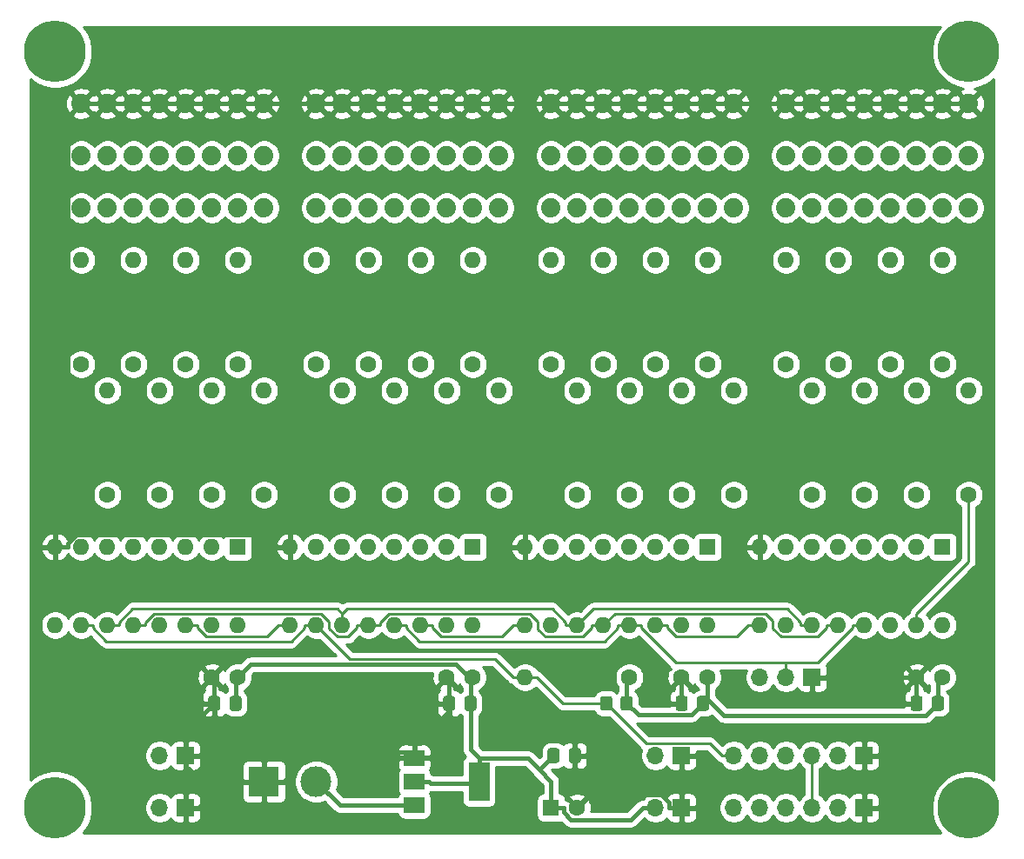
<source format=gbr>
G04 #@! TF.GenerationSoftware,KiCad,Pcbnew,5.1.12-5.1.12*
G04 #@! TF.CreationDate,2022-02-04T10:44:23+11:00*
G04 #@! TF.ProjectId,sr32gpo,73723332-6770-46f2-9e6b-696361645f70,rev?*
G04 #@! TF.SameCoordinates,Original*
G04 #@! TF.FileFunction,Copper,L1,Top*
G04 #@! TF.FilePolarity,Positive*
%FSLAX46Y46*%
G04 Gerber Fmt 4.6, Leading zero omitted, Abs format (unit mm)*
G04 Created by KiCad (PCBNEW 5.1.12-5.1.12) date 2022-02-04 10:44:23*
%MOMM*%
%LPD*%
G01*
G04 APERTURE LIST*
G04 #@! TA.AperFunction,SMDPad,CuDef*
%ADD10R,2.000000X1.500000*%
G04 #@! TD*
G04 #@! TA.AperFunction,SMDPad,CuDef*
%ADD11R,2.000000X3.800000*%
G04 #@! TD*
G04 #@! TA.AperFunction,ComponentPad*
%ADD12C,1.879600*%
G04 #@! TD*
G04 #@! TA.AperFunction,ComponentPad*
%ADD13O,1.700000X1.700000*%
G04 #@! TD*
G04 #@! TA.AperFunction,ComponentPad*
%ADD14R,1.700000X1.700000*%
G04 #@! TD*
G04 #@! TA.AperFunction,ComponentPad*
%ADD15C,1.600000*%
G04 #@! TD*
G04 #@! TA.AperFunction,ComponentPad*
%ADD16C,3.000000*%
G04 #@! TD*
G04 #@! TA.AperFunction,ComponentPad*
%ADD17R,3.000000X3.000000*%
G04 #@! TD*
G04 #@! TA.AperFunction,ComponentPad*
%ADD18O,1.600000X1.600000*%
G04 #@! TD*
G04 #@! TA.AperFunction,ComponentPad*
%ADD19R,1.600000X1.600000*%
G04 #@! TD*
G04 #@! TA.AperFunction,ComponentPad*
%ADD20C,6.000000*%
G04 #@! TD*
G04 #@! TA.AperFunction,Conductor*
%ADD21C,0.400000*%
G04 #@! TD*
G04 #@! TA.AperFunction,Conductor*
%ADD22C,0.250000*%
G04 #@! TD*
G04 #@! TA.AperFunction,Conductor*
%ADD23C,0.254000*%
G04 #@! TD*
G04 #@! TA.AperFunction,Conductor*
%ADD24C,0.100000*%
G04 #@! TD*
G04 APERTURE END LIST*
G04 #@! TO.P,R2,2*
G04 #@! TO.N,/~SRCLR*
G04 #@! TA.AperFunction,SMDPad,CuDef*
G36*
G01*
X132950000Y-108769999D02*
X132950000Y-109670001D01*
G75*
G02*
X132700001Y-109920000I-249999J0D01*
G01*
X131999999Y-109920000D01*
G75*
G02*
X131750000Y-109670001I0J249999D01*
G01*
X131750000Y-108769999D01*
G75*
G02*
X131999999Y-108520000I249999J0D01*
G01*
X132700001Y-108520000D01*
G75*
G02*
X132950000Y-108769999I0J-249999D01*
G01*
G37*
G04 #@! TD.AperFunction*
G04 #@! TO.P,R2,1*
G04 #@! TO.N,VCC*
G04 #@! TA.AperFunction,SMDPad,CuDef*
G36*
G01*
X134950000Y-108769999D02*
X134950000Y-109670001D01*
G75*
G02*
X134700001Y-109920000I-249999J0D01*
G01*
X133999999Y-109920000D01*
G75*
G02*
X133750000Y-109670001I0J249999D01*
G01*
X133750000Y-108769999D01*
G75*
G02*
X133999999Y-108520000I249999J0D01*
G01*
X134700001Y-108520000D01*
G75*
G02*
X134950000Y-108769999I0J-249999D01*
G01*
G37*
G04 #@! TD.AperFunction*
G04 #@! TD*
G04 #@! TO.P,C14,2*
G04 #@! TO.N,VCC*
G04 #@! TA.AperFunction,SMDPad,CuDef*
G36*
G01*
X95700000Y-109695000D02*
X95700000Y-108745000D01*
G75*
G02*
X95950000Y-108495000I250000J0D01*
G01*
X96625000Y-108495000D01*
G75*
G02*
X96875000Y-108745000I0J-250000D01*
G01*
X96875000Y-109695000D01*
G75*
G02*
X96625000Y-109945000I-250000J0D01*
G01*
X95950000Y-109945000D01*
G75*
G02*
X95700000Y-109695000I0J250000D01*
G01*
G37*
G04 #@! TD.AperFunction*
G04 #@! TO.P,C14,1*
G04 #@! TO.N,GND*
G04 #@! TA.AperFunction,SMDPad,CuDef*
G36*
G01*
X93625000Y-109695000D02*
X93625000Y-108745000D01*
G75*
G02*
X93875000Y-108495000I250000J0D01*
G01*
X94550000Y-108495000D01*
G75*
G02*
X94800000Y-108745000I0J-250000D01*
G01*
X94800000Y-109695000D01*
G75*
G02*
X94550000Y-109945000I-250000J0D01*
G01*
X93875000Y-109945000D01*
G75*
G02*
X93625000Y-109695000I0J250000D01*
G01*
G37*
G04 #@! TD.AperFunction*
G04 #@! TD*
G04 #@! TO.P,C13,2*
G04 #@! TO.N,VCC*
G04 #@! TA.AperFunction,SMDPad,CuDef*
G36*
G01*
X118560000Y-109695000D02*
X118560000Y-108745000D01*
G75*
G02*
X118810000Y-108495000I250000J0D01*
G01*
X119485000Y-108495000D01*
G75*
G02*
X119735000Y-108745000I0J-250000D01*
G01*
X119735000Y-109695000D01*
G75*
G02*
X119485000Y-109945000I-250000J0D01*
G01*
X118810000Y-109945000D01*
G75*
G02*
X118560000Y-109695000I0J250000D01*
G01*
G37*
G04 #@! TD.AperFunction*
G04 #@! TO.P,C13,1*
G04 #@! TO.N,GND*
G04 #@! TA.AperFunction,SMDPad,CuDef*
G36*
G01*
X116485000Y-109695000D02*
X116485000Y-108745000D01*
G75*
G02*
X116735000Y-108495000I250000J0D01*
G01*
X117410000Y-108495000D01*
G75*
G02*
X117660000Y-108745000I0J-250000D01*
G01*
X117660000Y-109695000D01*
G75*
G02*
X117410000Y-109945000I-250000J0D01*
G01*
X116735000Y-109945000D01*
G75*
G02*
X116485000Y-109695000I0J250000D01*
G01*
G37*
G04 #@! TD.AperFunction*
G04 #@! TD*
G04 #@! TO.P,C12,2*
G04 #@! TO.N,VCC*
G04 #@! TA.AperFunction,SMDPad,CuDef*
G36*
G01*
X141188000Y-109695000D02*
X141188000Y-108745000D01*
G75*
G02*
X141438000Y-108495000I250000J0D01*
G01*
X142113000Y-108495000D01*
G75*
G02*
X142363000Y-108745000I0J-250000D01*
G01*
X142363000Y-109695000D01*
G75*
G02*
X142113000Y-109945000I-250000J0D01*
G01*
X141438000Y-109945000D01*
G75*
G02*
X141188000Y-109695000I0J250000D01*
G01*
G37*
G04 #@! TD.AperFunction*
G04 #@! TO.P,C12,1*
G04 #@! TO.N,GND*
G04 #@! TA.AperFunction,SMDPad,CuDef*
G36*
G01*
X139113000Y-109695000D02*
X139113000Y-108745000D01*
G75*
G02*
X139363000Y-108495000I250000J0D01*
G01*
X140038000Y-108495000D01*
G75*
G02*
X140288000Y-108745000I0J-250000D01*
G01*
X140288000Y-109695000D01*
G75*
G02*
X140038000Y-109945000I-250000J0D01*
G01*
X139363000Y-109945000D01*
G75*
G02*
X139113000Y-109695000I0J250000D01*
G01*
G37*
G04 #@! TD.AperFunction*
G04 #@! TD*
G04 #@! TO.P,C11,2*
G04 #@! TO.N,VCC*
G04 #@! TA.AperFunction,SMDPad,CuDef*
G36*
G01*
X164048000Y-109695000D02*
X164048000Y-108745000D01*
G75*
G02*
X164298000Y-108495000I250000J0D01*
G01*
X164973000Y-108495000D01*
G75*
G02*
X165223000Y-108745000I0J-250000D01*
G01*
X165223000Y-109695000D01*
G75*
G02*
X164973000Y-109945000I-250000J0D01*
G01*
X164298000Y-109945000D01*
G75*
G02*
X164048000Y-109695000I0J250000D01*
G01*
G37*
G04 #@! TD.AperFunction*
G04 #@! TO.P,C11,1*
G04 #@! TO.N,GND*
G04 #@! TA.AperFunction,SMDPad,CuDef*
G36*
G01*
X161973000Y-109695000D02*
X161973000Y-108745000D01*
G75*
G02*
X162223000Y-108495000I250000J0D01*
G01*
X162898000Y-108495000D01*
G75*
G02*
X163148000Y-108745000I0J-250000D01*
G01*
X163148000Y-109695000D01*
G75*
G02*
X162898000Y-109945000I-250000J0D01*
G01*
X162223000Y-109945000D01*
G75*
G02*
X161973000Y-109695000I0J250000D01*
G01*
G37*
G04 #@! TD.AperFunction*
G04 #@! TD*
G04 #@! TO.P,C15,2*
G04 #@! TO.N,GND*
G04 #@! TA.AperFunction,SMDPad,CuDef*
G36*
G01*
X128720000Y-114775000D02*
X128720000Y-113825000D01*
G75*
G02*
X128970000Y-113575000I250000J0D01*
G01*
X129645000Y-113575000D01*
G75*
G02*
X129895000Y-113825000I0J-250000D01*
G01*
X129895000Y-114775000D01*
G75*
G02*
X129645000Y-115025000I-250000J0D01*
G01*
X128970000Y-115025000D01*
G75*
G02*
X128720000Y-114775000I0J250000D01*
G01*
G37*
G04 #@! TD.AperFunction*
G04 #@! TO.P,C15,1*
G04 #@! TO.N,VCC*
G04 #@! TA.AperFunction,SMDPad,CuDef*
G36*
G01*
X126645000Y-114775000D02*
X126645000Y-113825000D01*
G75*
G02*
X126895000Y-113575000I250000J0D01*
G01*
X127570000Y-113575000D01*
G75*
G02*
X127820000Y-113825000I0J-250000D01*
G01*
X127820000Y-114775000D01*
G75*
G02*
X127570000Y-115025000I-250000J0D01*
G01*
X126895000Y-115025000D01*
G75*
G02*
X126645000Y-114775000I0J250000D01*
G01*
G37*
G04 #@! TD.AperFunction*
G04 #@! TD*
D10*
G04 #@! TO.P,U11,1*
G04 #@! TO.N,GND*
X113690000Y-114540000D03*
G04 #@! TO.P,U11,3*
G04 #@! TO.N,/V+*
X113690000Y-119140000D03*
G04 #@! TO.P,U11,2*
G04 #@! TO.N,VCC*
X113690000Y-116840000D03*
D11*
X119990000Y-116840000D03*
G04 #@! TD*
D12*
G04 #@! TO.P,J23,8*
G04 #@! TO.N,GND*
X144780000Y-50800000D03*
G04 #@! TO.P,J23,7*
X142240000Y-50800000D03*
G04 #@! TO.P,J23,6*
X139700000Y-50800000D03*
G04 #@! TO.P,J23,5*
X137160000Y-50800000D03*
G04 #@! TO.P,J23,4*
X134620000Y-50800000D03*
G04 #@! TO.P,J23,3*
X132080000Y-50800000D03*
G04 #@! TO.P,J23,2*
X129540000Y-50800000D03*
G04 #@! TO.P,J23,1*
X127000000Y-50800000D03*
G04 #@! TD*
G04 #@! TO.P,J33,8*
G04 #@! TO.N,GND*
X121920000Y-50800000D03*
G04 #@! TO.P,J33,7*
X119380000Y-50800000D03*
G04 #@! TO.P,J33,6*
X116840000Y-50800000D03*
G04 #@! TO.P,J33,5*
X114300000Y-50800000D03*
G04 #@! TO.P,J33,4*
X111760000Y-50800000D03*
G04 #@! TO.P,J33,3*
X109220000Y-50800000D03*
G04 #@! TO.P,J33,2*
X106680000Y-50800000D03*
G04 #@! TO.P,J33,1*
X104140000Y-50800000D03*
G04 #@! TD*
G04 #@! TO.P,J13,8*
G04 #@! TO.N,GND*
X167640000Y-50800000D03*
G04 #@! TO.P,J13,7*
X165100000Y-50800000D03*
G04 #@! TO.P,J13,6*
X162560000Y-50800000D03*
G04 #@! TO.P,J13,5*
X160020000Y-50800000D03*
G04 #@! TO.P,J13,4*
X157480000Y-50800000D03*
G04 #@! TO.P,J13,3*
X154940000Y-50800000D03*
G04 #@! TO.P,J13,2*
X152400000Y-50800000D03*
G04 #@! TO.P,J13,1*
X149860000Y-50800000D03*
G04 #@! TD*
G04 #@! TO.P,J43,8*
G04 #@! TO.N,GND*
X99060000Y-50800000D03*
G04 #@! TO.P,J43,7*
X96520000Y-50800000D03*
G04 #@! TO.P,J43,6*
X93980000Y-50800000D03*
G04 #@! TO.P,J43,5*
X91440000Y-50800000D03*
G04 #@! TO.P,J43,4*
X88900000Y-50800000D03*
G04 #@! TO.P,J43,3*
X86360000Y-50800000D03*
G04 #@! TO.P,J43,2*
X83820000Y-50800000D03*
G04 #@! TO.P,J43,1*
X81280000Y-50800000D03*
G04 #@! TD*
D13*
G04 #@! TO.P,J3,2*
G04 #@! TO.N,/V+*
X88900000Y-114300000D03*
D14*
G04 #@! TO.P,J3,1*
G04 #@! TO.N,GND*
X91440000Y-114300000D03*
G04 #@! TD*
D13*
G04 #@! TO.P,J2,2*
G04 #@! TO.N,/V+*
X88900000Y-119380000D03*
D14*
G04 #@! TO.P,J2,1*
G04 #@! TO.N,GND*
X91440000Y-119380000D03*
G04 #@! TD*
D13*
G04 #@! TO.P,J7,6*
G04 #@! TO.N,/~SRCLR*
X144780000Y-114300000D03*
G04 #@! TO.P,J7,5*
G04 #@! TO.N,Net-(J6-Pad5)*
X147320000Y-114300000D03*
G04 #@! TO.P,J7,4*
G04 #@! TO.N,/RCLK*
X149860000Y-114300000D03*
G04 #@! TO.P,J7,3*
G04 #@! TO.N,/SRCLK*
X152400000Y-114300000D03*
G04 #@! TO.P,J7,2*
G04 #@! TO.N,/SERIN*
X154940000Y-114300000D03*
D14*
G04 #@! TO.P,J7,1*
G04 #@! TO.N,GND*
X157480000Y-114300000D03*
G04 #@! TD*
D13*
G04 #@! TO.P,J6,6*
G04 #@! TO.N,/~SRCLR*
X144780000Y-119380000D03*
G04 #@! TO.P,J6,5*
G04 #@! TO.N,Net-(J6-Pad5)*
X147320000Y-119380000D03*
G04 #@! TO.P,J6,4*
G04 #@! TO.N,/RCLK*
X149860000Y-119380000D03*
G04 #@! TO.P,J6,3*
G04 #@! TO.N,/SRCLK*
X152400000Y-119380000D03*
G04 #@! TO.P,J6,2*
G04 #@! TO.N,/SERIN*
X154940000Y-119380000D03*
D14*
G04 #@! TO.P,J6,1*
G04 #@! TO.N,GND*
X157480000Y-119380000D03*
G04 #@! TD*
D15*
G04 #@! TO.P,C4,2*
G04 #@! TO.N,VCC*
X96480000Y-106680000D03*
G04 #@! TO.P,C4,1*
G04 #@! TO.N,GND*
X93980000Y-106680000D03*
G04 #@! TD*
G04 #@! TO.P,C3,2*
G04 #@! TO.N,VCC*
X119340000Y-106680000D03*
G04 #@! TO.P,C3,1*
G04 #@! TO.N,GND*
X116840000Y-106680000D03*
G04 #@! TD*
G04 #@! TO.P,C2,2*
G04 #@! TO.N,VCC*
X142200000Y-106680000D03*
G04 #@! TO.P,C2,1*
G04 #@! TO.N,GND*
X139700000Y-106680000D03*
G04 #@! TD*
G04 #@! TO.P,C1,2*
G04 #@! TO.N,VCC*
X165060000Y-106680000D03*
G04 #@! TO.P,C1,1*
G04 #@! TO.N,GND*
X162560000Y-106680000D03*
G04 #@! TD*
D13*
G04 #@! TO.P,J5,2*
G04 #@! TO.N,VCC*
X137160000Y-114300000D03*
D14*
G04 #@! TO.P,J5,1*
G04 #@! TO.N,GND*
X139700000Y-114300000D03*
G04 #@! TD*
D13*
G04 #@! TO.P,J4,2*
G04 #@! TO.N,VCC*
X137160000Y-119380000D03*
D14*
G04 #@! TO.P,J4,1*
G04 #@! TO.N,GND*
X139700000Y-119380000D03*
G04 #@! TD*
D16*
G04 #@! TO.P,J1,2*
G04 #@! TO.N,/V+*
X104140000Y-116840000D03*
D17*
G04 #@! TO.P,J1,1*
G04 #@! TO.N,GND*
X99060000Y-116840000D03*
G04 #@! TD*
D12*
G04 #@! TO.P,J42,8*
G04 #@! TO.N,Net-(J41-Pad8)*
X81280000Y-55880000D03*
G04 #@! TO.P,J42,7*
G04 #@! TO.N,Net-(J41-Pad7)*
X83820000Y-55880000D03*
G04 #@! TO.P,J42,6*
G04 #@! TO.N,Net-(J41-Pad6)*
X86360000Y-55880000D03*
G04 #@! TO.P,J42,5*
G04 #@! TO.N,Net-(J41-Pad5)*
X88900000Y-55880000D03*
G04 #@! TO.P,J42,4*
G04 #@! TO.N,Net-(J41-Pad4)*
X91440000Y-55880000D03*
G04 #@! TO.P,J42,3*
G04 #@! TO.N,Net-(J41-Pad3)*
X93980000Y-55880000D03*
G04 #@! TO.P,J42,2*
G04 #@! TO.N,Net-(J41-Pad2)*
X96520000Y-55880000D03*
G04 #@! TO.P,J42,1*
G04 #@! TO.N,Net-(J41-Pad1)*
X99060000Y-55880000D03*
G04 #@! TD*
G04 #@! TO.P,J41,8*
G04 #@! TO.N,Net-(J41-Pad8)*
X81280000Y-60960000D03*
G04 #@! TO.P,J41,7*
G04 #@! TO.N,Net-(J41-Pad7)*
X83820000Y-60960000D03*
G04 #@! TO.P,J41,6*
G04 #@! TO.N,Net-(J41-Pad6)*
X86360000Y-60960000D03*
G04 #@! TO.P,J41,5*
G04 #@! TO.N,Net-(J41-Pad5)*
X88900000Y-60960000D03*
G04 #@! TO.P,J41,4*
G04 #@! TO.N,Net-(J41-Pad4)*
X91440000Y-60960000D03*
G04 #@! TO.P,J41,3*
G04 #@! TO.N,Net-(J41-Pad3)*
X93980000Y-60960000D03*
G04 #@! TO.P,J41,2*
G04 #@! TO.N,Net-(J41-Pad2)*
X96520000Y-60960000D03*
G04 #@! TO.P,J41,1*
G04 #@! TO.N,Net-(J41-Pad1)*
X99060000Y-60960000D03*
G04 #@! TD*
G04 #@! TO.P,J32,8*
G04 #@! TO.N,Net-(J31-Pad8)*
X104140000Y-55880000D03*
G04 #@! TO.P,J32,7*
G04 #@! TO.N,Net-(J31-Pad7)*
X106680000Y-55880000D03*
G04 #@! TO.P,J32,6*
G04 #@! TO.N,Net-(J31-Pad6)*
X109220000Y-55880000D03*
G04 #@! TO.P,J32,5*
G04 #@! TO.N,Net-(J31-Pad5)*
X111760000Y-55880000D03*
G04 #@! TO.P,J32,4*
G04 #@! TO.N,Net-(J31-Pad4)*
X114300000Y-55880000D03*
G04 #@! TO.P,J32,3*
G04 #@! TO.N,Net-(J31-Pad3)*
X116840000Y-55880000D03*
G04 #@! TO.P,J32,2*
G04 #@! TO.N,Net-(J31-Pad2)*
X119380000Y-55880000D03*
G04 #@! TO.P,J32,1*
G04 #@! TO.N,Net-(J31-Pad1)*
X121920000Y-55880000D03*
G04 #@! TD*
G04 #@! TO.P,J31,8*
G04 #@! TO.N,Net-(J31-Pad8)*
X104140000Y-60960000D03*
G04 #@! TO.P,J31,7*
G04 #@! TO.N,Net-(J31-Pad7)*
X106680000Y-60960000D03*
G04 #@! TO.P,J31,6*
G04 #@! TO.N,Net-(J31-Pad6)*
X109220000Y-60960000D03*
G04 #@! TO.P,J31,5*
G04 #@! TO.N,Net-(J31-Pad5)*
X111760000Y-60960000D03*
G04 #@! TO.P,J31,4*
G04 #@! TO.N,Net-(J31-Pad4)*
X114300000Y-60960000D03*
G04 #@! TO.P,J31,3*
G04 #@! TO.N,Net-(J31-Pad3)*
X116840000Y-60960000D03*
G04 #@! TO.P,J31,2*
G04 #@! TO.N,Net-(J31-Pad2)*
X119380000Y-60960000D03*
G04 #@! TO.P,J31,1*
G04 #@! TO.N,Net-(J31-Pad1)*
X121920000Y-60960000D03*
G04 #@! TD*
G04 #@! TO.P,J22,8*
G04 #@! TO.N,Net-(J21-Pad8)*
X127000000Y-55880000D03*
G04 #@! TO.P,J22,7*
G04 #@! TO.N,Net-(J21-Pad7)*
X129540000Y-55880000D03*
G04 #@! TO.P,J22,6*
G04 #@! TO.N,Net-(J21-Pad6)*
X132080000Y-55880000D03*
G04 #@! TO.P,J22,5*
G04 #@! TO.N,Net-(J21-Pad5)*
X134620000Y-55880000D03*
G04 #@! TO.P,J22,4*
G04 #@! TO.N,Net-(J21-Pad4)*
X137160000Y-55880000D03*
G04 #@! TO.P,J22,3*
G04 #@! TO.N,Net-(J21-Pad3)*
X139700000Y-55880000D03*
G04 #@! TO.P,J22,2*
G04 #@! TO.N,Net-(J21-Pad2)*
X142240000Y-55880000D03*
G04 #@! TO.P,J22,1*
G04 #@! TO.N,Net-(J21-Pad1)*
X144780000Y-55880000D03*
G04 #@! TD*
G04 #@! TO.P,J21,8*
G04 #@! TO.N,Net-(J21-Pad8)*
X127000000Y-60960000D03*
G04 #@! TO.P,J21,7*
G04 #@! TO.N,Net-(J21-Pad7)*
X129540000Y-60960000D03*
G04 #@! TO.P,J21,6*
G04 #@! TO.N,Net-(J21-Pad6)*
X132080000Y-60960000D03*
G04 #@! TO.P,J21,5*
G04 #@! TO.N,Net-(J21-Pad5)*
X134620000Y-60960000D03*
G04 #@! TO.P,J21,4*
G04 #@! TO.N,Net-(J21-Pad4)*
X137160000Y-60960000D03*
G04 #@! TO.P,J21,3*
G04 #@! TO.N,Net-(J21-Pad3)*
X139700000Y-60960000D03*
G04 #@! TO.P,J21,2*
G04 #@! TO.N,Net-(J21-Pad2)*
X142240000Y-60960000D03*
G04 #@! TO.P,J21,1*
G04 #@! TO.N,Net-(J21-Pad1)*
X144780000Y-60960000D03*
G04 #@! TD*
G04 #@! TO.P,J12,8*
G04 #@! TO.N,Net-(J11-Pad8)*
X149860000Y-55880000D03*
G04 #@! TO.P,J12,7*
G04 #@! TO.N,Net-(J11-Pad7)*
X152400000Y-55880000D03*
G04 #@! TO.P,J12,6*
G04 #@! TO.N,Net-(J11-Pad6)*
X154940000Y-55880000D03*
G04 #@! TO.P,J12,5*
G04 #@! TO.N,Net-(J11-Pad5)*
X157480000Y-55880000D03*
G04 #@! TO.P,J12,4*
G04 #@! TO.N,Net-(J11-Pad4)*
X160020000Y-55880000D03*
G04 #@! TO.P,J12,3*
G04 #@! TO.N,Net-(J11-Pad3)*
X162560000Y-55880000D03*
G04 #@! TO.P,J12,2*
G04 #@! TO.N,Net-(J11-Pad2)*
X165100000Y-55880000D03*
G04 #@! TO.P,J12,1*
G04 #@! TO.N,Net-(J11-Pad1)*
X167640000Y-55880000D03*
G04 #@! TD*
G04 #@! TO.P,J11,8*
G04 #@! TO.N,Net-(J11-Pad8)*
X149860000Y-60960000D03*
G04 #@! TO.P,J11,7*
G04 #@! TO.N,Net-(J11-Pad7)*
X152400000Y-60960000D03*
G04 #@! TO.P,J11,6*
G04 #@! TO.N,Net-(J11-Pad6)*
X154940000Y-60960000D03*
G04 #@! TO.P,J11,5*
G04 #@! TO.N,Net-(J11-Pad5)*
X157480000Y-60960000D03*
G04 #@! TO.P,J11,4*
G04 #@! TO.N,Net-(J11-Pad4)*
X160020000Y-60960000D03*
G04 #@! TO.P,J11,3*
G04 #@! TO.N,Net-(J11-Pad3)*
X162560000Y-60960000D03*
G04 #@! TO.P,J11,2*
G04 #@! TO.N,Net-(J11-Pad2)*
X165100000Y-60960000D03*
G04 #@! TO.P,J11,1*
G04 #@! TO.N,Net-(J11-Pad1)*
X167640000Y-60960000D03*
G04 #@! TD*
D18*
G04 #@! TO.P,R48,2*
G04 #@! TO.N,Net-(J41-Pad8)*
X81280000Y-66040000D03*
D15*
G04 #@! TO.P,R48,1*
G04 #@! TO.N,Net-(R48-Pad1)*
X81280000Y-76200000D03*
G04 #@! TD*
D18*
G04 #@! TO.P,R47,2*
G04 #@! TO.N,Net-(J41-Pad7)*
X83820000Y-78740000D03*
D15*
G04 #@! TO.P,R47,1*
G04 #@! TO.N,Net-(R47-Pad1)*
X83820000Y-88900000D03*
G04 #@! TD*
D18*
G04 #@! TO.P,R46,2*
G04 #@! TO.N,Net-(J41-Pad6)*
X86360000Y-66040000D03*
D15*
G04 #@! TO.P,R46,1*
G04 #@! TO.N,Net-(R46-Pad1)*
X86360000Y-76200000D03*
G04 #@! TD*
D18*
G04 #@! TO.P,R45,2*
G04 #@! TO.N,Net-(J41-Pad5)*
X88900000Y-78740000D03*
D15*
G04 #@! TO.P,R45,1*
G04 #@! TO.N,Net-(R45-Pad1)*
X88900000Y-88900000D03*
G04 #@! TD*
D18*
G04 #@! TO.P,R44,2*
G04 #@! TO.N,Net-(J41-Pad4)*
X91440000Y-66040000D03*
D15*
G04 #@! TO.P,R44,1*
G04 #@! TO.N,Net-(R44-Pad1)*
X91440000Y-76200000D03*
G04 #@! TD*
D18*
G04 #@! TO.P,R43,2*
G04 #@! TO.N,Net-(J41-Pad3)*
X93980000Y-78740000D03*
D15*
G04 #@! TO.P,R43,1*
G04 #@! TO.N,Net-(R43-Pad1)*
X93980000Y-88900000D03*
G04 #@! TD*
D18*
G04 #@! TO.P,R42,2*
G04 #@! TO.N,Net-(J41-Pad2)*
X96520000Y-66040000D03*
D15*
G04 #@! TO.P,R42,1*
G04 #@! TO.N,Net-(R42-Pad1)*
X96520000Y-76200000D03*
G04 #@! TD*
D18*
G04 #@! TO.P,R41,2*
G04 #@! TO.N,Net-(J41-Pad1)*
X99060000Y-78740000D03*
D15*
G04 #@! TO.P,R41,1*
G04 #@! TO.N,Net-(R41-Pad1)*
X99060000Y-88900000D03*
G04 #@! TD*
D18*
G04 #@! TO.P,R38,2*
G04 #@! TO.N,Net-(J31-Pad8)*
X104140000Y-66040000D03*
D15*
G04 #@! TO.P,R38,1*
G04 #@! TO.N,Net-(R38-Pad1)*
X104140000Y-76200000D03*
G04 #@! TD*
D18*
G04 #@! TO.P,R37,2*
G04 #@! TO.N,Net-(J31-Pad7)*
X106680000Y-78740000D03*
D15*
G04 #@! TO.P,R37,1*
G04 #@! TO.N,Net-(R37-Pad1)*
X106680000Y-88900000D03*
G04 #@! TD*
D18*
G04 #@! TO.P,R36,2*
G04 #@! TO.N,Net-(J31-Pad6)*
X109220000Y-66040000D03*
D15*
G04 #@! TO.P,R36,1*
G04 #@! TO.N,Net-(R36-Pad1)*
X109220000Y-76200000D03*
G04 #@! TD*
D18*
G04 #@! TO.P,R35,2*
G04 #@! TO.N,Net-(J31-Pad5)*
X111760000Y-78740000D03*
D15*
G04 #@! TO.P,R35,1*
G04 #@! TO.N,Net-(R35-Pad1)*
X111760000Y-88900000D03*
G04 #@! TD*
D18*
G04 #@! TO.P,R34,2*
G04 #@! TO.N,Net-(J31-Pad4)*
X114300000Y-66040000D03*
D15*
G04 #@! TO.P,R34,1*
G04 #@! TO.N,Net-(R34-Pad1)*
X114300000Y-76200000D03*
G04 #@! TD*
D18*
G04 #@! TO.P,R33,2*
G04 #@! TO.N,Net-(J31-Pad3)*
X116840000Y-78740000D03*
D15*
G04 #@! TO.P,R33,1*
G04 #@! TO.N,Net-(R33-Pad1)*
X116840000Y-88900000D03*
G04 #@! TD*
D18*
G04 #@! TO.P,R32,2*
G04 #@! TO.N,Net-(J31-Pad2)*
X119380000Y-66040000D03*
D15*
G04 #@! TO.P,R32,1*
G04 #@! TO.N,Net-(R32-Pad1)*
X119380000Y-76200000D03*
G04 #@! TD*
D18*
G04 #@! TO.P,R31,2*
G04 #@! TO.N,Net-(J31-Pad1)*
X121920000Y-78740000D03*
D15*
G04 #@! TO.P,R31,1*
G04 #@! TO.N,Net-(R31-Pad1)*
X121920000Y-88900000D03*
G04 #@! TD*
D18*
G04 #@! TO.P,R28,2*
G04 #@! TO.N,Net-(J21-Pad8)*
X127000000Y-66040000D03*
D15*
G04 #@! TO.P,R28,1*
G04 #@! TO.N,Net-(R28-Pad1)*
X127000000Y-76200000D03*
G04 #@! TD*
D18*
G04 #@! TO.P,R27,2*
G04 #@! TO.N,Net-(J21-Pad7)*
X129540000Y-78740000D03*
D15*
G04 #@! TO.P,R27,1*
G04 #@! TO.N,Net-(R27-Pad1)*
X129540000Y-88900000D03*
G04 #@! TD*
D18*
G04 #@! TO.P,R26,2*
G04 #@! TO.N,Net-(J21-Pad6)*
X132080000Y-66040000D03*
D15*
G04 #@! TO.P,R26,1*
G04 #@! TO.N,Net-(R26-Pad1)*
X132080000Y-76200000D03*
G04 #@! TD*
D18*
G04 #@! TO.P,R25,2*
G04 #@! TO.N,Net-(J21-Pad5)*
X134620000Y-78740000D03*
D15*
G04 #@! TO.P,R25,1*
G04 #@! TO.N,Net-(R25-Pad1)*
X134620000Y-88900000D03*
G04 #@! TD*
D18*
G04 #@! TO.P,R24,2*
G04 #@! TO.N,Net-(J21-Pad4)*
X137160000Y-66040000D03*
D15*
G04 #@! TO.P,R24,1*
G04 #@! TO.N,Net-(R24-Pad1)*
X137160000Y-76200000D03*
G04 #@! TD*
D18*
G04 #@! TO.P,R23,2*
G04 #@! TO.N,Net-(J21-Pad3)*
X139700000Y-78740000D03*
D15*
G04 #@! TO.P,R23,1*
G04 #@! TO.N,Net-(R23-Pad1)*
X139700000Y-88900000D03*
G04 #@! TD*
D18*
G04 #@! TO.P,R22,2*
G04 #@! TO.N,Net-(J21-Pad2)*
X142240000Y-66040000D03*
D15*
G04 #@! TO.P,R22,1*
G04 #@! TO.N,Net-(R22-Pad1)*
X142240000Y-76200000D03*
G04 #@! TD*
D18*
G04 #@! TO.P,R21,2*
G04 #@! TO.N,Net-(J21-Pad1)*
X144780000Y-78740000D03*
D15*
G04 #@! TO.P,R21,1*
G04 #@! TO.N,Net-(R21-Pad1)*
X144780000Y-88900000D03*
G04 #@! TD*
D18*
G04 #@! TO.P,R18,2*
G04 #@! TO.N,Net-(J11-Pad8)*
X149860000Y-66040000D03*
D15*
G04 #@! TO.P,R18,1*
G04 #@! TO.N,Net-(R18-Pad1)*
X149860000Y-76200000D03*
G04 #@! TD*
D18*
G04 #@! TO.P,R17,2*
G04 #@! TO.N,Net-(J11-Pad7)*
X152400000Y-78740000D03*
D15*
G04 #@! TO.P,R17,1*
G04 #@! TO.N,Net-(R17-Pad1)*
X152400000Y-88900000D03*
G04 #@! TD*
D18*
G04 #@! TO.P,R16,2*
G04 #@! TO.N,Net-(J11-Pad6)*
X154940000Y-66040000D03*
D15*
G04 #@! TO.P,R16,1*
G04 #@! TO.N,Net-(R16-Pad1)*
X154940000Y-76200000D03*
G04 #@! TD*
D18*
G04 #@! TO.P,R15,2*
G04 #@! TO.N,Net-(J11-Pad5)*
X157480000Y-78740000D03*
D15*
G04 #@! TO.P,R15,1*
G04 #@! TO.N,Net-(R15-Pad1)*
X157480000Y-88900000D03*
G04 #@! TD*
D18*
G04 #@! TO.P,R14,2*
G04 #@! TO.N,Net-(J11-Pad4)*
X160020000Y-66040000D03*
D15*
G04 #@! TO.P,R14,1*
G04 #@! TO.N,Net-(R14-Pad1)*
X160020000Y-76200000D03*
G04 #@! TD*
D18*
G04 #@! TO.P,R13,2*
G04 #@! TO.N,Net-(J11-Pad3)*
X162560000Y-78740000D03*
D15*
G04 #@! TO.P,R13,1*
G04 #@! TO.N,Net-(R13-Pad1)*
X162560000Y-88900000D03*
G04 #@! TD*
D18*
G04 #@! TO.P,R12,2*
G04 #@! TO.N,Net-(J11-Pad2)*
X165100000Y-66040000D03*
D15*
G04 #@! TO.P,R12,1*
G04 #@! TO.N,Net-(R12-Pad1)*
X165100000Y-76200000D03*
G04 #@! TD*
D18*
G04 #@! TO.P,R11,2*
G04 #@! TO.N,Net-(J11-Pad1)*
X167640000Y-78740000D03*
D15*
G04 #@! TO.P,R11,1*
G04 #@! TO.N,Net-(R11-Pad1)*
X167640000Y-88900000D03*
G04 #@! TD*
D18*
G04 #@! TO.P,R1,2*
G04 #@! TO.N,/~SRCLR*
X124460000Y-106680000D03*
D15*
G04 #@! TO.P,R1,1*
G04 #@! TO.N,VCC*
X134620000Y-106680000D03*
G04 #@! TD*
D18*
G04 #@! TO.P,U4,16*
G04 #@! TO.N,VCC*
X96520000Y-101600000D03*
G04 #@! TO.P,U4,8*
G04 #@! TO.N,GND*
X78740000Y-93980000D03*
G04 #@! TO.P,U4,15*
G04 #@! TO.N,Net-(R41-Pad1)*
X93980000Y-101600000D03*
G04 #@! TO.P,U4,7*
G04 #@! TO.N,Net-(R48-Pad1)*
X81280000Y-93980000D03*
G04 #@! TO.P,U4,14*
G04 #@! TO.N,Net-(U3-Pad9)*
X91440000Y-101600000D03*
G04 #@! TO.P,U4,6*
G04 #@! TO.N,Net-(R47-Pad1)*
X83820000Y-93980000D03*
G04 #@! TO.P,U4,13*
G04 #@! TO.N,/~OE*
X88900000Y-101600000D03*
G04 #@! TO.P,U4,5*
G04 #@! TO.N,Net-(R46-Pad1)*
X86360000Y-93980000D03*
G04 #@! TO.P,U4,12*
G04 #@! TO.N,/RCLK*
X86360000Y-101600000D03*
G04 #@! TO.P,U4,4*
G04 #@! TO.N,Net-(R45-Pad1)*
X88900000Y-93980000D03*
G04 #@! TO.P,U4,11*
G04 #@! TO.N,/SRCLK*
X83820000Y-101600000D03*
G04 #@! TO.P,U4,3*
G04 #@! TO.N,Net-(R44-Pad1)*
X91440000Y-93980000D03*
G04 #@! TO.P,U4,10*
G04 #@! TO.N,/~SRCLR*
X81280000Y-101600000D03*
G04 #@! TO.P,U4,2*
G04 #@! TO.N,Net-(R43-Pad1)*
X93980000Y-93980000D03*
G04 #@! TO.P,U4,9*
G04 #@! TO.N,Net-(U4-Pad9)*
X78740000Y-101600000D03*
D19*
G04 #@! TO.P,U4,1*
G04 #@! TO.N,Net-(R42-Pad1)*
X96520000Y-93980000D03*
G04 #@! TD*
D18*
G04 #@! TO.P,U3,16*
G04 #@! TO.N,VCC*
X119380000Y-101600000D03*
G04 #@! TO.P,U3,8*
G04 #@! TO.N,GND*
X101600000Y-93980000D03*
G04 #@! TO.P,U3,15*
G04 #@! TO.N,Net-(R31-Pad1)*
X116840000Y-101600000D03*
G04 #@! TO.P,U3,7*
G04 #@! TO.N,Net-(R38-Pad1)*
X104140000Y-93980000D03*
G04 #@! TO.P,U3,14*
G04 #@! TO.N,Net-(U2-Pad9)*
X114300000Y-101600000D03*
G04 #@! TO.P,U3,6*
G04 #@! TO.N,Net-(R37-Pad1)*
X106680000Y-93980000D03*
G04 #@! TO.P,U3,13*
G04 #@! TO.N,/~OE*
X111760000Y-101600000D03*
G04 #@! TO.P,U3,5*
G04 #@! TO.N,Net-(R36-Pad1)*
X109220000Y-93980000D03*
G04 #@! TO.P,U3,12*
G04 #@! TO.N,/RCLK*
X109220000Y-101600000D03*
G04 #@! TO.P,U3,4*
G04 #@! TO.N,Net-(R35-Pad1)*
X111760000Y-93980000D03*
G04 #@! TO.P,U3,11*
G04 #@! TO.N,/SRCLK*
X106680000Y-101600000D03*
G04 #@! TO.P,U3,3*
G04 #@! TO.N,Net-(R34-Pad1)*
X114300000Y-93980000D03*
G04 #@! TO.P,U3,10*
G04 #@! TO.N,/~SRCLR*
X104140000Y-101600000D03*
G04 #@! TO.P,U3,2*
G04 #@! TO.N,Net-(R33-Pad1)*
X116840000Y-93980000D03*
G04 #@! TO.P,U3,9*
G04 #@! TO.N,Net-(U3-Pad9)*
X101600000Y-101600000D03*
D19*
G04 #@! TO.P,U3,1*
G04 #@! TO.N,Net-(R32-Pad1)*
X119380000Y-93980000D03*
G04 #@! TD*
D18*
G04 #@! TO.P,U2,16*
G04 #@! TO.N,VCC*
X142240000Y-101600000D03*
G04 #@! TO.P,U2,8*
G04 #@! TO.N,GND*
X124460000Y-93980000D03*
G04 #@! TO.P,U2,15*
G04 #@! TO.N,Net-(R21-Pad1)*
X139700000Y-101600000D03*
G04 #@! TO.P,U2,7*
G04 #@! TO.N,Net-(R28-Pad1)*
X127000000Y-93980000D03*
G04 #@! TO.P,U2,14*
G04 #@! TO.N,Net-(U1-Pad9)*
X137160000Y-101600000D03*
G04 #@! TO.P,U2,6*
G04 #@! TO.N,Net-(R27-Pad1)*
X129540000Y-93980000D03*
G04 #@! TO.P,U2,13*
G04 #@! TO.N,/~OE*
X134620000Y-101600000D03*
G04 #@! TO.P,U2,5*
G04 #@! TO.N,Net-(R26-Pad1)*
X132080000Y-93980000D03*
G04 #@! TO.P,U2,12*
G04 #@! TO.N,/RCLK*
X132080000Y-101600000D03*
G04 #@! TO.P,U2,4*
G04 #@! TO.N,Net-(R25-Pad1)*
X134620000Y-93980000D03*
G04 #@! TO.P,U2,11*
G04 #@! TO.N,/SRCLK*
X129540000Y-101600000D03*
G04 #@! TO.P,U2,3*
G04 #@! TO.N,Net-(R24-Pad1)*
X137160000Y-93980000D03*
G04 #@! TO.P,U2,10*
G04 #@! TO.N,/~SRCLR*
X127000000Y-101600000D03*
G04 #@! TO.P,U2,2*
G04 #@! TO.N,Net-(R23-Pad1)*
X139700000Y-93980000D03*
G04 #@! TO.P,U2,9*
G04 #@! TO.N,Net-(U2-Pad9)*
X124460000Y-101600000D03*
D19*
G04 #@! TO.P,U2,1*
G04 #@! TO.N,Net-(R22-Pad1)*
X142240000Y-93980000D03*
G04 #@! TD*
D18*
G04 #@! TO.P,U1,16*
G04 #@! TO.N,VCC*
X165100000Y-101600000D03*
G04 #@! TO.P,U1,8*
G04 #@! TO.N,GND*
X147320000Y-93980000D03*
G04 #@! TO.P,U1,15*
G04 #@! TO.N,Net-(R11-Pad1)*
X162560000Y-101600000D03*
G04 #@! TO.P,U1,7*
G04 #@! TO.N,Net-(R18-Pad1)*
X149860000Y-93980000D03*
G04 #@! TO.P,U1,14*
G04 #@! TO.N,/SERIN*
X160020000Y-101600000D03*
G04 #@! TO.P,U1,6*
G04 #@! TO.N,Net-(R17-Pad1)*
X152400000Y-93980000D03*
G04 #@! TO.P,U1,13*
G04 #@! TO.N,/~OE*
X157480000Y-101600000D03*
G04 #@! TO.P,U1,5*
G04 #@! TO.N,Net-(R16-Pad1)*
X154940000Y-93980000D03*
G04 #@! TO.P,U1,12*
G04 #@! TO.N,/RCLK*
X154940000Y-101600000D03*
G04 #@! TO.P,U1,4*
G04 #@! TO.N,Net-(R15-Pad1)*
X157480000Y-93980000D03*
G04 #@! TO.P,U1,11*
G04 #@! TO.N,/SRCLK*
X152400000Y-101600000D03*
G04 #@! TO.P,U1,3*
G04 #@! TO.N,Net-(R14-Pad1)*
X160020000Y-93980000D03*
G04 #@! TO.P,U1,10*
G04 #@! TO.N,/~SRCLR*
X149860000Y-101600000D03*
G04 #@! TO.P,U1,2*
G04 #@! TO.N,Net-(R13-Pad1)*
X162560000Y-93980000D03*
G04 #@! TO.P,U1,9*
G04 #@! TO.N,Net-(U1-Pad9)*
X147320000Y-101600000D03*
D19*
G04 #@! TO.P,U1,1*
G04 #@! TO.N,Net-(R12-Pad1)*
X165100000Y-93980000D03*
G04 #@! TD*
D13*
G04 #@! TO.P,JP1,3*
G04 #@! TO.N,Net-(J6-Pad5)*
X147320000Y-106680000D03*
G04 #@! TO.P,JP1,2*
G04 #@! TO.N,/~OE*
X149860000Y-106680000D03*
D14*
G04 #@! TO.P,JP1,1*
G04 #@! TO.N,GND*
X152400000Y-106680000D03*
G04 #@! TD*
D20*
G04 #@! TO.P,H4,1*
G04 #@! TO.N,N/C*
X167640000Y-119380000D03*
G04 #@! TD*
G04 #@! TO.P,H3,1*
G04 #@! TO.N,N/C*
X78740000Y-119380000D03*
G04 #@! TD*
G04 #@! TO.P,H2,1*
G04 #@! TO.N,N/C*
X167640000Y-45720000D03*
G04 #@! TD*
G04 #@! TO.P,H1,1*
G04 #@! TO.N,N/C*
X78740000Y-45720000D03*
G04 #@! TD*
D15*
G04 #@! TO.P,C5,2*
G04 #@! TO.N,GND*
X129500000Y-119380000D03*
D19*
G04 #@! TO.P,C5,1*
G04 #@! TO.N,VCC*
X127000000Y-119380000D03*
G04 #@! TD*
D21*
G04 #@! TO.N,GND*
X162560000Y-106680000D02*
X162560000Y-109219500D01*
X162560000Y-109219500D02*
X162560500Y-109220000D01*
X152400000Y-106680000D02*
X162560000Y-106680000D01*
X130785700Y-118094300D02*
X137711000Y-118094300D01*
X129500000Y-119380000D02*
X130785700Y-118094300D01*
X130785700Y-118094300D02*
X129307500Y-116616100D01*
X129307500Y-116616100D02*
X129307500Y-114300000D01*
X137711000Y-118094300D02*
X138449700Y-118833000D01*
X138449700Y-118833000D02*
X138449700Y-119380000D01*
X139700000Y-114300000D02*
X139700000Y-116105300D01*
X139700000Y-116105300D02*
X137711000Y-118094300D01*
X139700000Y-119380000D02*
X138449700Y-119380000D01*
X91440000Y-114300000D02*
X91440000Y-115550300D01*
X94110400Y-117959900D02*
X91700800Y-115550300D01*
X91700800Y-115550300D02*
X91440000Y-115550300D01*
X94110400Y-117959900D02*
X92690300Y-119380000D01*
X99060000Y-116840000D02*
X95230300Y-116840000D01*
X95230300Y-116840000D02*
X94110400Y-117959900D01*
X80779300Y-92765900D02*
X99185600Y-92765900D01*
X99185600Y-92765900D02*
X100399700Y-93980000D01*
X79940300Y-93980000D02*
X79940300Y-93604900D01*
X79940300Y-93604900D02*
X80779300Y-92765900D01*
X80779300Y-92765900D02*
X79930800Y-91917400D01*
X79930800Y-91917400D02*
X79930800Y-52149200D01*
X79930800Y-52149200D02*
X81280000Y-50800000D01*
X99060000Y-116840000D02*
X100960300Y-116840000D01*
X113690000Y-113964800D02*
X103835500Y-113964800D01*
X103835500Y-113964800D02*
X100960300Y-116840000D01*
X113690000Y-113964800D02*
X113690000Y-113389700D01*
X113690000Y-114540000D02*
X113690000Y-113964800D01*
X113690000Y-113389700D02*
X117072500Y-110007200D01*
X117072500Y-110007200D02*
X117072500Y-109220000D01*
X142240000Y-50800000D02*
X144780000Y-50800000D01*
X139700000Y-50800000D02*
X142240000Y-50800000D01*
X137160000Y-50800000D02*
X139700000Y-50800000D01*
X134620000Y-50800000D02*
X137160000Y-50800000D01*
X132080000Y-50800000D02*
X134620000Y-50800000D01*
X129540000Y-50800000D02*
X132080000Y-50800000D01*
X127000000Y-50800000D02*
X129540000Y-50800000D01*
X121920000Y-50800000D02*
X127000000Y-50800000D01*
X119380000Y-50800000D02*
X121920000Y-50800000D01*
X116840000Y-50800000D02*
X119380000Y-50800000D01*
X114300000Y-50800000D02*
X116840000Y-50800000D01*
X111760000Y-50800000D02*
X114300000Y-50800000D01*
X109220000Y-50800000D02*
X111760000Y-50800000D01*
X106680000Y-50800000D02*
X109220000Y-50800000D01*
X104140000Y-50800000D02*
X106680000Y-50800000D01*
X99060000Y-50800000D02*
X104140000Y-50800000D01*
X149860000Y-50800000D02*
X144780000Y-50800000D01*
X152400000Y-50800000D02*
X149860000Y-50800000D01*
X165100000Y-50800000D02*
X167640000Y-50800000D01*
X162560000Y-50800000D02*
X165100000Y-50800000D01*
X160020000Y-50800000D02*
X162560000Y-50800000D01*
X157480000Y-50800000D02*
X160020000Y-50800000D01*
X154940000Y-50800000D02*
X157480000Y-50800000D01*
X152400000Y-50800000D02*
X154940000Y-50800000D01*
X96520000Y-50800000D02*
X99060000Y-50800000D01*
X93980000Y-50800000D02*
X96520000Y-50800000D01*
X91440000Y-50800000D02*
X93980000Y-50800000D01*
X88900000Y-50800000D02*
X91440000Y-50800000D01*
X86360000Y-50800000D02*
X88900000Y-50800000D01*
X83820000Y-50800000D02*
X86360000Y-50800000D01*
X81280000Y-50800000D02*
X83820000Y-50800000D01*
X91440000Y-114300000D02*
X91440000Y-111992500D01*
X91440000Y-111992500D02*
X94212500Y-109220000D01*
X93980000Y-106680000D02*
X94212500Y-106912500D01*
X94212500Y-106912500D02*
X94212500Y-109220000D01*
X116840000Y-106680000D02*
X117072500Y-106912500D01*
X117072500Y-106912500D02*
X117072500Y-109220000D01*
X139700000Y-106680000D02*
X139700500Y-106680500D01*
X139700500Y-106680500D02*
X139700500Y-109220000D01*
X91440000Y-119380000D02*
X92690300Y-119380000D01*
X101600000Y-93980000D02*
X100399700Y-93980000D01*
X78740000Y-93980000D02*
X79940300Y-93980000D01*
D22*
G04 #@! TO.N,Net-(R11-Pad1)*
X162560000Y-101600000D02*
X162560000Y-100474700D01*
X162560000Y-100474700D02*
X167640000Y-95394700D01*
X167640000Y-95394700D02*
X167640000Y-88900000D01*
G04 #@! TO.N,Net-(U1-Pad9)*
X137160000Y-101600000D02*
X138285300Y-101600000D01*
X147320000Y-101600000D02*
X146194700Y-101600000D01*
X146194700Y-101600000D02*
X145069400Y-102725300D01*
X145069400Y-102725300D02*
X139129200Y-102725300D01*
X139129200Y-102725300D02*
X138285300Y-101881400D01*
X138285300Y-101881400D02*
X138285300Y-101600000D01*
G04 #@! TO.N,Net-(U2-Pad9)*
X123334700Y-101600000D02*
X122209400Y-102725300D01*
X122209400Y-102725300D02*
X116269200Y-102725300D01*
X116269200Y-102725300D02*
X115425300Y-101881400D01*
X115425300Y-101881400D02*
X115425300Y-101600000D01*
X114300000Y-101600000D02*
X115425300Y-101600000D01*
X124460000Y-101600000D02*
X123334700Y-101600000D01*
G04 #@! TO.N,Net-(U3-Pad9)*
X100474700Y-101600000D02*
X99349400Y-102725300D01*
X99349400Y-102725300D02*
X93409200Y-102725300D01*
X93409200Y-102725300D02*
X92565300Y-101881400D01*
X92565300Y-101881400D02*
X92565300Y-101600000D01*
X91440000Y-101600000D02*
X92565300Y-101600000D01*
X101600000Y-101600000D02*
X100474700Y-101600000D01*
D21*
G04 #@! TO.N,/V+*
X104140000Y-116840000D02*
X106440000Y-119140000D01*
X106440000Y-119140000D02*
X113690000Y-119140000D01*
D22*
G04 #@! TO.N,/~SRCLR*
X104140000Y-101600000D02*
X103014700Y-101600000D01*
X81280000Y-101600000D02*
X82405300Y-101600000D01*
X82405300Y-101600000D02*
X82405300Y-101881300D01*
X82405300Y-101881300D02*
X83709600Y-103185600D01*
X83709600Y-103185600D02*
X101710400Y-103185600D01*
X101710400Y-103185600D02*
X103014700Y-101881300D01*
X103014700Y-101881300D02*
X103014700Y-101600000D01*
X123334700Y-106680000D02*
X121557800Y-104903100D01*
X121557800Y-104903100D02*
X107443100Y-104903100D01*
X107443100Y-104903100D02*
X104140000Y-101600000D01*
X132350000Y-109220000D02*
X128125300Y-109220000D01*
X128125300Y-109220000D02*
X125585300Y-106680000D01*
X143604700Y-114300000D02*
X142429400Y-113124700D01*
X142429400Y-113124700D02*
X136254700Y-113124700D01*
X136254700Y-113124700D02*
X132350000Y-109220000D01*
X124460000Y-106680000D02*
X125585300Y-106680000D01*
X124460000Y-106680000D02*
X123334700Y-106680000D01*
X144780000Y-114300000D02*
X143604700Y-114300000D01*
G04 #@! TO.N,/RCLK*
X154940000Y-101600000D02*
X153814700Y-101600000D01*
X153814700Y-101600000D02*
X153814700Y-101881300D01*
X153814700Y-101881300D02*
X152967800Y-102728200D01*
X152967800Y-102728200D02*
X149372400Y-102728200D01*
X149372400Y-102728200D02*
X148590000Y-101945800D01*
X148590000Y-101945800D02*
X148590000Y-101210100D01*
X148590000Y-101210100D02*
X147853500Y-100473600D01*
X147853500Y-100473600D02*
X133206400Y-100473600D01*
X133206400Y-100473600D02*
X132080000Y-101600000D01*
X109220000Y-101600000D02*
X108094700Y-101600000D01*
X86360000Y-101600000D02*
X87485300Y-101600000D01*
X87485300Y-101600000D02*
X87485300Y-101318700D01*
X87485300Y-101318700D02*
X88333800Y-100470200D01*
X88333800Y-100470200D02*
X104601800Y-100470200D01*
X104601800Y-100470200D02*
X105410000Y-101278400D01*
X105410000Y-101278400D02*
X105410000Y-101932200D01*
X105410000Y-101932200D02*
X106203100Y-102725300D01*
X106203100Y-102725300D02*
X107250800Y-102725300D01*
X107250800Y-102725300D02*
X108094700Y-101881400D01*
X108094700Y-101881400D02*
X108094700Y-101600000D01*
X132080000Y-101600000D02*
X130954700Y-101600000D01*
X109220000Y-101600000D02*
X110345300Y-101600000D01*
X110345300Y-101600000D02*
X110345300Y-101328700D01*
X110345300Y-101328700D02*
X111199300Y-100474700D01*
X111199300Y-100474700D02*
X124932300Y-100474700D01*
X124932300Y-100474700D02*
X125730000Y-101272400D01*
X125730000Y-101272400D02*
X125730000Y-101999000D01*
X125730000Y-101999000D02*
X126456300Y-102725300D01*
X126456300Y-102725300D02*
X130110800Y-102725300D01*
X130110800Y-102725300D02*
X130954700Y-101881400D01*
X130954700Y-101881400D02*
X130954700Y-101600000D01*
G04 #@! TO.N,/SRCLK*
X152400000Y-101600000D02*
X151274700Y-101600000D01*
X151274700Y-101600000D02*
X151274700Y-101318700D01*
X151274700Y-101318700D02*
X149979200Y-100023200D01*
X149979200Y-100023200D02*
X131116800Y-100023200D01*
X131116800Y-100023200D02*
X129540000Y-101600000D01*
X106680000Y-100474700D02*
X106215000Y-100009700D01*
X106215000Y-100009700D02*
X86254300Y-100009700D01*
X86254300Y-100009700D02*
X84945300Y-101318700D01*
X84945300Y-101318700D02*
X84945300Y-101600000D01*
X128414700Y-101600000D02*
X128414700Y-101318700D01*
X128414700Y-101318700D02*
X127100400Y-100004400D01*
X127100400Y-100004400D02*
X107150300Y-100004400D01*
X107150300Y-100004400D02*
X106680000Y-100474700D01*
X106680000Y-101600000D02*
X106680000Y-100474700D01*
X83820000Y-101600000D02*
X84945300Y-101600000D01*
X129540000Y-101600000D02*
X128414700Y-101600000D01*
X152400000Y-119380000D02*
X152400000Y-114300000D01*
G04 #@! TO.N,/~OE*
X134620000Y-101600000D02*
X133494700Y-101600000D01*
X149860000Y-105268100D02*
X139132100Y-105268100D01*
X139132100Y-105268100D02*
X135745300Y-101881300D01*
X135745300Y-101881300D02*
X135745300Y-101600000D01*
X156354700Y-101600000D02*
X156354700Y-101881300D01*
X156354700Y-101881300D02*
X152967900Y-105268100D01*
X152967900Y-105268100D02*
X149860000Y-105268100D01*
X149860000Y-105504700D02*
X149860000Y-105268100D01*
X149860000Y-106680000D02*
X149860000Y-105504700D01*
X134620000Y-101600000D02*
X135745300Y-101600000D01*
X133494700Y-101600000D02*
X133494700Y-101881300D01*
X133494700Y-101881300D02*
X132190200Y-103185800D01*
X132190200Y-103185800D02*
X114189800Y-103185800D01*
X114189800Y-103185800D02*
X112885300Y-101881300D01*
X112885300Y-101881300D02*
X112885300Y-101600000D01*
X157480000Y-101600000D02*
X156354700Y-101600000D01*
X111760000Y-101600000D02*
X112885300Y-101600000D01*
D21*
G04 #@! TO.N,VCC*
X142200000Y-108795500D02*
X142200000Y-106680000D01*
X141775500Y-109220000D02*
X142200000Y-108795500D01*
X164635500Y-109220000D02*
X163484000Y-110371500D01*
X163484000Y-110371500D02*
X143776000Y-110371500D01*
X143776000Y-110371500D02*
X142200000Y-108795500D01*
X165060000Y-106680000D02*
X164635500Y-107104500D01*
X164635500Y-107104500D02*
X164635500Y-109220000D01*
X134350000Y-109220000D02*
X135476400Y-110346400D01*
X135476400Y-110346400D02*
X140649100Y-110346400D01*
X140649100Y-110346400D02*
X141775500Y-109220000D01*
X134620000Y-106680000D02*
X134350000Y-106950000D01*
X134350000Y-106950000D02*
X134350000Y-109220000D01*
X119147500Y-109220000D02*
X119147500Y-113697200D01*
X119147500Y-113697200D02*
X119990000Y-114539700D01*
X119147500Y-106872500D02*
X119147500Y-109220000D01*
X125862600Y-115669900D02*
X124732400Y-114539700D01*
X124732400Y-114539700D02*
X119990000Y-114539700D01*
X127000000Y-118179700D02*
X127000000Y-116807300D01*
X127000000Y-116807300D02*
X125862600Y-115669900D01*
X127232500Y-114300000D02*
X125862600Y-115669900D01*
X119990000Y-116840000D02*
X119990000Y-114539700D01*
X119340000Y-106680000D02*
X119147500Y-106872500D01*
X96480000Y-106680000D02*
X97731500Y-105428500D01*
X97731500Y-105428500D02*
X117703500Y-105428500D01*
X117703500Y-105428500D02*
X119147500Y-106872500D01*
X96287500Y-109220000D02*
X96287500Y-106872500D01*
X96287500Y-106872500D02*
X96480000Y-106680000D01*
X127000000Y-119380000D02*
X128200300Y-119380000D01*
X137160000Y-119380000D02*
X135909700Y-119380000D01*
X135909700Y-119380000D02*
X134709400Y-120580300D01*
X134709400Y-120580300D02*
X128950400Y-120580300D01*
X128950400Y-120580300D02*
X128200300Y-119830200D01*
X128200300Y-119830200D02*
X128200300Y-119380000D01*
X127000000Y-119380000D02*
X127000000Y-118179700D01*
X113690000Y-116840000D02*
X115090300Y-116840000D01*
X119990000Y-117021200D02*
X115271500Y-117021200D01*
X115271500Y-117021200D02*
X115090300Y-116840000D01*
X119990000Y-116840000D02*
X119990000Y-117021200D01*
G04 #@! TD*
D23*
G04 #@! TO.N,GND*
X164816511Y-43402823D02*
X164418705Y-43998182D01*
X164144691Y-44659710D01*
X164005000Y-45361984D01*
X164005000Y-46078016D01*
X164144691Y-46780290D01*
X164418705Y-47441818D01*
X164816511Y-48037177D01*
X165322823Y-48543489D01*
X165918182Y-48941295D01*
X166579710Y-49215309D01*
X167103113Y-49319420D01*
X166974914Y-49364135D01*
X166815623Y-49449277D01*
X166727129Y-49707524D01*
X167640000Y-50620395D01*
X168552871Y-49707524D01*
X168464377Y-49449277D01*
X168190010Y-49316810D01*
X168700290Y-49215309D01*
X169361818Y-48941295D01*
X169957177Y-48543489D01*
X170053000Y-48447666D01*
X170053000Y-116652334D01*
X169957177Y-116556511D01*
X169361818Y-116158705D01*
X168700290Y-115884691D01*
X167998016Y-115745000D01*
X167281984Y-115745000D01*
X166579710Y-115884691D01*
X165918182Y-116158705D01*
X165322823Y-116556511D01*
X164816511Y-117062823D01*
X164418705Y-117658182D01*
X164144691Y-118319710D01*
X164005000Y-119021984D01*
X164005000Y-119738016D01*
X164144691Y-120440290D01*
X164418705Y-121101818D01*
X164816511Y-121697177D01*
X164912334Y-121793000D01*
X81467666Y-121793000D01*
X81563489Y-121697177D01*
X81961295Y-121101818D01*
X82235309Y-120440290D01*
X82375000Y-119738016D01*
X82375000Y-119233740D01*
X87415000Y-119233740D01*
X87415000Y-119526260D01*
X87472068Y-119813158D01*
X87584010Y-120083411D01*
X87746525Y-120326632D01*
X87953368Y-120533475D01*
X88196589Y-120695990D01*
X88466842Y-120807932D01*
X88753740Y-120865000D01*
X89046260Y-120865000D01*
X89333158Y-120807932D01*
X89603411Y-120695990D01*
X89846632Y-120533475D01*
X89978487Y-120401620D01*
X90000498Y-120474180D01*
X90059463Y-120584494D01*
X90138815Y-120681185D01*
X90235506Y-120760537D01*
X90345820Y-120819502D01*
X90465518Y-120855812D01*
X90590000Y-120868072D01*
X91154250Y-120865000D01*
X91313000Y-120706250D01*
X91313000Y-119507000D01*
X91567000Y-119507000D01*
X91567000Y-120706250D01*
X91725750Y-120865000D01*
X92290000Y-120868072D01*
X92414482Y-120855812D01*
X92534180Y-120819502D01*
X92644494Y-120760537D01*
X92741185Y-120681185D01*
X92820537Y-120584494D01*
X92879502Y-120474180D01*
X92915812Y-120354482D01*
X92928072Y-120230000D01*
X92925000Y-119665750D01*
X92766250Y-119507000D01*
X91567000Y-119507000D01*
X91313000Y-119507000D01*
X91293000Y-119507000D01*
X91293000Y-119253000D01*
X91313000Y-119253000D01*
X91313000Y-118053750D01*
X91567000Y-118053750D01*
X91567000Y-119253000D01*
X92766250Y-119253000D01*
X92925000Y-119094250D01*
X92928072Y-118530000D01*
X92915812Y-118405518D01*
X92895938Y-118340000D01*
X96921928Y-118340000D01*
X96934188Y-118464482D01*
X96970498Y-118584180D01*
X97029463Y-118694494D01*
X97108815Y-118791185D01*
X97205506Y-118870537D01*
X97315820Y-118929502D01*
X97435518Y-118965812D01*
X97560000Y-118978072D01*
X98774250Y-118975000D01*
X98933000Y-118816250D01*
X98933000Y-116967000D01*
X99187000Y-116967000D01*
X99187000Y-118816250D01*
X99345750Y-118975000D01*
X100560000Y-118978072D01*
X100684482Y-118965812D01*
X100804180Y-118929502D01*
X100914494Y-118870537D01*
X101011185Y-118791185D01*
X101090537Y-118694494D01*
X101149502Y-118584180D01*
X101185812Y-118464482D01*
X101198072Y-118340000D01*
X101195000Y-117125750D01*
X101036250Y-116967000D01*
X99187000Y-116967000D01*
X98933000Y-116967000D01*
X97083750Y-116967000D01*
X96925000Y-117125750D01*
X96921928Y-118340000D01*
X92895938Y-118340000D01*
X92879502Y-118285820D01*
X92820537Y-118175506D01*
X92741185Y-118078815D01*
X92644494Y-117999463D01*
X92534180Y-117940498D01*
X92414482Y-117904188D01*
X92290000Y-117891928D01*
X91725750Y-117895000D01*
X91567000Y-118053750D01*
X91313000Y-118053750D01*
X91154250Y-117895000D01*
X90590000Y-117891928D01*
X90465518Y-117904188D01*
X90345820Y-117940498D01*
X90235506Y-117999463D01*
X90138815Y-118078815D01*
X90059463Y-118175506D01*
X90000498Y-118285820D01*
X89978487Y-118358380D01*
X89846632Y-118226525D01*
X89603411Y-118064010D01*
X89333158Y-117952068D01*
X89046260Y-117895000D01*
X88753740Y-117895000D01*
X88466842Y-117952068D01*
X88196589Y-118064010D01*
X87953368Y-118226525D01*
X87746525Y-118433368D01*
X87584010Y-118676589D01*
X87472068Y-118946842D01*
X87415000Y-119233740D01*
X82375000Y-119233740D01*
X82375000Y-119021984D01*
X82235309Y-118319710D01*
X81961295Y-117658182D01*
X81563489Y-117062823D01*
X81057177Y-116556511D01*
X80461818Y-116158705D01*
X79800290Y-115884691D01*
X79098016Y-115745000D01*
X78381984Y-115745000D01*
X77679710Y-115884691D01*
X77018182Y-116158705D01*
X76422823Y-116556511D01*
X76327000Y-116652334D01*
X76327000Y-114153740D01*
X87415000Y-114153740D01*
X87415000Y-114446260D01*
X87472068Y-114733158D01*
X87584010Y-115003411D01*
X87746525Y-115246632D01*
X87953368Y-115453475D01*
X88196589Y-115615990D01*
X88466842Y-115727932D01*
X88753740Y-115785000D01*
X89046260Y-115785000D01*
X89333158Y-115727932D01*
X89603411Y-115615990D01*
X89846632Y-115453475D01*
X89978487Y-115321620D01*
X90000498Y-115394180D01*
X90059463Y-115504494D01*
X90138815Y-115601185D01*
X90235506Y-115680537D01*
X90345820Y-115739502D01*
X90465518Y-115775812D01*
X90590000Y-115788072D01*
X91154250Y-115785000D01*
X91313000Y-115626250D01*
X91313000Y-114427000D01*
X91567000Y-114427000D01*
X91567000Y-115626250D01*
X91725750Y-115785000D01*
X92290000Y-115788072D01*
X92414482Y-115775812D01*
X92534180Y-115739502D01*
X92644494Y-115680537D01*
X92741185Y-115601185D01*
X92820537Y-115504494D01*
X92879502Y-115394180D01*
X92895937Y-115340000D01*
X96921928Y-115340000D01*
X96925000Y-116554250D01*
X97083750Y-116713000D01*
X98933000Y-116713000D01*
X98933000Y-114863750D01*
X99187000Y-114863750D01*
X99187000Y-116713000D01*
X101036250Y-116713000D01*
X101195000Y-116554250D01*
X101198072Y-115340000D01*
X101185812Y-115215518D01*
X101149502Y-115095820D01*
X101090537Y-114985506D01*
X101011185Y-114888815D01*
X100914494Y-114809463D01*
X100804180Y-114750498D01*
X100684482Y-114714188D01*
X100560000Y-114701928D01*
X99345750Y-114705000D01*
X99187000Y-114863750D01*
X98933000Y-114863750D01*
X98774250Y-114705000D01*
X97560000Y-114701928D01*
X97435518Y-114714188D01*
X97315820Y-114750498D01*
X97205506Y-114809463D01*
X97108815Y-114888815D01*
X97029463Y-114985506D01*
X96970498Y-115095820D01*
X96934188Y-115215518D01*
X96921928Y-115340000D01*
X92895937Y-115340000D01*
X92915812Y-115274482D01*
X92928072Y-115150000D01*
X92925000Y-114585750D01*
X92766250Y-114427000D01*
X91567000Y-114427000D01*
X91313000Y-114427000D01*
X91293000Y-114427000D01*
X91293000Y-114173000D01*
X91313000Y-114173000D01*
X91313000Y-112973750D01*
X91567000Y-112973750D01*
X91567000Y-114173000D01*
X92766250Y-114173000D01*
X92925000Y-114014250D01*
X92926220Y-113790000D01*
X112051928Y-113790000D01*
X112055000Y-114254250D01*
X112213750Y-114413000D01*
X113563000Y-114413000D01*
X113563000Y-113313750D01*
X113817000Y-113313750D01*
X113817000Y-114413000D01*
X115166250Y-114413000D01*
X115325000Y-114254250D01*
X115328072Y-113790000D01*
X115315812Y-113665518D01*
X115279502Y-113545820D01*
X115220537Y-113435506D01*
X115141185Y-113338815D01*
X115044494Y-113259463D01*
X114934180Y-113200498D01*
X114814482Y-113164188D01*
X114690000Y-113151928D01*
X113975750Y-113155000D01*
X113817000Y-113313750D01*
X113563000Y-113313750D01*
X113404250Y-113155000D01*
X112690000Y-113151928D01*
X112565518Y-113164188D01*
X112445820Y-113200498D01*
X112335506Y-113259463D01*
X112238815Y-113338815D01*
X112159463Y-113435506D01*
X112100498Y-113545820D01*
X112064188Y-113665518D01*
X112051928Y-113790000D01*
X92926220Y-113790000D01*
X92928072Y-113450000D01*
X92915812Y-113325518D01*
X92879502Y-113205820D01*
X92820537Y-113095506D01*
X92741185Y-112998815D01*
X92644494Y-112919463D01*
X92534180Y-112860498D01*
X92414482Y-112824188D01*
X92290000Y-112811928D01*
X91725750Y-112815000D01*
X91567000Y-112973750D01*
X91313000Y-112973750D01*
X91154250Y-112815000D01*
X90590000Y-112811928D01*
X90465518Y-112824188D01*
X90345820Y-112860498D01*
X90235506Y-112919463D01*
X90138815Y-112998815D01*
X90059463Y-113095506D01*
X90000498Y-113205820D01*
X89978487Y-113278380D01*
X89846632Y-113146525D01*
X89603411Y-112984010D01*
X89333158Y-112872068D01*
X89046260Y-112815000D01*
X88753740Y-112815000D01*
X88466842Y-112872068D01*
X88196589Y-112984010D01*
X87953368Y-113146525D01*
X87746525Y-113353368D01*
X87584010Y-113596589D01*
X87472068Y-113866842D01*
X87415000Y-114153740D01*
X76327000Y-114153740D01*
X76327000Y-109945000D01*
X92986928Y-109945000D01*
X92999188Y-110069482D01*
X93035498Y-110189180D01*
X93094463Y-110299494D01*
X93173815Y-110396185D01*
X93270506Y-110475537D01*
X93380820Y-110534502D01*
X93500518Y-110570812D01*
X93625000Y-110583072D01*
X93926750Y-110580000D01*
X94085500Y-110421250D01*
X94085500Y-109347000D01*
X93148750Y-109347000D01*
X92990000Y-109505750D01*
X92986928Y-109945000D01*
X76327000Y-109945000D01*
X76327000Y-106750512D01*
X92539783Y-106750512D01*
X92581213Y-107030130D01*
X92676397Y-107296292D01*
X92743329Y-107421514D01*
X92987298Y-107493097D01*
X93800395Y-106680000D01*
X92987298Y-105866903D01*
X92743329Y-105938486D01*
X92622429Y-106193996D01*
X92553700Y-106468184D01*
X92539783Y-106750512D01*
X76327000Y-106750512D01*
X76327000Y-105687298D01*
X93166903Y-105687298D01*
X93980000Y-106500395D01*
X94793097Y-105687298D01*
X94721514Y-105443329D01*
X94466004Y-105322429D01*
X94191816Y-105253700D01*
X93909488Y-105239783D01*
X93629870Y-105281213D01*
X93363708Y-105376397D01*
X93238486Y-105443329D01*
X93166903Y-105687298D01*
X76327000Y-105687298D01*
X76327000Y-101458665D01*
X77305000Y-101458665D01*
X77305000Y-101741335D01*
X77360147Y-102018574D01*
X77468320Y-102279727D01*
X77625363Y-102514759D01*
X77825241Y-102714637D01*
X78060273Y-102871680D01*
X78321426Y-102979853D01*
X78598665Y-103035000D01*
X78881335Y-103035000D01*
X79158574Y-102979853D01*
X79419727Y-102871680D01*
X79654759Y-102714637D01*
X79854637Y-102514759D01*
X80010000Y-102282241D01*
X80165363Y-102514759D01*
X80365241Y-102714637D01*
X80600273Y-102871680D01*
X80861426Y-102979853D01*
X81138665Y-103035000D01*
X81421335Y-103035000D01*
X81698574Y-102979853D01*
X81959727Y-102871680D01*
X82176222Y-102727023D01*
X83145801Y-103696603D01*
X83169599Y-103725601D01*
X83285324Y-103820574D01*
X83417353Y-103891146D01*
X83560614Y-103934603D01*
X83672267Y-103945600D01*
X83672275Y-103945600D01*
X83709600Y-103949276D01*
X83746925Y-103945600D01*
X101673078Y-103945600D01*
X101710400Y-103949276D01*
X101747722Y-103945600D01*
X101747733Y-103945600D01*
X101859386Y-103934603D01*
X102002647Y-103891146D01*
X102134676Y-103820574D01*
X102250401Y-103725601D01*
X102274204Y-103696597D01*
X103243778Y-102727023D01*
X103460273Y-102871680D01*
X103721426Y-102979853D01*
X103998665Y-103035000D01*
X104281335Y-103035000D01*
X104463887Y-102998688D01*
X106058698Y-104593500D01*
X97772507Y-104593500D01*
X97731499Y-104589461D01*
X97690491Y-104593500D01*
X97690481Y-104593500D01*
X97567811Y-104605582D01*
X97410413Y-104653328D01*
X97265354Y-104730864D01*
X97138209Y-104835209D01*
X97112058Y-104867074D01*
X96715418Y-105263714D01*
X96621335Y-105245000D01*
X96338665Y-105245000D01*
X96061426Y-105300147D01*
X95800273Y-105408320D01*
X95565241Y-105565363D01*
X95365363Y-105765241D01*
X95231308Y-105965869D01*
X95216671Y-105938486D01*
X94972702Y-105866903D01*
X94159605Y-106680000D01*
X94972702Y-107493097D01*
X95216671Y-107421514D01*
X95230324Y-107392659D01*
X95365363Y-107594759D01*
X95452501Y-107681897D01*
X95452501Y-108009971D01*
X95322038Y-108117038D01*
X95316658Y-108123594D01*
X95251185Y-108043815D01*
X95154494Y-107964463D01*
X95044180Y-107905498D01*
X94924482Y-107869188D01*
X94800000Y-107856928D01*
X94738861Y-107857550D01*
X94793097Y-107672702D01*
X93980000Y-106859605D01*
X93166903Y-107672702D01*
X93238486Y-107916671D01*
X93302898Y-107947149D01*
X93270506Y-107964463D01*
X93173815Y-108043815D01*
X93094463Y-108140506D01*
X93035498Y-108250820D01*
X92999188Y-108370518D01*
X92986928Y-108495000D01*
X92990000Y-108934250D01*
X93148750Y-109093000D01*
X94085500Y-109093000D01*
X94085500Y-109073000D01*
X94339500Y-109073000D01*
X94339500Y-109093000D01*
X94359500Y-109093000D01*
X94359500Y-109347000D01*
X94339500Y-109347000D01*
X94339500Y-110421250D01*
X94498250Y-110580000D01*
X94800000Y-110583072D01*
X94924482Y-110570812D01*
X95044180Y-110534502D01*
X95154494Y-110475537D01*
X95251185Y-110396185D01*
X95316658Y-110316406D01*
X95322038Y-110322962D01*
X95456614Y-110433405D01*
X95610150Y-110515472D01*
X95776746Y-110566008D01*
X95950000Y-110583072D01*
X96625000Y-110583072D01*
X96798254Y-110566008D01*
X96964850Y-110515472D01*
X97118386Y-110433405D01*
X97252962Y-110322962D01*
X97363405Y-110188386D01*
X97445472Y-110034850D01*
X97472727Y-109945000D01*
X115846928Y-109945000D01*
X115859188Y-110069482D01*
X115895498Y-110189180D01*
X115954463Y-110299494D01*
X116033815Y-110396185D01*
X116130506Y-110475537D01*
X116240820Y-110534502D01*
X116360518Y-110570812D01*
X116485000Y-110583072D01*
X116786750Y-110580000D01*
X116945500Y-110421250D01*
X116945500Y-109347000D01*
X116008750Y-109347000D01*
X115850000Y-109505750D01*
X115846928Y-109945000D01*
X97472727Y-109945000D01*
X97496008Y-109868254D01*
X97513072Y-109695000D01*
X97513072Y-108745000D01*
X97496008Y-108571746D01*
X97445472Y-108405150D01*
X97363405Y-108251614D01*
X97252962Y-108117038D01*
X97122500Y-108009971D01*
X97122500Y-107967100D01*
X97159727Y-107951680D01*
X97394759Y-107794637D01*
X97594637Y-107594759D01*
X97751680Y-107359727D01*
X97859853Y-107098574D01*
X97915000Y-106821335D01*
X97915000Y-106538665D01*
X97896286Y-106444582D01*
X98077368Y-106263500D01*
X115465007Y-106263500D01*
X115413700Y-106468184D01*
X115399783Y-106750512D01*
X115441213Y-107030130D01*
X115536397Y-107296292D01*
X115603329Y-107421514D01*
X115847298Y-107493097D01*
X116660395Y-106680000D01*
X116646253Y-106665858D01*
X116825858Y-106486253D01*
X116840000Y-106500395D01*
X116854143Y-106486253D01*
X117033748Y-106665858D01*
X117019605Y-106680000D01*
X117832702Y-107493097D01*
X118076671Y-107421514D01*
X118090324Y-107392659D01*
X118225363Y-107594759D01*
X118312500Y-107681896D01*
X118312500Y-108009971D01*
X118182038Y-108117038D01*
X118176658Y-108123594D01*
X118111185Y-108043815D01*
X118014494Y-107964463D01*
X117904180Y-107905498D01*
X117784482Y-107869188D01*
X117660000Y-107856928D01*
X117598861Y-107857550D01*
X117653097Y-107672702D01*
X116840000Y-106859605D01*
X116026903Y-107672702D01*
X116098486Y-107916671D01*
X116162898Y-107947149D01*
X116130506Y-107964463D01*
X116033815Y-108043815D01*
X115954463Y-108140506D01*
X115895498Y-108250820D01*
X115859188Y-108370518D01*
X115846928Y-108495000D01*
X115850000Y-108934250D01*
X116008750Y-109093000D01*
X116945500Y-109093000D01*
X116945500Y-109073000D01*
X117199500Y-109073000D01*
X117199500Y-109093000D01*
X117219500Y-109093000D01*
X117219500Y-109347000D01*
X117199500Y-109347000D01*
X117199500Y-110421250D01*
X117358250Y-110580000D01*
X117660000Y-110583072D01*
X117784482Y-110570812D01*
X117904180Y-110534502D01*
X118014494Y-110475537D01*
X118111185Y-110396185D01*
X118176658Y-110316406D01*
X118182038Y-110322962D01*
X118312500Y-110430029D01*
X118312501Y-113656172D01*
X118308460Y-113697200D01*
X118324582Y-113860888D01*
X118372328Y-114018286D01*
X118443273Y-114151014D01*
X118449865Y-114163346D01*
X118554210Y-114290491D01*
X118586074Y-114316641D01*
X118663782Y-114394349D01*
X118635506Y-114409463D01*
X118538815Y-114488815D01*
X118459463Y-114585506D01*
X118400498Y-114695820D01*
X118364188Y-114815518D01*
X118351928Y-114940000D01*
X118351928Y-116186200D01*
X115609860Y-116186200D01*
X115556446Y-116142364D01*
X115411387Y-116064828D01*
X115322951Y-116038001D01*
X115315812Y-115965518D01*
X115279502Y-115845820D01*
X115220537Y-115735506D01*
X115183191Y-115690000D01*
X115220537Y-115644494D01*
X115279502Y-115534180D01*
X115315812Y-115414482D01*
X115328072Y-115290000D01*
X115325000Y-114825750D01*
X115166250Y-114667000D01*
X113817000Y-114667000D01*
X113817000Y-114687000D01*
X113563000Y-114687000D01*
X113563000Y-114667000D01*
X112213750Y-114667000D01*
X112055000Y-114825750D01*
X112051928Y-115290000D01*
X112064188Y-115414482D01*
X112100498Y-115534180D01*
X112159463Y-115644494D01*
X112196809Y-115690000D01*
X112159463Y-115735506D01*
X112100498Y-115845820D01*
X112064188Y-115965518D01*
X112051928Y-116090000D01*
X112051928Y-117590000D01*
X112064188Y-117714482D01*
X112100498Y-117834180D01*
X112159463Y-117944494D01*
X112196809Y-117990000D01*
X112159463Y-118035506D01*
X112100498Y-118145820D01*
X112064188Y-118265518D01*
X112060299Y-118305000D01*
X106785868Y-118305000D01*
X106119926Y-117639059D01*
X106192953Y-117462756D01*
X106275000Y-117050279D01*
X106275000Y-116629721D01*
X106192953Y-116217244D01*
X106032012Y-115828698D01*
X105798363Y-115479017D01*
X105500983Y-115181637D01*
X105151302Y-114947988D01*
X104762756Y-114787047D01*
X104350279Y-114705000D01*
X103929721Y-114705000D01*
X103517244Y-114787047D01*
X103128698Y-114947988D01*
X102779017Y-115181637D01*
X102481637Y-115479017D01*
X102247988Y-115828698D01*
X102087047Y-116217244D01*
X102005000Y-116629721D01*
X102005000Y-117050279D01*
X102087047Y-117462756D01*
X102247988Y-117851302D01*
X102481637Y-118200983D01*
X102779017Y-118498363D01*
X103128698Y-118732012D01*
X103517244Y-118892953D01*
X103929721Y-118975000D01*
X104350279Y-118975000D01*
X104762756Y-118892953D01*
X104939059Y-118819926D01*
X105820559Y-119701427D01*
X105846709Y-119733291D01*
X105964793Y-119830200D01*
X105973854Y-119837636D01*
X106118913Y-119915172D01*
X106276311Y-119962918D01*
X106439999Y-119979040D01*
X106481018Y-119975000D01*
X112060299Y-119975000D01*
X112064188Y-120014482D01*
X112100498Y-120134180D01*
X112159463Y-120244494D01*
X112238815Y-120341185D01*
X112335506Y-120420537D01*
X112445820Y-120479502D01*
X112565518Y-120515812D01*
X112690000Y-120528072D01*
X114690000Y-120528072D01*
X114814482Y-120515812D01*
X114934180Y-120479502D01*
X115044494Y-120420537D01*
X115141185Y-120341185D01*
X115220537Y-120244494D01*
X115279502Y-120134180D01*
X115315812Y-120014482D01*
X115328072Y-119890000D01*
X115328072Y-118390000D01*
X115315812Y-118265518D01*
X115279502Y-118145820D01*
X115220537Y-118035506D01*
X115183191Y-117990000D01*
X115220537Y-117944494D01*
X115265869Y-117859685D01*
X115271499Y-117860239D01*
X115312507Y-117856200D01*
X118351928Y-117856200D01*
X118351928Y-118740000D01*
X118364188Y-118864482D01*
X118400498Y-118984180D01*
X118459463Y-119094494D01*
X118538815Y-119191185D01*
X118635506Y-119270537D01*
X118745820Y-119329502D01*
X118865518Y-119365812D01*
X118990000Y-119378072D01*
X120990000Y-119378072D01*
X121114482Y-119365812D01*
X121234180Y-119329502D01*
X121344494Y-119270537D01*
X121441185Y-119191185D01*
X121520537Y-119094494D01*
X121579502Y-118984180D01*
X121615812Y-118864482D01*
X121628072Y-118740000D01*
X121628072Y-115374700D01*
X124386533Y-115374700D01*
X125243167Y-116231335D01*
X125269310Y-116263190D01*
X125301165Y-116289333D01*
X125301170Y-116289338D01*
X125301175Y-116289342D01*
X126165001Y-117153169D01*
X126165000Y-117945375D01*
X126075518Y-117954188D01*
X125955820Y-117990498D01*
X125845506Y-118049463D01*
X125748815Y-118128815D01*
X125669463Y-118225506D01*
X125610498Y-118335820D01*
X125574188Y-118455518D01*
X125561928Y-118580000D01*
X125561928Y-120180000D01*
X125574188Y-120304482D01*
X125610498Y-120424180D01*
X125669463Y-120534494D01*
X125748815Y-120631185D01*
X125845506Y-120710537D01*
X125955820Y-120769502D01*
X126075518Y-120805812D01*
X126200000Y-120818072D01*
X127800000Y-120818072D01*
X127924482Y-120805812D01*
X127978621Y-120789389D01*
X128330963Y-121141731D01*
X128357109Y-121173591D01*
X128484254Y-121277936D01*
X128629313Y-121355472D01*
X128786711Y-121403218D01*
X128909381Y-121415300D01*
X128909382Y-121415300D01*
X128950400Y-121419340D01*
X128991418Y-121415300D01*
X134668382Y-121415300D01*
X134709400Y-121419340D01*
X134750418Y-121415300D01*
X134750419Y-121415300D01*
X134873089Y-121403218D01*
X135030487Y-121355472D01*
X135175546Y-121277936D01*
X135302691Y-121173591D01*
X135328845Y-121141722D01*
X136075231Y-120395338D01*
X136213368Y-120533475D01*
X136456589Y-120695990D01*
X136726842Y-120807932D01*
X137013740Y-120865000D01*
X137306260Y-120865000D01*
X137593158Y-120807932D01*
X137863411Y-120695990D01*
X138106632Y-120533475D01*
X138238487Y-120401620D01*
X138260498Y-120474180D01*
X138319463Y-120584494D01*
X138398815Y-120681185D01*
X138495506Y-120760537D01*
X138605820Y-120819502D01*
X138725518Y-120855812D01*
X138850000Y-120868072D01*
X139414250Y-120865000D01*
X139573000Y-120706250D01*
X139573000Y-119507000D01*
X139827000Y-119507000D01*
X139827000Y-120706250D01*
X139985750Y-120865000D01*
X140550000Y-120868072D01*
X140674482Y-120855812D01*
X140794180Y-120819502D01*
X140904494Y-120760537D01*
X141001185Y-120681185D01*
X141080537Y-120584494D01*
X141139502Y-120474180D01*
X141175812Y-120354482D01*
X141188072Y-120230000D01*
X141185000Y-119665750D01*
X141026250Y-119507000D01*
X139827000Y-119507000D01*
X139573000Y-119507000D01*
X139553000Y-119507000D01*
X139553000Y-119253000D01*
X139573000Y-119253000D01*
X139573000Y-118053750D01*
X139827000Y-118053750D01*
X139827000Y-119253000D01*
X141026250Y-119253000D01*
X141185000Y-119094250D01*
X141188072Y-118530000D01*
X141175812Y-118405518D01*
X141139502Y-118285820D01*
X141080537Y-118175506D01*
X141001185Y-118078815D01*
X140904494Y-117999463D01*
X140794180Y-117940498D01*
X140674482Y-117904188D01*
X140550000Y-117891928D01*
X139985750Y-117895000D01*
X139827000Y-118053750D01*
X139573000Y-118053750D01*
X139414250Y-117895000D01*
X138850000Y-117891928D01*
X138725518Y-117904188D01*
X138605820Y-117940498D01*
X138495506Y-117999463D01*
X138398815Y-118078815D01*
X138319463Y-118175506D01*
X138260498Y-118285820D01*
X138238487Y-118358380D01*
X138106632Y-118226525D01*
X137863411Y-118064010D01*
X137593158Y-117952068D01*
X137306260Y-117895000D01*
X137013740Y-117895000D01*
X136726842Y-117952068D01*
X136456589Y-118064010D01*
X136213368Y-118226525D01*
X136006525Y-118433368D01*
X135933095Y-118543264D01*
X135909700Y-118540960D01*
X135868682Y-118545000D01*
X135868681Y-118545000D01*
X135746011Y-118557082D01*
X135588613Y-118604828D01*
X135443554Y-118682364D01*
X135395535Y-118721772D01*
X135372429Y-118740735D01*
X135316409Y-118786709D01*
X135290263Y-118818568D01*
X134363533Y-119745300D01*
X130887827Y-119745300D01*
X130926300Y-119591816D01*
X130940217Y-119309488D01*
X130898787Y-119029870D01*
X130803603Y-118763708D01*
X130736671Y-118638486D01*
X130492702Y-118566903D01*
X129679605Y-119380000D01*
X129693748Y-119394143D01*
X129514143Y-119573748D01*
X129500000Y-119559605D01*
X129485858Y-119573748D01*
X129306253Y-119394143D01*
X129320395Y-119380000D01*
X128948101Y-119007706D01*
X128897936Y-118913854D01*
X128793591Y-118786709D01*
X128666446Y-118682364D01*
X128572594Y-118632199D01*
X128507298Y-118566903D01*
X128450908Y-118583448D01*
X128438027Y-118579541D01*
X128425812Y-118455518D01*
X128405118Y-118387298D01*
X128686903Y-118387298D01*
X129500000Y-119200395D01*
X130313097Y-118387298D01*
X130241514Y-118143329D01*
X129986004Y-118022429D01*
X129711816Y-117953700D01*
X129429488Y-117939783D01*
X129149870Y-117981213D01*
X128883708Y-118076397D01*
X128758486Y-118143329D01*
X128686903Y-118387298D01*
X128405118Y-118387298D01*
X128389502Y-118335820D01*
X128330537Y-118225506D01*
X128251185Y-118128815D01*
X128154494Y-118049463D01*
X128044180Y-117990498D01*
X127924482Y-117954188D01*
X127835000Y-117945375D01*
X127835000Y-116848318D01*
X127839040Y-116807300D01*
X127822918Y-116643612D01*
X127818705Y-116629721D01*
X127775172Y-116486213D01*
X127697636Y-116341154D01*
X127593291Y-116214009D01*
X127561426Y-116187858D01*
X127043467Y-115669900D01*
X127050295Y-115663072D01*
X127570000Y-115663072D01*
X127743254Y-115646008D01*
X127909850Y-115595472D01*
X128063386Y-115513405D01*
X128197962Y-115402962D01*
X128203342Y-115396406D01*
X128268815Y-115476185D01*
X128365506Y-115555537D01*
X128475820Y-115614502D01*
X128595518Y-115650812D01*
X128720000Y-115663072D01*
X129021750Y-115660000D01*
X129180500Y-115501250D01*
X129180500Y-114427000D01*
X129434500Y-114427000D01*
X129434500Y-115501250D01*
X129593250Y-115660000D01*
X129895000Y-115663072D01*
X130019482Y-115650812D01*
X130139180Y-115614502D01*
X130249494Y-115555537D01*
X130346185Y-115476185D01*
X130425537Y-115379494D01*
X130484502Y-115269180D01*
X130520812Y-115149482D01*
X130533072Y-115025000D01*
X130530000Y-114585750D01*
X130371250Y-114427000D01*
X129434500Y-114427000D01*
X129180500Y-114427000D01*
X129160500Y-114427000D01*
X129160500Y-114173000D01*
X129180500Y-114173000D01*
X129180500Y-113098750D01*
X129434500Y-113098750D01*
X129434500Y-114173000D01*
X130371250Y-114173000D01*
X130530000Y-114014250D01*
X130533072Y-113575000D01*
X130520812Y-113450518D01*
X130484502Y-113330820D01*
X130425537Y-113220506D01*
X130346185Y-113123815D01*
X130249494Y-113044463D01*
X130139180Y-112985498D01*
X130019482Y-112949188D01*
X129895000Y-112936928D01*
X129593250Y-112940000D01*
X129434500Y-113098750D01*
X129180500Y-113098750D01*
X129021750Y-112940000D01*
X128720000Y-112936928D01*
X128595518Y-112949188D01*
X128475820Y-112985498D01*
X128365506Y-113044463D01*
X128268815Y-113123815D01*
X128203342Y-113203594D01*
X128197962Y-113197038D01*
X128063386Y-113086595D01*
X127909850Y-113004528D01*
X127743254Y-112953992D01*
X127570000Y-112936928D01*
X126895000Y-112936928D01*
X126721746Y-112953992D01*
X126555150Y-113004528D01*
X126401614Y-113086595D01*
X126267038Y-113197038D01*
X126156595Y-113331614D01*
X126074528Y-113485150D01*
X126023992Y-113651746D01*
X126006928Y-113825000D01*
X126006928Y-114344704D01*
X125862600Y-114489033D01*
X125351846Y-113978279D01*
X125325691Y-113946409D01*
X125198546Y-113842064D01*
X125053487Y-113764528D01*
X124896089Y-113716782D01*
X124773419Y-113704700D01*
X124773418Y-113704700D01*
X124732400Y-113700660D01*
X124691382Y-113704700D01*
X120335868Y-113704700D01*
X119982500Y-113351332D01*
X119982500Y-110430029D01*
X120112962Y-110322962D01*
X120223405Y-110188386D01*
X120305472Y-110034850D01*
X120356008Y-109868254D01*
X120373072Y-109695000D01*
X120373072Y-108745000D01*
X120356008Y-108571746D01*
X120305472Y-108405150D01*
X120223405Y-108251614D01*
X120112962Y-108117038D01*
X119982500Y-108009971D01*
X119982500Y-107967100D01*
X120019727Y-107951680D01*
X120254759Y-107794637D01*
X120454637Y-107594759D01*
X120611680Y-107359727D01*
X120719853Y-107098574D01*
X120775000Y-106821335D01*
X120775000Y-106538665D01*
X120719853Y-106261426D01*
X120611680Y-106000273D01*
X120454637Y-105765241D01*
X120352496Y-105663100D01*
X121242999Y-105663100D01*
X122770900Y-107191002D01*
X122794699Y-107220001D01*
X122823697Y-107243799D01*
X122910423Y-107314974D01*
X123027655Y-107377636D01*
X123042453Y-107385546D01*
X123185714Y-107429003D01*
X123238053Y-107434158D01*
X123345363Y-107594759D01*
X123545241Y-107794637D01*
X123780273Y-107951680D01*
X124041426Y-108059853D01*
X124318665Y-108115000D01*
X124601335Y-108115000D01*
X124878574Y-108059853D01*
X125139727Y-107951680D01*
X125374759Y-107794637D01*
X125499947Y-107669449D01*
X127561505Y-109731008D01*
X127585299Y-109760001D01*
X127614292Y-109783795D01*
X127614296Y-109783799D01*
X127650233Y-109813291D01*
X127701024Y-109854974D01*
X127833053Y-109925546D01*
X127976314Y-109969003D01*
X128087967Y-109980000D01*
X128087976Y-109980000D01*
X128125299Y-109983676D01*
X128162622Y-109980000D01*
X131170473Y-109980000D01*
X131179528Y-110009851D01*
X131261595Y-110163387D01*
X131372038Y-110297962D01*
X131506613Y-110408405D01*
X131660149Y-110490472D01*
X131826745Y-110541008D01*
X131999999Y-110558072D01*
X132613271Y-110558072D01*
X135690900Y-113635702D01*
X135714699Y-113664701D01*
X135790149Y-113726621D01*
X135732068Y-113866842D01*
X135675000Y-114153740D01*
X135675000Y-114446260D01*
X135732068Y-114733158D01*
X135844010Y-115003411D01*
X136006525Y-115246632D01*
X136213368Y-115453475D01*
X136456589Y-115615990D01*
X136726842Y-115727932D01*
X137013740Y-115785000D01*
X137306260Y-115785000D01*
X137593158Y-115727932D01*
X137863411Y-115615990D01*
X138106632Y-115453475D01*
X138238487Y-115321620D01*
X138260498Y-115394180D01*
X138319463Y-115504494D01*
X138398815Y-115601185D01*
X138495506Y-115680537D01*
X138605820Y-115739502D01*
X138725518Y-115775812D01*
X138850000Y-115788072D01*
X139414250Y-115785000D01*
X139573000Y-115626250D01*
X139573000Y-114427000D01*
X139827000Y-114427000D01*
X139827000Y-115626250D01*
X139985750Y-115785000D01*
X140550000Y-115788072D01*
X140674482Y-115775812D01*
X140794180Y-115739502D01*
X140904494Y-115680537D01*
X141001185Y-115601185D01*
X141080537Y-115504494D01*
X141139502Y-115394180D01*
X141175812Y-115274482D01*
X141188072Y-115150000D01*
X141185000Y-114585750D01*
X141026250Y-114427000D01*
X139827000Y-114427000D01*
X139573000Y-114427000D01*
X139553000Y-114427000D01*
X139553000Y-114173000D01*
X139573000Y-114173000D01*
X139573000Y-114153000D01*
X139827000Y-114153000D01*
X139827000Y-114173000D01*
X141026250Y-114173000D01*
X141185000Y-114014250D01*
X141185705Y-113884700D01*
X142114599Y-113884700D01*
X143040901Y-114811003D01*
X143064699Y-114840001D01*
X143180424Y-114934974D01*
X143312453Y-115005546D01*
X143455714Y-115049003D01*
X143497204Y-115053089D01*
X143626525Y-115246632D01*
X143833368Y-115453475D01*
X144076589Y-115615990D01*
X144346842Y-115727932D01*
X144633740Y-115785000D01*
X144926260Y-115785000D01*
X145213158Y-115727932D01*
X145483411Y-115615990D01*
X145726632Y-115453475D01*
X145933475Y-115246632D01*
X146050000Y-115072240D01*
X146166525Y-115246632D01*
X146373368Y-115453475D01*
X146616589Y-115615990D01*
X146886842Y-115727932D01*
X147173740Y-115785000D01*
X147466260Y-115785000D01*
X147753158Y-115727932D01*
X148023411Y-115615990D01*
X148266632Y-115453475D01*
X148473475Y-115246632D01*
X148590000Y-115072240D01*
X148706525Y-115246632D01*
X148913368Y-115453475D01*
X149156589Y-115615990D01*
X149426842Y-115727932D01*
X149713740Y-115785000D01*
X150006260Y-115785000D01*
X150293158Y-115727932D01*
X150563411Y-115615990D01*
X150806632Y-115453475D01*
X151013475Y-115246632D01*
X151130000Y-115072240D01*
X151246525Y-115246632D01*
X151453368Y-115453475D01*
X151640001Y-115578179D01*
X151640000Y-118101821D01*
X151453368Y-118226525D01*
X151246525Y-118433368D01*
X151130000Y-118607760D01*
X151013475Y-118433368D01*
X150806632Y-118226525D01*
X150563411Y-118064010D01*
X150293158Y-117952068D01*
X150006260Y-117895000D01*
X149713740Y-117895000D01*
X149426842Y-117952068D01*
X149156589Y-118064010D01*
X148913368Y-118226525D01*
X148706525Y-118433368D01*
X148590000Y-118607760D01*
X148473475Y-118433368D01*
X148266632Y-118226525D01*
X148023411Y-118064010D01*
X147753158Y-117952068D01*
X147466260Y-117895000D01*
X147173740Y-117895000D01*
X146886842Y-117952068D01*
X146616589Y-118064010D01*
X146373368Y-118226525D01*
X146166525Y-118433368D01*
X146050000Y-118607760D01*
X145933475Y-118433368D01*
X145726632Y-118226525D01*
X145483411Y-118064010D01*
X145213158Y-117952068D01*
X144926260Y-117895000D01*
X144633740Y-117895000D01*
X144346842Y-117952068D01*
X144076589Y-118064010D01*
X143833368Y-118226525D01*
X143626525Y-118433368D01*
X143464010Y-118676589D01*
X143352068Y-118946842D01*
X143295000Y-119233740D01*
X143295000Y-119526260D01*
X143352068Y-119813158D01*
X143464010Y-120083411D01*
X143626525Y-120326632D01*
X143833368Y-120533475D01*
X144076589Y-120695990D01*
X144346842Y-120807932D01*
X144633740Y-120865000D01*
X144926260Y-120865000D01*
X145213158Y-120807932D01*
X145483411Y-120695990D01*
X145726632Y-120533475D01*
X145933475Y-120326632D01*
X146050000Y-120152240D01*
X146166525Y-120326632D01*
X146373368Y-120533475D01*
X146616589Y-120695990D01*
X146886842Y-120807932D01*
X147173740Y-120865000D01*
X147466260Y-120865000D01*
X147753158Y-120807932D01*
X148023411Y-120695990D01*
X148266632Y-120533475D01*
X148473475Y-120326632D01*
X148590000Y-120152240D01*
X148706525Y-120326632D01*
X148913368Y-120533475D01*
X149156589Y-120695990D01*
X149426842Y-120807932D01*
X149713740Y-120865000D01*
X150006260Y-120865000D01*
X150293158Y-120807932D01*
X150563411Y-120695990D01*
X150806632Y-120533475D01*
X151013475Y-120326632D01*
X151130000Y-120152240D01*
X151246525Y-120326632D01*
X151453368Y-120533475D01*
X151696589Y-120695990D01*
X151966842Y-120807932D01*
X152253740Y-120865000D01*
X152546260Y-120865000D01*
X152833158Y-120807932D01*
X153103411Y-120695990D01*
X153346632Y-120533475D01*
X153553475Y-120326632D01*
X153670000Y-120152240D01*
X153786525Y-120326632D01*
X153993368Y-120533475D01*
X154236589Y-120695990D01*
X154506842Y-120807932D01*
X154793740Y-120865000D01*
X155086260Y-120865000D01*
X155373158Y-120807932D01*
X155643411Y-120695990D01*
X155886632Y-120533475D01*
X156018487Y-120401620D01*
X156040498Y-120474180D01*
X156099463Y-120584494D01*
X156178815Y-120681185D01*
X156275506Y-120760537D01*
X156385820Y-120819502D01*
X156505518Y-120855812D01*
X156630000Y-120868072D01*
X157194250Y-120865000D01*
X157353000Y-120706250D01*
X157353000Y-119507000D01*
X157607000Y-119507000D01*
X157607000Y-120706250D01*
X157765750Y-120865000D01*
X158330000Y-120868072D01*
X158454482Y-120855812D01*
X158574180Y-120819502D01*
X158684494Y-120760537D01*
X158781185Y-120681185D01*
X158860537Y-120584494D01*
X158919502Y-120474180D01*
X158955812Y-120354482D01*
X158968072Y-120230000D01*
X158965000Y-119665750D01*
X158806250Y-119507000D01*
X157607000Y-119507000D01*
X157353000Y-119507000D01*
X157333000Y-119507000D01*
X157333000Y-119253000D01*
X157353000Y-119253000D01*
X157353000Y-118053750D01*
X157607000Y-118053750D01*
X157607000Y-119253000D01*
X158806250Y-119253000D01*
X158965000Y-119094250D01*
X158968072Y-118530000D01*
X158955812Y-118405518D01*
X158919502Y-118285820D01*
X158860537Y-118175506D01*
X158781185Y-118078815D01*
X158684494Y-117999463D01*
X158574180Y-117940498D01*
X158454482Y-117904188D01*
X158330000Y-117891928D01*
X157765750Y-117895000D01*
X157607000Y-118053750D01*
X157353000Y-118053750D01*
X157194250Y-117895000D01*
X156630000Y-117891928D01*
X156505518Y-117904188D01*
X156385820Y-117940498D01*
X156275506Y-117999463D01*
X156178815Y-118078815D01*
X156099463Y-118175506D01*
X156040498Y-118285820D01*
X156018487Y-118358380D01*
X155886632Y-118226525D01*
X155643411Y-118064010D01*
X155373158Y-117952068D01*
X155086260Y-117895000D01*
X154793740Y-117895000D01*
X154506842Y-117952068D01*
X154236589Y-118064010D01*
X153993368Y-118226525D01*
X153786525Y-118433368D01*
X153670000Y-118607760D01*
X153553475Y-118433368D01*
X153346632Y-118226525D01*
X153160000Y-118101822D01*
X153160000Y-115578178D01*
X153346632Y-115453475D01*
X153553475Y-115246632D01*
X153670000Y-115072240D01*
X153786525Y-115246632D01*
X153993368Y-115453475D01*
X154236589Y-115615990D01*
X154506842Y-115727932D01*
X154793740Y-115785000D01*
X155086260Y-115785000D01*
X155373158Y-115727932D01*
X155643411Y-115615990D01*
X155886632Y-115453475D01*
X156018487Y-115321620D01*
X156040498Y-115394180D01*
X156099463Y-115504494D01*
X156178815Y-115601185D01*
X156275506Y-115680537D01*
X156385820Y-115739502D01*
X156505518Y-115775812D01*
X156630000Y-115788072D01*
X157194250Y-115785000D01*
X157353000Y-115626250D01*
X157353000Y-114427000D01*
X157607000Y-114427000D01*
X157607000Y-115626250D01*
X157765750Y-115785000D01*
X158330000Y-115788072D01*
X158454482Y-115775812D01*
X158574180Y-115739502D01*
X158684494Y-115680537D01*
X158781185Y-115601185D01*
X158860537Y-115504494D01*
X158919502Y-115394180D01*
X158955812Y-115274482D01*
X158968072Y-115150000D01*
X158965000Y-114585750D01*
X158806250Y-114427000D01*
X157607000Y-114427000D01*
X157353000Y-114427000D01*
X157333000Y-114427000D01*
X157333000Y-114173000D01*
X157353000Y-114173000D01*
X157353000Y-112973750D01*
X157607000Y-112973750D01*
X157607000Y-114173000D01*
X158806250Y-114173000D01*
X158965000Y-114014250D01*
X158968072Y-113450000D01*
X158955812Y-113325518D01*
X158919502Y-113205820D01*
X158860537Y-113095506D01*
X158781185Y-112998815D01*
X158684494Y-112919463D01*
X158574180Y-112860498D01*
X158454482Y-112824188D01*
X158330000Y-112811928D01*
X157765750Y-112815000D01*
X157607000Y-112973750D01*
X157353000Y-112973750D01*
X157194250Y-112815000D01*
X156630000Y-112811928D01*
X156505518Y-112824188D01*
X156385820Y-112860498D01*
X156275506Y-112919463D01*
X156178815Y-112998815D01*
X156099463Y-113095506D01*
X156040498Y-113205820D01*
X156018487Y-113278380D01*
X155886632Y-113146525D01*
X155643411Y-112984010D01*
X155373158Y-112872068D01*
X155086260Y-112815000D01*
X154793740Y-112815000D01*
X154506842Y-112872068D01*
X154236589Y-112984010D01*
X153993368Y-113146525D01*
X153786525Y-113353368D01*
X153670000Y-113527760D01*
X153553475Y-113353368D01*
X153346632Y-113146525D01*
X153103411Y-112984010D01*
X152833158Y-112872068D01*
X152546260Y-112815000D01*
X152253740Y-112815000D01*
X151966842Y-112872068D01*
X151696589Y-112984010D01*
X151453368Y-113146525D01*
X151246525Y-113353368D01*
X151130000Y-113527760D01*
X151013475Y-113353368D01*
X150806632Y-113146525D01*
X150563411Y-112984010D01*
X150293158Y-112872068D01*
X150006260Y-112815000D01*
X149713740Y-112815000D01*
X149426842Y-112872068D01*
X149156589Y-112984010D01*
X148913368Y-113146525D01*
X148706525Y-113353368D01*
X148590000Y-113527760D01*
X148473475Y-113353368D01*
X148266632Y-113146525D01*
X148023411Y-112984010D01*
X147753158Y-112872068D01*
X147466260Y-112815000D01*
X147173740Y-112815000D01*
X146886842Y-112872068D01*
X146616589Y-112984010D01*
X146373368Y-113146525D01*
X146166525Y-113353368D01*
X146050000Y-113527760D01*
X145933475Y-113353368D01*
X145726632Y-113146525D01*
X145483411Y-112984010D01*
X145213158Y-112872068D01*
X144926260Y-112815000D01*
X144633740Y-112815000D01*
X144346842Y-112872068D01*
X144076589Y-112984010D01*
X143833368Y-113146525D01*
X143679697Y-113300196D01*
X142993204Y-112613703D01*
X142969401Y-112584699D01*
X142853676Y-112489726D01*
X142721647Y-112419154D01*
X142578386Y-112375697D01*
X142466733Y-112364700D01*
X142466722Y-112364700D01*
X142429400Y-112361024D01*
X142392078Y-112364700D01*
X136569502Y-112364700D01*
X135380829Y-111176027D01*
X135476399Y-111185440D01*
X135517418Y-111181400D01*
X140608082Y-111181400D01*
X140649100Y-111185440D01*
X140690118Y-111181400D01*
X140690119Y-111181400D01*
X140812789Y-111169318D01*
X140970187Y-111121572D01*
X141115246Y-111044036D01*
X141242391Y-110939691D01*
X141268546Y-110907821D01*
X141593295Y-110583072D01*
X142113000Y-110583072D01*
X142286254Y-110566008D01*
X142452850Y-110515472D01*
X142606386Y-110433405D01*
X142634206Y-110410574D01*
X143156563Y-110932932D01*
X143182709Y-110964791D01*
X143309854Y-111069136D01*
X143454913Y-111146672D01*
X143612311Y-111194418D01*
X143734981Y-111206500D01*
X143734982Y-111206500D01*
X143776000Y-111210540D01*
X143817018Y-111206500D01*
X163442982Y-111206500D01*
X163484000Y-111210540D01*
X163525018Y-111206500D01*
X163525019Y-111206500D01*
X163647689Y-111194418D01*
X163805087Y-111146672D01*
X163950146Y-111069136D01*
X164077291Y-110964791D01*
X164103445Y-110932922D01*
X164453296Y-110583072D01*
X164973000Y-110583072D01*
X165146254Y-110566008D01*
X165312850Y-110515472D01*
X165466386Y-110433405D01*
X165600962Y-110322962D01*
X165711405Y-110188386D01*
X165793472Y-110034850D01*
X165844008Y-109868254D01*
X165861072Y-109695000D01*
X165861072Y-108745000D01*
X165844008Y-108571746D01*
X165793472Y-108405150D01*
X165711405Y-108251614D01*
X165600962Y-108117038D01*
X165513602Y-108045344D01*
X165739727Y-107951680D01*
X165974759Y-107794637D01*
X166174637Y-107594759D01*
X166331680Y-107359727D01*
X166439853Y-107098574D01*
X166495000Y-106821335D01*
X166495000Y-106538665D01*
X166439853Y-106261426D01*
X166331680Y-106000273D01*
X166174637Y-105765241D01*
X165974759Y-105565363D01*
X165739727Y-105408320D01*
X165478574Y-105300147D01*
X165201335Y-105245000D01*
X164918665Y-105245000D01*
X164641426Y-105300147D01*
X164380273Y-105408320D01*
X164145241Y-105565363D01*
X163945363Y-105765241D01*
X163811308Y-105965869D01*
X163796671Y-105938486D01*
X163552702Y-105866903D01*
X162739605Y-106680000D01*
X163552702Y-107493097D01*
X163796671Y-107421514D01*
X163800500Y-107413421D01*
X163800500Y-108009971D01*
X163670038Y-108117038D01*
X163664658Y-108123594D01*
X163599185Y-108043815D01*
X163502494Y-107964463D01*
X163392180Y-107905498D01*
X163311935Y-107881156D01*
X163373097Y-107672702D01*
X162560000Y-106859605D01*
X161746903Y-107672702D01*
X161808147Y-107881434D01*
X161728820Y-107905498D01*
X161618506Y-107964463D01*
X161521815Y-108043815D01*
X161442463Y-108140506D01*
X161383498Y-108250820D01*
X161347188Y-108370518D01*
X161334928Y-108495000D01*
X161338000Y-108934250D01*
X161496750Y-109093000D01*
X162433500Y-109093000D01*
X162433500Y-109073000D01*
X162687500Y-109073000D01*
X162687500Y-109093000D01*
X162707500Y-109093000D01*
X162707500Y-109347000D01*
X162687500Y-109347000D01*
X162687500Y-109367000D01*
X162433500Y-109367000D01*
X162433500Y-109347000D01*
X161496750Y-109347000D01*
X161338000Y-109505750D01*
X161337785Y-109536500D01*
X144121869Y-109536500D01*
X143035000Y-108449633D01*
X143035000Y-107847930D01*
X143114759Y-107794637D01*
X143314637Y-107594759D01*
X143471680Y-107359727D01*
X143579853Y-107098574D01*
X143635000Y-106821335D01*
X143635000Y-106538665D01*
X143579853Y-106261426D01*
X143483206Y-106028100D01*
X145982674Y-106028100D01*
X145892068Y-106246842D01*
X145835000Y-106533740D01*
X145835000Y-106826260D01*
X145892068Y-107113158D01*
X146004010Y-107383411D01*
X146166525Y-107626632D01*
X146373368Y-107833475D01*
X146616589Y-107995990D01*
X146886842Y-108107932D01*
X147173740Y-108165000D01*
X147466260Y-108165000D01*
X147753158Y-108107932D01*
X148023411Y-107995990D01*
X148266632Y-107833475D01*
X148473475Y-107626632D01*
X148590000Y-107452240D01*
X148706525Y-107626632D01*
X148913368Y-107833475D01*
X149156589Y-107995990D01*
X149426842Y-108107932D01*
X149713740Y-108165000D01*
X150006260Y-108165000D01*
X150293158Y-108107932D01*
X150563411Y-107995990D01*
X150806632Y-107833475D01*
X150938487Y-107701620D01*
X150960498Y-107774180D01*
X151019463Y-107884494D01*
X151098815Y-107981185D01*
X151195506Y-108060537D01*
X151305820Y-108119502D01*
X151425518Y-108155812D01*
X151550000Y-108168072D01*
X152114250Y-108165000D01*
X152273000Y-108006250D01*
X152273000Y-106807000D01*
X152527000Y-106807000D01*
X152527000Y-108006250D01*
X152685750Y-108165000D01*
X153250000Y-108168072D01*
X153374482Y-108155812D01*
X153494180Y-108119502D01*
X153604494Y-108060537D01*
X153701185Y-107981185D01*
X153780537Y-107884494D01*
X153839502Y-107774180D01*
X153875812Y-107654482D01*
X153888072Y-107530000D01*
X153885000Y-106965750D01*
X153726250Y-106807000D01*
X152527000Y-106807000D01*
X152273000Y-106807000D01*
X152253000Y-106807000D01*
X152253000Y-106750512D01*
X161119783Y-106750512D01*
X161161213Y-107030130D01*
X161256397Y-107296292D01*
X161323329Y-107421514D01*
X161567298Y-107493097D01*
X162380395Y-106680000D01*
X161567298Y-105866903D01*
X161323329Y-105938486D01*
X161202429Y-106193996D01*
X161133700Y-106468184D01*
X161119783Y-106750512D01*
X152253000Y-106750512D01*
X152253000Y-106553000D01*
X152273000Y-106553000D01*
X152273000Y-106533000D01*
X152527000Y-106533000D01*
X152527000Y-106553000D01*
X153726250Y-106553000D01*
X153885000Y-106394250D01*
X153888072Y-105830000D01*
X153875812Y-105705518D01*
X153870286Y-105687298D01*
X161746903Y-105687298D01*
X162560000Y-106500395D01*
X163373097Y-105687298D01*
X163301514Y-105443329D01*
X163046004Y-105322429D01*
X162771816Y-105253700D01*
X162489488Y-105239783D01*
X162209870Y-105281213D01*
X161943708Y-105376397D01*
X161818486Y-105443329D01*
X161746903Y-105687298D01*
X153870286Y-105687298D01*
X153839502Y-105585820D01*
X153799611Y-105511190D01*
X156583779Y-102727024D01*
X156800273Y-102871680D01*
X157061426Y-102979853D01*
X157338665Y-103035000D01*
X157621335Y-103035000D01*
X157898574Y-102979853D01*
X158159727Y-102871680D01*
X158394759Y-102714637D01*
X158594637Y-102514759D01*
X158750000Y-102282241D01*
X158905363Y-102514759D01*
X159105241Y-102714637D01*
X159340273Y-102871680D01*
X159601426Y-102979853D01*
X159878665Y-103035000D01*
X160161335Y-103035000D01*
X160438574Y-102979853D01*
X160699727Y-102871680D01*
X160934759Y-102714637D01*
X161134637Y-102514759D01*
X161290000Y-102282241D01*
X161445363Y-102514759D01*
X161645241Y-102714637D01*
X161880273Y-102871680D01*
X162141426Y-102979853D01*
X162418665Y-103035000D01*
X162701335Y-103035000D01*
X162978574Y-102979853D01*
X163239727Y-102871680D01*
X163474759Y-102714637D01*
X163674637Y-102514759D01*
X163830000Y-102282241D01*
X163985363Y-102514759D01*
X164185241Y-102714637D01*
X164420273Y-102871680D01*
X164681426Y-102979853D01*
X164958665Y-103035000D01*
X165241335Y-103035000D01*
X165518574Y-102979853D01*
X165779727Y-102871680D01*
X166014759Y-102714637D01*
X166214637Y-102514759D01*
X166371680Y-102279727D01*
X166479853Y-102018574D01*
X166535000Y-101741335D01*
X166535000Y-101458665D01*
X166479853Y-101181426D01*
X166371680Y-100920273D01*
X166214637Y-100685241D01*
X166014759Y-100485363D01*
X165779727Y-100328320D01*
X165518574Y-100220147D01*
X165241335Y-100165000D01*
X164958665Y-100165000D01*
X164681426Y-100220147D01*
X164420273Y-100328320D01*
X164185241Y-100485363D01*
X163985363Y-100685241D01*
X163830000Y-100917759D01*
X163674637Y-100685241D01*
X163549449Y-100560053D01*
X168151004Y-95958498D01*
X168180001Y-95934701D01*
X168206332Y-95902617D01*
X168274974Y-95818977D01*
X168345546Y-95686947D01*
X168345546Y-95686946D01*
X168389003Y-95543686D01*
X168400000Y-95432033D01*
X168400000Y-95432023D01*
X168403676Y-95394700D01*
X168400000Y-95357377D01*
X168400000Y-90118043D01*
X168554759Y-90014637D01*
X168754637Y-89814759D01*
X168911680Y-89579727D01*
X169019853Y-89318574D01*
X169075000Y-89041335D01*
X169075000Y-88758665D01*
X169019853Y-88481426D01*
X168911680Y-88220273D01*
X168754637Y-87985241D01*
X168554759Y-87785363D01*
X168319727Y-87628320D01*
X168058574Y-87520147D01*
X167781335Y-87465000D01*
X167498665Y-87465000D01*
X167221426Y-87520147D01*
X166960273Y-87628320D01*
X166725241Y-87785363D01*
X166525363Y-87985241D01*
X166368320Y-88220273D01*
X166260147Y-88481426D01*
X166205000Y-88758665D01*
X166205000Y-89041335D01*
X166260147Y-89318574D01*
X166368320Y-89579727D01*
X166525363Y-89814759D01*
X166725241Y-90014637D01*
X166880001Y-90118044D01*
X166880000Y-95079898D01*
X162048998Y-99910901D01*
X162020000Y-99934699D01*
X161996202Y-99963697D01*
X161996201Y-99963698D01*
X161925026Y-100050424D01*
X161854454Y-100182454D01*
X161824180Y-100282258D01*
X161810999Y-100325713D01*
X161810998Y-100325715D01*
X161805843Y-100378052D01*
X161645241Y-100485363D01*
X161445363Y-100685241D01*
X161290000Y-100917759D01*
X161134637Y-100685241D01*
X160934759Y-100485363D01*
X160699727Y-100328320D01*
X160438574Y-100220147D01*
X160161335Y-100165000D01*
X159878665Y-100165000D01*
X159601426Y-100220147D01*
X159340273Y-100328320D01*
X159105241Y-100485363D01*
X158905363Y-100685241D01*
X158750000Y-100917759D01*
X158594637Y-100685241D01*
X158394759Y-100485363D01*
X158159727Y-100328320D01*
X157898574Y-100220147D01*
X157621335Y-100165000D01*
X157338665Y-100165000D01*
X157061426Y-100220147D01*
X156800273Y-100328320D01*
X156565241Y-100485363D01*
X156365363Y-100685241D01*
X156258053Y-100845842D01*
X156205714Y-100850997D01*
X156172187Y-100861167D01*
X156054637Y-100685241D01*
X155854759Y-100485363D01*
X155619727Y-100328320D01*
X155358574Y-100220147D01*
X155081335Y-100165000D01*
X154798665Y-100165000D01*
X154521426Y-100220147D01*
X154260273Y-100328320D01*
X154025241Y-100485363D01*
X153825363Y-100685241D01*
X153718053Y-100845842D01*
X153665714Y-100850997D01*
X153632187Y-100861167D01*
X153514637Y-100685241D01*
X153314759Y-100485363D01*
X153079727Y-100328320D01*
X152818574Y-100220147D01*
X152541335Y-100165000D01*
X152258665Y-100165000D01*
X151981426Y-100220147D01*
X151720273Y-100328320D01*
X151503778Y-100472977D01*
X150543004Y-99512203D01*
X150519201Y-99483199D01*
X150403476Y-99388226D01*
X150271447Y-99317654D01*
X150128186Y-99274197D01*
X150016533Y-99263200D01*
X150016522Y-99263200D01*
X149979200Y-99259524D01*
X149941878Y-99263200D01*
X131154123Y-99263200D01*
X131116800Y-99259524D01*
X131079477Y-99263200D01*
X131079467Y-99263200D01*
X130967814Y-99274197D01*
X130824553Y-99317654D01*
X130692523Y-99388226D01*
X130628705Y-99440601D01*
X130576799Y-99483199D01*
X130553001Y-99512197D01*
X129863886Y-100201312D01*
X129681335Y-100165000D01*
X129398665Y-100165000D01*
X129121426Y-100220147D01*
X128860273Y-100328320D01*
X128643778Y-100472977D01*
X127664204Y-99493403D01*
X127640401Y-99464399D01*
X127524676Y-99369426D01*
X127392647Y-99298854D01*
X127249386Y-99255397D01*
X127137733Y-99244400D01*
X127137722Y-99244400D01*
X127100400Y-99240724D01*
X127063078Y-99244400D01*
X107187625Y-99244400D01*
X107150300Y-99240724D01*
X107112975Y-99244400D01*
X107112967Y-99244400D01*
X107001314Y-99255397D01*
X106858053Y-99298854D01*
X106726024Y-99369426D01*
X106679421Y-99407672D01*
X106639276Y-99374726D01*
X106507247Y-99304154D01*
X106363986Y-99260697D01*
X106252333Y-99249700D01*
X106252322Y-99249700D01*
X106215000Y-99246024D01*
X106177678Y-99249700D01*
X86291633Y-99249700D01*
X86254300Y-99246023D01*
X86216967Y-99249700D01*
X86105314Y-99260697D01*
X85962053Y-99304154D01*
X85830024Y-99374726D01*
X85714299Y-99469699D01*
X85690501Y-99498697D01*
X84716222Y-100472977D01*
X84499727Y-100328320D01*
X84238574Y-100220147D01*
X83961335Y-100165000D01*
X83678665Y-100165000D01*
X83401426Y-100220147D01*
X83140273Y-100328320D01*
X82905241Y-100485363D01*
X82705363Y-100685241D01*
X82587813Y-100861167D01*
X82554286Y-100850997D01*
X82501947Y-100845842D01*
X82394637Y-100685241D01*
X82194759Y-100485363D01*
X81959727Y-100328320D01*
X81698574Y-100220147D01*
X81421335Y-100165000D01*
X81138665Y-100165000D01*
X80861426Y-100220147D01*
X80600273Y-100328320D01*
X80365241Y-100485363D01*
X80165363Y-100685241D01*
X80010000Y-100917759D01*
X79854637Y-100685241D01*
X79654759Y-100485363D01*
X79419727Y-100328320D01*
X79158574Y-100220147D01*
X78881335Y-100165000D01*
X78598665Y-100165000D01*
X78321426Y-100220147D01*
X78060273Y-100328320D01*
X77825241Y-100485363D01*
X77625363Y-100685241D01*
X77468320Y-100920273D01*
X77360147Y-101181426D01*
X77305000Y-101458665D01*
X76327000Y-101458665D01*
X76327000Y-94329040D01*
X77348091Y-94329040D01*
X77442930Y-94593881D01*
X77587615Y-94835131D01*
X77776586Y-95043519D01*
X78002580Y-95211037D01*
X78256913Y-95331246D01*
X78390961Y-95371904D01*
X78613000Y-95249915D01*
X78613000Y-94107000D01*
X77469376Y-94107000D01*
X77348091Y-94329040D01*
X76327000Y-94329040D01*
X76327000Y-93630960D01*
X77348091Y-93630960D01*
X77469376Y-93853000D01*
X78613000Y-93853000D01*
X78613000Y-92710085D01*
X78867000Y-92710085D01*
X78867000Y-93853000D01*
X78887000Y-93853000D01*
X78887000Y-94107000D01*
X78867000Y-94107000D01*
X78867000Y-95249915D01*
X79089039Y-95371904D01*
X79223087Y-95331246D01*
X79477420Y-95211037D01*
X79703414Y-95043519D01*
X79892385Y-94835131D01*
X80003933Y-94649135D01*
X80008320Y-94659727D01*
X80165363Y-94894759D01*
X80365241Y-95094637D01*
X80600273Y-95251680D01*
X80861426Y-95359853D01*
X81138665Y-95415000D01*
X81421335Y-95415000D01*
X81698574Y-95359853D01*
X81959727Y-95251680D01*
X82194759Y-95094637D01*
X82394637Y-94894759D01*
X82550000Y-94662241D01*
X82705363Y-94894759D01*
X82905241Y-95094637D01*
X83140273Y-95251680D01*
X83401426Y-95359853D01*
X83678665Y-95415000D01*
X83961335Y-95415000D01*
X84238574Y-95359853D01*
X84499727Y-95251680D01*
X84734759Y-95094637D01*
X84934637Y-94894759D01*
X85090000Y-94662241D01*
X85245363Y-94894759D01*
X85445241Y-95094637D01*
X85680273Y-95251680D01*
X85941426Y-95359853D01*
X86218665Y-95415000D01*
X86501335Y-95415000D01*
X86778574Y-95359853D01*
X87039727Y-95251680D01*
X87274759Y-95094637D01*
X87474637Y-94894759D01*
X87630000Y-94662241D01*
X87785363Y-94894759D01*
X87985241Y-95094637D01*
X88220273Y-95251680D01*
X88481426Y-95359853D01*
X88758665Y-95415000D01*
X89041335Y-95415000D01*
X89318574Y-95359853D01*
X89579727Y-95251680D01*
X89814759Y-95094637D01*
X90014637Y-94894759D01*
X90170000Y-94662241D01*
X90325363Y-94894759D01*
X90525241Y-95094637D01*
X90760273Y-95251680D01*
X91021426Y-95359853D01*
X91298665Y-95415000D01*
X91581335Y-95415000D01*
X91858574Y-95359853D01*
X92119727Y-95251680D01*
X92354759Y-95094637D01*
X92554637Y-94894759D01*
X92710000Y-94662241D01*
X92865363Y-94894759D01*
X93065241Y-95094637D01*
X93300273Y-95251680D01*
X93561426Y-95359853D01*
X93838665Y-95415000D01*
X94121335Y-95415000D01*
X94398574Y-95359853D01*
X94659727Y-95251680D01*
X94894759Y-95094637D01*
X95093357Y-94896039D01*
X95094188Y-94904482D01*
X95130498Y-95024180D01*
X95189463Y-95134494D01*
X95268815Y-95231185D01*
X95365506Y-95310537D01*
X95475820Y-95369502D01*
X95595518Y-95405812D01*
X95720000Y-95418072D01*
X97320000Y-95418072D01*
X97444482Y-95405812D01*
X97564180Y-95369502D01*
X97674494Y-95310537D01*
X97771185Y-95231185D01*
X97850537Y-95134494D01*
X97909502Y-95024180D01*
X97945812Y-94904482D01*
X97958072Y-94780000D01*
X97958072Y-94329040D01*
X100208091Y-94329040D01*
X100302930Y-94593881D01*
X100447615Y-94835131D01*
X100636586Y-95043519D01*
X100862580Y-95211037D01*
X101116913Y-95331246D01*
X101250961Y-95371904D01*
X101473000Y-95249915D01*
X101473000Y-94107000D01*
X100329376Y-94107000D01*
X100208091Y-94329040D01*
X97958072Y-94329040D01*
X97958072Y-93630960D01*
X100208091Y-93630960D01*
X100329376Y-93853000D01*
X101473000Y-93853000D01*
X101473000Y-92710085D01*
X101727000Y-92710085D01*
X101727000Y-93853000D01*
X101747000Y-93853000D01*
X101747000Y-94107000D01*
X101727000Y-94107000D01*
X101727000Y-95249915D01*
X101949039Y-95371904D01*
X102083087Y-95331246D01*
X102337420Y-95211037D01*
X102563414Y-95043519D01*
X102752385Y-94835131D01*
X102863933Y-94649135D01*
X102868320Y-94659727D01*
X103025363Y-94894759D01*
X103225241Y-95094637D01*
X103460273Y-95251680D01*
X103721426Y-95359853D01*
X103998665Y-95415000D01*
X104281335Y-95415000D01*
X104558574Y-95359853D01*
X104819727Y-95251680D01*
X105054759Y-95094637D01*
X105254637Y-94894759D01*
X105410000Y-94662241D01*
X105565363Y-94894759D01*
X105765241Y-95094637D01*
X106000273Y-95251680D01*
X106261426Y-95359853D01*
X106538665Y-95415000D01*
X106821335Y-95415000D01*
X107098574Y-95359853D01*
X107359727Y-95251680D01*
X107594759Y-95094637D01*
X107794637Y-94894759D01*
X107950000Y-94662241D01*
X108105363Y-94894759D01*
X108305241Y-95094637D01*
X108540273Y-95251680D01*
X108801426Y-95359853D01*
X109078665Y-95415000D01*
X109361335Y-95415000D01*
X109638574Y-95359853D01*
X109899727Y-95251680D01*
X110134759Y-95094637D01*
X110334637Y-94894759D01*
X110490000Y-94662241D01*
X110645363Y-94894759D01*
X110845241Y-95094637D01*
X111080273Y-95251680D01*
X111341426Y-95359853D01*
X111618665Y-95415000D01*
X111901335Y-95415000D01*
X112178574Y-95359853D01*
X112439727Y-95251680D01*
X112674759Y-95094637D01*
X112874637Y-94894759D01*
X113030000Y-94662241D01*
X113185363Y-94894759D01*
X113385241Y-95094637D01*
X113620273Y-95251680D01*
X113881426Y-95359853D01*
X114158665Y-95415000D01*
X114441335Y-95415000D01*
X114718574Y-95359853D01*
X114979727Y-95251680D01*
X115214759Y-95094637D01*
X115414637Y-94894759D01*
X115570000Y-94662241D01*
X115725363Y-94894759D01*
X115925241Y-95094637D01*
X116160273Y-95251680D01*
X116421426Y-95359853D01*
X116698665Y-95415000D01*
X116981335Y-95415000D01*
X117258574Y-95359853D01*
X117519727Y-95251680D01*
X117754759Y-95094637D01*
X117953357Y-94896039D01*
X117954188Y-94904482D01*
X117990498Y-95024180D01*
X118049463Y-95134494D01*
X118128815Y-95231185D01*
X118225506Y-95310537D01*
X118335820Y-95369502D01*
X118455518Y-95405812D01*
X118580000Y-95418072D01*
X120180000Y-95418072D01*
X120304482Y-95405812D01*
X120424180Y-95369502D01*
X120534494Y-95310537D01*
X120631185Y-95231185D01*
X120710537Y-95134494D01*
X120769502Y-95024180D01*
X120805812Y-94904482D01*
X120818072Y-94780000D01*
X120818072Y-94329040D01*
X123068091Y-94329040D01*
X123162930Y-94593881D01*
X123307615Y-94835131D01*
X123496586Y-95043519D01*
X123722580Y-95211037D01*
X123976913Y-95331246D01*
X124110961Y-95371904D01*
X124333000Y-95249915D01*
X124333000Y-94107000D01*
X123189376Y-94107000D01*
X123068091Y-94329040D01*
X120818072Y-94329040D01*
X120818072Y-93630960D01*
X123068091Y-93630960D01*
X123189376Y-93853000D01*
X124333000Y-93853000D01*
X124333000Y-92710085D01*
X124587000Y-92710085D01*
X124587000Y-93853000D01*
X124607000Y-93853000D01*
X124607000Y-94107000D01*
X124587000Y-94107000D01*
X124587000Y-95249915D01*
X124809039Y-95371904D01*
X124943087Y-95331246D01*
X125197420Y-95211037D01*
X125423414Y-95043519D01*
X125612385Y-94835131D01*
X125723933Y-94649135D01*
X125728320Y-94659727D01*
X125885363Y-94894759D01*
X126085241Y-95094637D01*
X126320273Y-95251680D01*
X126581426Y-95359853D01*
X126858665Y-95415000D01*
X127141335Y-95415000D01*
X127418574Y-95359853D01*
X127679727Y-95251680D01*
X127914759Y-95094637D01*
X128114637Y-94894759D01*
X128270000Y-94662241D01*
X128425363Y-94894759D01*
X128625241Y-95094637D01*
X128860273Y-95251680D01*
X129121426Y-95359853D01*
X129398665Y-95415000D01*
X129681335Y-95415000D01*
X129958574Y-95359853D01*
X130219727Y-95251680D01*
X130454759Y-95094637D01*
X130654637Y-94894759D01*
X130810000Y-94662241D01*
X130965363Y-94894759D01*
X131165241Y-95094637D01*
X131400273Y-95251680D01*
X131661426Y-95359853D01*
X131938665Y-95415000D01*
X132221335Y-95415000D01*
X132498574Y-95359853D01*
X132759727Y-95251680D01*
X132994759Y-95094637D01*
X133194637Y-94894759D01*
X133350000Y-94662241D01*
X133505363Y-94894759D01*
X133705241Y-95094637D01*
X133940273Y-95251680D01*
X134201426Y-95359853D01*
X134478665Y-95415000D01*
X134761335Y-95415000D01*
X135038574Y-95359853D01*
X135299727Y-95251680D01*
X135534759Y-95094637D01*
X135734637Y-94894759D01*
X135890000Y-94662241D01*
X136045363Y-94894759D01*
X136245241Y-95094637D01*
X136480273Y-95251680D01*
X136741426Y-95359853D01*
X137018665Y-95415000D01*
X137301335Y-95415000D01*
X137578574Y-95359853D01*
X137839727Y-95251680D01*
X138074759Y-95094637D01*
X138274637Y-94894759D01*
X138430000Y-94662241D01*
X138585363Y-94894759D01*
X138785241Y-95094637D01*
X139020273Y-95251680D01*
X139281426Y-95359853D01*
X139558665Y-95415000D01*
X139841335Y-95415000D01*
X140118574Y-95359853D01*
X140379727Y-95251680D01*
X140614759Y-95094637D01*
X140813357Y-94896039D01*
X140814188Y-94904482D01*
X140850498Y-95024180D01*
X140909463Y-95134494D01*
X140988815Y-95231185D01*
X141085506Y-95310537D01*
X141195820Y-95369502D01*
X141315518Y-95405812D01*
X141440000Y-95418072D01*
X143040000Y-95418072D01*
X143164482Y-95405812D01*
X143284180Y-95369502D01*
X143394494Y-95310537D01*
X143491185Y-95231185D01*
X143570537Y-95134494D01*
X143629502Y-95024180D01*
X143665812Y-94904482D01*
X143678072Y-94780000D01*
X143678072Y-94329040D01*
X145928091Y-94329040D01*
X146022930Y-94593881D01*
X146167615Y-94835131D01*
X146356586Y-95043519D01*
X146582580Y-95211037D01*
X146836913Y-95331246D01*
X146970961Y-95371904D01*
X147193000Y-95249915D01*
X147193000Y-94107000D01*
X146049376Y-94107000D01*
X145928091Y-94329040D01*
X143678072Y-94329040D01*
X143678072Y-93630960D01*
X145928091Y-93630960D01*
X146049376Y-93853000D01*
X147193000Y-93853000D01*
X147193000Y-92710085D01*
X147447000Y-92710085D01*
X147447000Y-93853000D01*
X147467000Y-93853000D01*
X147467000Y-94107000D01*
X147447000Y-94107000D01*
X147447000Y-95249915D01*
X147669039Y-95371904D01*
X147803087Y-95331246D01*
X148057420Y-95211037D01*
X148283414Y-95043519D01*
X148472385Y-94835131D01*
X148583933Y-94649135D01*
X148588320Y-94659727D01*
X148745363Y-94894759D01*
X148945241Y-95094637D01*
X149180273Y-95251680D01*
X149441426Y-95359853D01*
X149718665Y-95415000D01*
X150001335Y-95415000D01*
X150278574Y-95359853D01*
X150539727Y-95251680D01*
X150774759Y-95094637D01*
X150974637Y-94894759D01*
X151130000Y-94662241D01*
X151285363Y-94894759D01*
X151485241Y-95094637D01*
X151720273Y-95251680D01*
X151981426Y-95359853D01*
X152258665Y-95415000D01*
X152541335Y-95415000D01*
X152818574Y-95359853D01*
X153079727Y-95251680D01*
X153314759Y-95094637D01*
X153514637Y-94894759D01*
X153670000Y-94662241D01*
X153825363Y-94894759D01*
X154025241Y-95094637D01*
X154260273Y-95251680D01*
X154521426Y-95359853D01*
X154798665Y-95415000D01*
X155081335Y-95415000D01*
X155358574Y-95359853D01*
X155619727Y-95251680D01*
X155854759Y-95094637D01*
X156054637Y-94894759D01*
X156210000Y-94662241D01*
X156365363Y-94894759D01*
X156565241Y-95094637D01*
X156800273Y-95251680D01*
X157061426Y-95359853D01*
X157338665Y-95415000D01*
X157621335Y-95415000D01*
X157898574Y-95359853D01*
X158159727Y-95251680D01*
X158394759Y-95094637D01*
X158594637Y-94894759D01*
X158750000Y-94662241D01*
X158905363Y-94894759D01*
X159105241Y-95094637D01*
X159340273Y-95251680D01*
X159601426Y-95359853D01*
X159878665Y-95415000D01*
X160161335Y-95415000D01*
X160438574Y-95359853D01*
X160699727Y-95251680D01*
X160934759Y-95094637D01*
X161134637Y-94894759D01*
X161290000Y-94662241D01*
X161445363Y-94894759D01*
X161645241Y-95094637D01*
X161880273Y-95251680D01*
X162141426Y-95359853D01*
X162418665Y-95415000D01*
X162701335Y-95415000D01*
X162978574Y-95359853D01*
X163239727Y-95251680D01*
X163474759Y-95094637D01*
X163673357Y-94896039D01*
X163674188Y-94904482D01*
X163710498Y-95024180D01*
X163769463Y-95134494D01*
X163848815Y-95231185D01*
X163945506Y-95310537D01*
X164055820Y-95369502D01*
X164175518Y-95405812D01*
X164300000Y-95418072D01*
X165900000Y-95418072D01*
X166024482Y-95405812D01*
X166144180Y-95369502D01*
X166254494Y-95310537D01*
X166351185Y-95231185D01*
X166430537Y-95134494D01*
X166489502Y-95024180D01*
X166525812Y-94904482D01*
X166538072Y-94780000D01*
X166538072Y-93180000D01*
X166525812Y-93055518D01*
X166489502Y-92935820D01*
X166430537Y-92825506D01*
X166351185Y-92728815D01*
X166254494Y-92649463D01*
X166144180Y-92590498D01*
X166024482Y-92554188D01*
X165900000Y-92541928D01*
X164300000Y-92541928D01*
X164175518Y-92554188D01*
X164055820Y-92590498D01*
X163945506Y-92649463D01*
X163848815Y-92728815D01*
X163769463Y-92825506D01*
X163710498Y-92935820D01*
X163674188Y-93055518D01*
X163673357Y-93063961D01*
X163474759Y-92865363D01*
X163239727Y-92708320D01*
X162978574Y-92600147D01*
X162701335Y-92545000D01*
X162418665Y-92545000D01*
X162141426Y-92600147D01*
X161880273Y-92708320D01*
X161645241Y-92865363D01*
X161445363Y-93065241D01*
X161290000Y-93297759D01*
X161134637Y-93065241D01*
X160934759Y-92865363D01*
X160699727Y-92708320D01*
X160438574Y-92600147D01*
X160161335Y-92545000D01*
X159878665Y-92545000D01*
X159601426Y-92600147D01*
X159340273Y-92708320D01*
X159105241Y-92865363D01*
X158905363Y-93065241D01*
X158750000Y-93297759D01*
X158594637Y-93065241D01*
X158394759Y-92865363D01*
X158159727Y-92708320D01*
X157898574Y-92600147D01*
X157621335Y-92545000D01*
X157338665Y-92545000D01*
X157061426Y-92600147D01*
X156800273Y-92708320D01*
X156565241Y-92865363D01*
X156365363Y-93065241D01*
X156210000Y-93297759D01*
X156054637Y-93065241D01*
X155854759Y-92865363D01*
X155619727Y-92708320D01*
X155358574Y-92600147D01*
X155081335Y-92545000D01*
X154798665Y-92545000D01*
X154521426Y-92600147D01*
X154260273Y-92708320D01*
X154025241Y-92865363D01*
X153825363Y-93065241D01*
X153670000Y-93297759D01*
X153514637Y-93065241D01*
X153314759Y-92865363D01*
X153079727Y-92708320D01*
X152818574Y-92600147D01*
X152541335Y-92545000D01*
X152258665Y-92545000D01*
X151981426Y-92600147D01*
X151720273Y-92708320D01*
X151485241Y-92865363D01*
X151285363Y-93065241D01*
X151130000Y-93297759D01*
X150974637Y-93065241D01*
X150774759Y-92865363D01*
X150539727Y-92708320D01*
X150278574Y-92600147D01*
X150001335Y-92545000D01*
X149718665Y-92545000D01*
X149441426Y-92600147D01*
X149180273Y-92708320D01*
X148945241Y-92865363D01*
X148745363Y-93065241D01*
X148588320Y-93300273D01*
X148583933Y-93310865D01*
X148472385Y-93124869D01*
X148283414Y-92916481D01*
X148057420Y-92748963D01*
X147803087Y-92628754D01*
X147669039Y-92588096D01*
X147447000Y-92710085D01*
X147193000Y-92710085D01*
X146970961Y-92588096D01*
X146836913Y-92628754D01*
X146582580Y-92748963D01*
X146356586Y-92916481D01*
X146167615Y-93124869D01*
X146022930Y-93366119D01*
X145928091Y-93630960D01*
X143678072Y-93630960D01*
X143678072Y-93180000D01*
X143665812Y-93055518D01*
X143629502Y-92935820D01*
X143570537Y-92825506D01*
X143491185Y-92728815D01*
X143394494Y-92649463D01*
X143284180Y-92590498D01*
X143164482Y-92554188D01*
X143040000Y-92541928D01*
X141440000Y-92541928D01*
X141315518Y-92554188D01*
X141195820Y-92590498D01*
X141085506Y-92649463D01*
X140988815Y-92728815D01*
X140909463Y-92825506D01*
X140850498Y-92935820D01*
X140814188Y-93055518D01*
X140813357Y-93063961D01*
X140614759Y-92865363D01*
X140379727Y-92708320D01*
X140118574Y-92600147D01*
X139841335Y-92545000D01*
X139558665Y-92545000D01*
X139281426Y-92600147D01*
X139020273Y-92708320D01*
X138785241Y-92865363D01*
X138585363Y-93065241D01*
X138430000Y-93297759D01*
X138274637Y-93065241D01*
X138074759Y-92865363D01*
X137839727Y-92708320D01*
X137578574Y-92600147D01*
X137301335Y-92545000D01*
X137018665Y-92545000D01*
X136741426Y-92600147D01*
X136480273Y-92708320D01*
X136245241Y-92865363D01*
X136045363Y-93065241D01*
X135890000Y-93297759D01*
X135734637Y-93065241D01*
X135534759Y-92865363D01*
X135299727Y-92708320D01*
X135038574Y-92600147D01*
X134761335Y-92545000D01*
X134478665Y-92545000D01*
X134201426Y-92600147D01*
X133940273Y-92708320D01*
X133705241Y-92865363D01*
X133505363Y-93065241D01*
X133350000Y-93297759D01*
X133194637Y-93065241D01*
X132994759Y-92865363D01*
X132759727Y-92708320D01*
X132498574Y-92600147D01*
X132221335Y-92545000D01*
X131938665Y-92545000D01*
X131661426Y-92600147D01*
X131400273Y-92708320D01*
X131165241Y-92865363D01*
X130965363Y-93065241D01*
X130810000Y-93297759D01*
X130654637Y-93065241D01*
X130454759Y-92865363D01*
X130219727Y-92708320D01*
X129958574Y-92600147D01*
X129681335Y-92545000D01*
X129398665Y-92545000D01*
X129121426Y-92600147D01*
X128860273Y-92708320D01*
X128625241Y-92865363D01*
X128425363Y-93065241D01*
X128270000Y-93297759D01*
X128114637Y-93065241D01*
X127914759Y-92865363D01*
X127679727Y-92708320D01*
X127418574Y-92600147D01*
X127141335Y-92545000D01*
X126858665Y-92545000D01*
X126581426Y-92600147D01*
X126320273Y-92708320D01*
X126085241Y-92865363D01*
X125885363Y-93065241D01*
X125728320Y-93300273D01*
X125723933Y-93310865D01*
X125612385Y-93124869D01*
X125423414Y-92916481D01*
X125197420Y-92748963D01*
X124943087Y-92628754D01*
X124809039Y-92588096D01*
X124587000Y-92710085D01*
X124333000Y-92710085D01*
X124110961Y-92588096D01*
X123976913Y-92628754D01*
X123722580Y-92748963D01*
X123496586Y-92916481D01*
X123307615Y-93124869D01*
X123162930Y-93366119D01*
X123068091Y-93630960D01*
X120818072Y-93630960D01*
X120818072Y-93180000D01*
X120805812Y-93055518D01*
X120769502Y-92935820D01*
X120710537Y-92825506D01*
X120631185Y-92728815D01*
X120534494Y-92649463D01*
X120424180Y-92590498D01*
X120304482Y-92554188D01*
X120180000Y-92541928D01*
X118580000Y-92541928D01*
X118455518Y-92554188D01*
X118335820Y-92590498D01*
X118225506Y-92649463D01*
X118128815Y-92728815D01*
X118049463Y-92825506D01*
X117990498Y-92935820D01*
X117954188Y-93055518D01*
X117953357Y-93063961D01*
X117754759Y-92865363D01*
X117519727Y-92708320D01*
X117258574Y-92600147D01*
X116981335Y-92545000D01*
X116698665Y-92545000D01*
X116421426Y-92600147D01*
X116160273Y-92708320D01*
X115925241Y-92865363D01*
X115725363Y-93065241D01*
X115570000Y-93297759D01*
X115414637Y-93065241D01*
X115214759Y-92865363D01*
X114979727Y-92708320D01*
X114718574Y-92600147D01*
X114441335Y-92545000D01*
X114158665Y-92545000D01*
X113881426Y-92600147D01*
X113620273Y-92708320D01*
X113385241Y-92865363D01*
X113185363Y-93065241D01*
X113030000Y-93297759D01*
X112874637Y-93065241D01*
X112674759Y-92865363D01*
X112439727Y-92708320D01*
X112178574Y-92600147D01*
X111901335Y-92545000D01*
X111618665Y-92545000D01*
X111341426Y-92600147D01*
X111080273Y-92708320D01*
X110845241Y-92865363D01*
X110645363Y-93065241D01*
X110490000Y-93297759D01*
X110334637Y-93065241D01*
X110134759Y-92865363D01*
X109899727Y-92708320D01*
X109638574Y-92600147D01*
X109361335Y-92545000D01*
X109078665Y-92545000D01*
X108801426Y-92600147D01*
X108540273Y-92708320D01*
X108305241Y-92865363D01*
X108105363Y-93065241D01*
X107950000Y-93297759D01*
X107794637Y-93065241D01*
X107594759Y-92865363D01*
X107359727Y-92708320D01*
X107098574Y-92600147D01*
X106821335Y-92545000D01*
X106538665Y-92545000D01*
X106261426Y-92600147D01*
X106000273Y-92708320D01*
X105765241Y-92865363D01*
X105565363Y-93065241D01*
X105410000Y-93297759D01*
X105254637Y-93065241D01*
X105054759Y-92865363D01*
X104819727Y-92708320D01*
X104558574Y-92600147D01*
X104281335Y-92545000D01*
X103998665Y-92545000D01*
X103721426Y-92600147D01*
X103460273Y-92708320D01*
X103225241Y-92865363D01*
X103025363Y-93065241D01*
X102868320Y-93300273D01*
X102863933Y-93310865D01*
X102752385Y-93124869D01*
X102563414Y-92916481D01*
X102337420Y-92748963D01*
X102083087Y-92628754D01*
X101949039Y-92588096D01*
X101727000Y-92710085D01*
X101473000Y-92710085D01*
X101250961Y-92588096D01*
X101116913Y-92628754D01*
X100862580Y-92748963D01*
X100636586Y-92916481D01*
X100447615Y-93124869D01*
X100302930Y-93366119D01*
X100208091Y-93630960D01*
X97958072Y-93630960D01*
X97958072Y-93180000D01*
X97945812Y-93055518D01*
X97909502Y-92935820D01*
X97850537Y-92825506D01*
X97771185Y-92728815D01*
X97674494Y-92649463D01*
X97564180Y-92590498D01*
X97444482Y-92554188D01*
X97320000Y-92541928D01*
X95720000Y-92541928D01*
X95595518Y-92554188D01*
X95475820Y-92590498D01*
X95365506Y-92649463D01*
X95268815Y-92728815D01*
X95189463Y-92825506D01*
X95130498Y-92935820D01*
X95094188Y-93055518D01*
X95093357Y-93063961D01*
X94894759Y-92865363D01*
X94659727Y-92708320D01*
X94398574Y-92600147D01*
X94121335Y-92545000D01*
X93838665Y-92545000D01*
X93561426Y-92600147D01*
X93300273Y-92708320D01*
X93065241Y-92865363D01*
X92865363Y-93065241D01*
X92710000Y-93297759D01*
X92554637Y-93065241D01*
X92354759Y-92865363D01*
X92119727Y-92708320D01*
X91858574Y-92600147D01*
X91581335Y-92545000D01*
X91298665Y-92545000D01*
X91021426Y-92600147D01*
X90760273Y-92708320D01*
X90525241Y-92865363D01*
X90325363Y-93065241D01*
X90170000Y-93297759D01*
X90014637Y-93065241D01*
X89814759Y-92865363D01*
X89579727Y-92708320D01*
X89318574Y-92600147D01*
X89041335Y-92545000D01*
X88758665Y-92545000D01*
X88481426Y-92600147D01*
X88220273Y-92708320D01*
X87985241Y-92865363D01*
X87785363Y-93065241D01*
X87630000Y-93297759D01*
X87474637Y-93065241D01*
X87274759Y-92865363D01*
X87039727Y-92708320D01*
X86778574Y-92600147D01*
X86501335Y-92545000D01*
X86218665Y-92545000D01*
X85941426Y-92600147D01*
X85680273Y-92708320D01*
X85445241Y-92865363D01*
X85245363Y-93065241D01*
X85090000Y-93297759D01*
X84934637Y-93065241D01*
X84734759Y-92865363D01*
X84499727Y-92708320D01*
X84238574Y-92600147D01*
X83961335Y-92545000D01*
X83678665Y-92545000D01*
X83401426Y-92600147D01*
X83140273Y-92708320D01*
X82905241Y-92865363D01*
X82705363Y-93065241D01*
X82550000Y-93297759D01*
X82394637Y-93065241D01*
X82194759Y-92865363D01*
X81959727Y-92708320D01*
X81698574Y-92600147D01*
X81421335Y-92545000D01*
X81138665Y-92545000D01*
X80861426Y-92600147D01*
X80600273Y-92708320D01*
X80365241Y-92865363D01*
X80165363Y-93065241D01*
X80008320Y-93300273D01*
X80003933Y-93310865D01*
X79892385Y-93124869D01*
X79703414Y-92916481D01*
X79477420Y-92748963D01*
X79223087Y-92628754D01*
X79089039Y-92588096D01*
X78867000Y-92710085D01*
X78613000Y-92710085D01*
X78390961Y-92588096D01*
X78256913Y-92628754D01*
X78002580Y-92748963D01*
X77776586Y-92916481D01*
X77587615Y-93124869D01*
X77442930Y-93366119D01*
X77348091Y-93630960D01*
X76327000Y-93630960D01*
X76327000Y-88758665D01*
X82385000Y-88758665D01*
X82385000Y-89041335D01*
X82440147Y-89318574D01*
X82548320Y-89579727D01*
X82705363Y-89814759D01*
X82905241Y-90014637D01*
X83140273Y-90171680D01*
X83401426Y-90279853D01*
X83678665Y-90335000D01*
X83961335Y-90335000D01*
X84238574Y-90279853D01*
X84499727Y-90171680D01*
X84734759Y-90014637D01*
X84934637Y-89814759D01*
X85091680Y-89579727D01*
X85199853Y-89318574D01*
X85255000Y-89041335D01*
X85255000Y-88758665D01*
X87465000Y-88758665D01*
X87465000Y-89041335D01*
X87520147Y-89318574D01*
X87628320Y-89579727D01*
X87785363Y-89814759D01*
X87985241Y-90014637D01*
X88220273Y-90171680D01*
X88481426Y-90279853D01*
X88758665Y-90335000D01*
X89041335Y-90335000D01*
X89318574Y-90279853D01*
X89579727Y-90171680D01*
X89814759Y-90014637D01*
X90014637Y-89814759D01*
X90171680Y-89579727D01*
X90279853Y-89318574D01*
X90335000Y-89041335D01*
X90335000Y-88758665D01*
X92545000Y-88758665D01*
X92545000Y-89041335D01*
X92600147Y-89318574D01*
X92708320Y-89579727D01*
X92865363Y-89814759D01*
X93065241Y-90014637D01*
X93300273Y-90171680D01*
X93561426Y-90279853D01*
X93838665Y-90335000D01*
X94121335Y-90335000D01*
X94398574Y-90279853D01*
X94659727Y-90171680D01*
X94894759Y-90014637D01*
X95094637Y-89814759D01*
X95251680Y-89579727D01*
X95359853Y-89318574D01*
X95415000Y-89041335D01*
X95415000Y-88758665D01*
X97625000Y-88758665D01*
X97625000Y-89041335D01*
X97680147Y-89318574D01*
X97788320Y-89579727D01*
X97945363Y-89814759D01*
X98145241Y-90014637D01*
X98380273Y-90171680D01*
X98641426Y-90279853D01*
X98918665Y-90335000D01*
X99201335Y-90335000D01*
X99478574Y-90279853D01*
X99739727Y-90171680D01*
X99974759Y-90014637D01*
X100174637Y-89814759D01*
X100331680Y-89579727D01*
X100439853Y-89318574D01*
X100495000Y-89041335D01*
X100495000Y-88758665D01*
X105245000Y-88758665D01*
X105245000Y-89041335D01*
X105300147Y-89318574D01*
X105408320Y-89579727D01*
X105565363Y-89814759D01*
X105765241Y-90014637D01*
X106000273Y-90171680D01*
X106261426Y-90279853D01*
X106538665Y-90335000D01*
X106821335Y-90335000D01*
X107098574Y-90279853D01*
X107359727Y-90171680D01*
X107594759Y-90014637D01*
X107794637Y-89814759D01*
X107951680Y-89579727D01*
X108059853Y-89318574D01*
X108115000Y-89041335D01*
X108115000Y-88758665D01*
X110325000Y-88758665D01*
X110325000Y-89041335D01*
X110380147Y-89318574D01*
X110488320Y-89579727D01*
X110645363Y-89814759D01*
X110845241Y-90014637D01*
X111080273Y-90171680D01*
X111341426Y-90279853D01*
X111618665Y-90335000D01*
X111901335Y-90335000D01*
X112178574Y-90279853D01*
X112439727Y-90171680D01*
X112674759Y-90014637D01*
X112874637Y-89814759D01*
X113031680Y-89579727D01*
X113139853Y-89318574D01*
X113195000Y-89041335D01*
X113195000Y-88758665D01*
X115405000Y-88758665D01*
X115405000Y-89041335D01*
X115460147Y-89318574D01*
X115568320Y-89579727D01*
X115725363Y-89814759D01*
X115925241Y-90014637D01*
X116160273Y-90171680D01*
X116421426Y-90279853D01*
X116698665Y-90335000D01*
X116981335Y-90335000D01*
X117258574Y-90279853D01*
X117519727Y-90171680D01*
X117754759Y-90014637D01*
X117954637Y-89814759D01*
X118111680Y-89579727D01*
X118219853Y-89318574D01*
X118275000Y-89041335D01*
X118275000Y-88758665D01*
X120485000Y-88758665D01*
X120485000Y-89041335D01*
X120540147Y-89318574D01*
X120648320Y-89579727D01*
X120805363Y-89814759D01*
X121005241Y-90014637D01*
X121240273Y-90171680D01*
X121501426Y-90279853D01*
X121778665Y-90335000D01*
X122061335Y-90335000D01*
X122338574Y-90279853D01*
X122599727Y-90171680D01*
X122834759Y-90014637D01*
X123034637Y-89814759D01*
X123191680Y-89579727D01*
X123299853Y-89318574D01*
X123355000Y-89041335D01*
X123355000Y-88758665D01*
X128105000Y-88758665D01*
X128105000Y-89041335D01*
X128160147Y-89318574D01*
X128268320Y-89579727D01*
X128425363Y-89814759D01*
X128625241Y-90014637D01*
X128860273Y-90171680D01*
X129121426Y-90279853D01*
X129398665Y-90335000D01*
X129681335Y-90335000D01*
X129958574Y-90279853D01*
X130219727Y-90171680D01*
X130454759Y-90014637D01*
X130654637Y-89814759D01*
X130811680Y-89579727D01*
X130919853Y-89318574D01*
X130975000Y-89041335D01*
X130975000Y-88758665D01*
X133185000Y-88758665D01*
X133185000Y-89041335D01*
X133240147Y-89318574D01*
X133348320Y-89579727D01*
X133505363Y-89814759D01*
X133705241Y-90014637D01*
X133940273Y-90171680D01*
X134201426Y-90279853D01*
X134478665Y-90335000D01*
X134761335Y-90335000D01*
X135038574Y-90279853D01*
X135299727Y-90171680D01*
X135534759Y-90014637D01*
X135734637Y-89814759D01*
X135891680Y-89579727D01*
X135999853Y-89318574D01*
X136055000Y-89041335D01*
X136055000Y-88758665D01*
X138265000Y-88758665D01*
X138265000Y-89041335D01*
X138320147Y-89318574D01*
X138428320Y-89579727D01*
X138585363Y-89814759D01*
X138785241Y-90014637D01*
X139020273Y-90171680D01*
X139281426Y-90279853D01*
X139558665Y-90335000D01*
X139841335Y-90335000D01*
X140118574Y-90279853D01*
X140379727Y-90171680D01*
X140614759Y-90014637D01*
X140814637Y-89814759D01*
X140971680Y-89579727D01*
X141079853Y-89318574D01*
X141135000Y-89041335D01*
X141135000Y-88758665D01*
X143345000Y-88758665D01*
X143345000Y-89041335D01*
X143400147Y-89318574D01*
X143508320Y-89579727D01*
X143665363Y-89814759D01*
X143865241Y-90014637D01*
X144100273Y-90171680D01*
X144361426Y-90279853D01*
X144638665Y-90335000D01*
X144921335Y-90335000D01*
X145198574Y-90279853D01*
X145459727Y-90171680D01*
X145694759Y-90014637D01*
X145894637Y-89814759D01*
X146051680Y-89579727D01*
X146159853Y-89318574D01*
X146215000Y-89041335D01*
X146215000Y-88758665D01*
X150965000Y-88758665D01*
X150965000Y-89041335D01*
X151020147Y-89318574D01*
X151128320Y-89579727D01*
X151285363Y-89814759D01*
X151485241Y-90014637D01*
X151720273Y-90171680D01*
X151981426Y-90279853D01*
X152258665Y-90335000D01*
X152541335Y-90335000D01*
X152818574Y-90279853D01*
X153079727Y-90171680D01*
X153314759Y-90014637D01*
X153514637Y-89814759D01*
X153671680Y-89579727D01*
X153779853Y-89318574D01*
X153835000Y-89041335D01*
X153835000Y-88758665D01*
X156045000Y-88758665D01*
X156045000Y-89041335D01*
X156100147Y-89318574D01*
X156208320Y-89579727D01*
X156365363Y-89814759D01*
X156565241Y-90014637D01*
X156800273Y-90171680D01*
X157061426Y-90279853D01*
X157338665Y-90335000D01*
X157621335Y-90335000D01*
X157898574Y-90279853D01*
X158159727Y-90171680D01*
X158394759Y-90014637D01*
X158594637Y-89814759D01*
X158751680Y-89579727D01*
X158859853Y-89318574D01*
X158915000Y-89041335D01*
X158915000Y-88758665D01*
X161125000Y-88758665D01*
X161125000Y-89041335D01*
X161180147Y-89318574D01*
X161288320Y-89579727D01*
X161445363Y-89814759D01*
X161645241Y-90014637D01*
X161880273Y-90171680D01*
X162141426Y-90279853D01*
X162418665Y-90335000D01*
X162701335Y-90335000D01*
X162978574Y-90279853D01*
X163239727Y-90171680D01*
X163474759Y-90014637D01*
X163674637Y-89814759D01*
X163831680Y-89579727D01*
X163939853Y-89318574D01*
X163995000Y-89041335D01*
X163995000Y-88758665D01*
X163939853Y-88481426D01*
X163831680Y-88220273D01*
X163674637Y-87985241D01*
X163474759Y-87785363D01*
X163239727Y-87628320D01*
X162978574Y-87520147D01*
X162701335Y-87465000D01*
X162418665Y-87465000D01*
X162141426Y-87520147D01*
X161880273Y-87628320D01*
X161645241Y-87785363D01*
X161445363Y-87985241D01*
X161288320Y-88220273D01*
X161180147Y-88481426D01*
X161125000Y-88758665D01*
X158915000Y-88758665D01*
X158859853Y-88481426D01*
X158751680Y-88220273D01*
X158594637Y-87985241D01*
X158394759Y-87785363D01*
X158159727Y-87628320D01*
X157898574Y-87520147D01*
X157621335Y-87465000D01*
X157338665Y-87465000D01*
X157061426Y-87520147D01*
X156800273Y-87628320D01*
X156565241Y-87785363D01*
X156365363Y-87985241D01*
X156208320Y-88220273D01*
X156100147Y-88481426D01*
X156045000Y-88758665D01*
X153835000Y-88758665D01*
X153779853Y-88481426D01*
X153671680Y-88220273D01*
X153514637Y-87985241D01*
X153314759Y-87785363D01*
X153079727Y-87628320D01*
X152818574Y-87520147D01*
X152541335Y-87465000D01*
X152258665Y-87465000D01*
X151981426Y-87520147D01*
X151720273Y-87628320D01*
X151485241Y-87785363D01*
X151285363Y-87985241D01*
X151128320Y-88220273D01*
X151020147Y-88481426D01*
X150965000Y-88758665D01*
X146215000Y-88758665D01*
X146159853Y-88481426D01*
X146051680Y-88220273D01*
X145894637Y-87985241D01*
X145694759Y-87785363D01*
X145459727Y-87628320D01*
X145198574Y-87520147D01*
X144921335Y-87465000D01*
X144638665Y-87465000D01*
X144361426Y-87520147D01*
X144100273Y-87628320D01*
X143865241Y-87785363D01*
X143665363Y-87985241D01*
X143508320Y-88220273D01*
X143400147Y-88481426D01*
X143345000Y-88758665D01*
X141135000Y-88758665D01*
X141079853Y-88481426D01*
X140971680Y-88220273D01*
X140814637Y-87985241D01*
X140614759Y-87785363D01*
X140379727Y-87628320D01*
X140118574Y-87520147D01*
X139841335Y-87465000D01*
X139558665Y-87465000D01*
X139281426Y-87520147D01*
X139020273Y-87628320D01*
X138785241Y-87785363D01*
X138585363Y-87985241D01*
X138428320Y-88220273D01*
X138320147Y-88481426D01*
X138265000Y-88758665D01*
X136055000Y-88758665D01*
X135999853Y-88481426D01*
X135891680Y-88220273D01*
X135734637Y-87985241D01*
X135534759Y-87785363D01*
X135299727Y-87628320D01*
X135038574Y-87520147D01*
X134761335Y-87465000D01*
X134478665Y-87465000D01*
X134201426Y-87520147D01*
X133940273Y-87628320D01*
X133705241Y-87785363D01*
X133505363Y-87985241D01*
X133348320Y-88220273D01*
X133240147Y-88481426D01*
X133185000Y-88758665D01*
X130975000Y-88758665D01*
X130919853Y-88481426D01*
X130811680Y-88220273D01*
X130654637Y-87985241D01*
X130454759Y-87785363D01*
X130219727Y-87628320D01*
X129958574Y-87520147D01*
X129681335Y-87465000D01*
X129398665Y-87465000D01*
X129121426Y-87520147D01*
X128860273Y-87628320D01*
X128625241Y-87785363D01*
X128425363Y-87985241D01*
X128268320Y-88220273D01*
X128160147Y-88481426D01*
X128105000Y-88758665D01*
X123355000Y-88758665D01*
X123299853Y-88481426D01*
X123191680Y-88220273D01*
X123034637Y-87985241D01*
X122834759Y-87785363D01*
X122599727Y-87628320D01*
X122338574Y-87520147D01*
X122061335Y-87465000D01*
X121778665Y-87465000D01*
X121501426Y-87520147D01*
X121240273Y-87628320D01*
X121005241Y-87785363D01*
X120805363Y-87985241D01*
X120648320Y-88220273D01*
X120540147Y-88481426D01*
X120485000Y-88758665D01*
X118275000Y-88758665D01*
X118219853Y-88481426D01*
X118111680Y-88220273D01*
X117954637Y-87985241D01*
X117754759Y-87785363D01*
X117519727Y-87628320D01*
X117258574Y-87520147D01*
X116981335Y-87465000D01*
X116698665Y-87465000D01*
X116421426Y-87520147D01*
X116160273Y-87628320D01*
X115925241Y-87785363D01*
X115725363Y-87985241D01*
X115568320Y-88220273D01*
X115460147Y-88481426D01*
X115405000Y-88758665D01*
X113195000Y-88758665D01*
X113139853Y-88481426D01*
X113031680Y-88220273D01*
X112874637Y-87985241D01*
X112674759Y-87785363D01*
X112439727Y-87628320D01*
X112178574Y-87520147D01*
X111901335Y-87465000D01*
X111618665Y-87465000D01*
X111341426Y-87520147D01*
X111080273Y-87628320D01*
X110845241Y-87785363D01*
X110645363Y-87985241D01*
X110488320Y-88220273D01*
X110380147Y-88481426D01*
X110325000Y-88758665D01*
X108115000Y-88758665D01*
X108059853Y-88481426D01*
X107951680Y-88220273D01*
X107794637Y-87985241D01*
X107594759Y-87785363D01*
X107359727Y-87628320D01*
X107098574Y-87520147D01*
X106821335Y-87465000D01*
X106538665Y-87465000D01*
X106261426Y-87520147D01*
X106000273Y-87628320D01*
X105765241Y-87785363D01*
X105565363Y-87985241D01*
X105408320Y-88220273D01*
X105300147Y-88481426D01*
X105245000Y-88758665D01*
X100495000Y-88758665D01*
X100439853Y-88481426D01*
X100331680Y-88220273D01*
X100174637Y-87985241D01*
X99974759Y-87785363D01*
X99739727Y-87628320D01*
X99478574Y-87520147D01*
X99201335Y-87465000D01*
X98918665Y-87465000D01*
X98641426Y-87520147D01*
X98380273Y-87628320D01*
X98145241Y-87785363D01*
X97945363Y-87985241D01*
X97788320Y-88220273D01*
X97680147Y-88481426D01*
X97625000Y-88758665D01*
X95415000Y-88758665D01*
X95359853Y-88481426D01*
X95251680Y-88220273D01*
X95094637Y-87985241D01*
X94894759Y-87785363D01*
X94659727Y-87628320D01*
X94398574Y-87520147D01*
X94121335Y-87465000D01*
X93838665Y-87465000D01*
X93561426Y-87520147D01*
X93300273Y-87628320D01*
X93065241Y-87785363D01*
X92865363Y-87985241D01*
X92708320Y-88220273D01*
X92600147Y-88481426D01*
X92545000Y-88758665D01*
X90335000Y-88758665D01*
X90279853Y-88481426D01*
X90171680Y-88220273D01*
X90014637Y-87985241D01*
X89814759Y-87785363D01*
X89579727Y-87628320D01*
X89318574Y-87520147D01*
X89041335Y-87465000D01*
X88758665Y-87465000D01*
X88481426Y-87520147D01*
X88220273Y-87628320D01*
X87985241Y-87785363D01*
X87785363Y-87985241D01*
X87628320Y-88220273D01*
X87520147Y-88481426D01*
X87465000Y-88758665D01*
X85255000Y-88758665D01*
X85199853Y-88481426D01*
X85091680Y-88220273D01*
X84934637Y-87985241D01*
X84734759Y-87785363D01*
X84499727Y-87628320D01*
X84238574Y-87520147D01*
X83961335Y-87465000D01*
X83678665Y-87465000D01*
X83401426Y-87520147D01*
X83140273Y-87628320D01*
X82905241Y-87785363D01*
X82705363Y-87985241D01*
X82548320Y-88220273D01*
X82440147Y-88481426D01*
X82385000Y-88758665D01*
X76327000Y-88758665D01*
X76327000Y-78598665D01*
X82385000Y-78598665D01*
X82385000Y-78881335D01*
X82440147Y-79158574D01*
X82548320Y-79419727D01*
X82705363Y-79654759D01*
X82905241Y-79854637D01*
X83140273Y-80011680D01*
X83401426Y-80119853D01*
X83678665Y-80175000D01*
X83961335Y-80175000D01*
X84238574Y-80119853D01*
X84499727Y-80011680D01*
X84734759Y-79854637D01*
X84934637Y-79654759D01*
X85091680Y-79419727D01*
X85199853Y-79158574D01*
X85255000Y-78881335D01*
X85255000Y-78598665D01*
X87465000Y-78598665D01*
X87465000Y-78881335D01*
X87520147Y-79158574D01*
X87628320Y-79419727D01*
X87785363Y-79654759D01*
X87985241Y-79854637D01*
X88220273Y-80011680D01*
X88481426Y-80119853D01*
X88758665Y-80175000D01*
X89041335Y-80175000D01*
X89318574Y-80119853D01*
X89579727Y-80011680D01*
X89814759Y-79854637D01*
X90014637Y-79654759D01*
X90171680Y-79419727D01*
X90279853Y-79158574D01*
X90335000Y-78881335D01*
X90335000Y-78598665D01*
X92545000Y-78598665D01*
X92545000Y-78881335D01*
X92600147Y-79158574D01*
X92708320Y-79419727D01*
X92865363Y-79654759D01*
X93065241Y-79854637D01*
X93300273Y-80011680D01*
X93561426Y-80119853D01*
X93838665Y-80175000D01*
X94121335Y-80175000D01*
X94398574Y-80119853D01*
X94659727Y-80011680D01*
X94894759Y-79854637D01*
X95094637Y-79654759D01*
X95251680Y-79419727D01*
X95359853Y-79158574D01*
X95415000Y-78881335D01*
X95415000Y-78598665D01*
X97625000Y-78598665D01*
X97625000Y-78881335D01*
X97680147Y-79158574D01*
X97788320Y-79419727D01*
X97945363Y-79654759D01*
X98145241Y-79854637D01*
X98380273Y-80011680D01*
X98641426Y-80119853D01*
X98918665Y-80175000D01*
X99201335Y-80175000D01*
X99478574Y-80119853D01*
X99739727Y-80011680D01*
X99974759Y-79854637D01*
X100174637Y-79654759D01*
X100331680Y-79419727D01*
X100439853Y-79158574D01*
X100495000Y-78881335D01*
X100495000Y-78598665D01*
X105245000Y-78598665D01*
X105245000Y-78881335D01*
X105300147Y-79158574D01*
X105408320Y-79419727D01*
X105565363Y-79654759D01*
X105765241Y-79854637D01*
X106000273Y-80011680D01*
X106261426Y-80119853D01*
X106538665Y-80175000D01*
X106821335Y-80175000D01*
X107098574Y-80119853D01*
X107359727Y-80011680D01*
X107594759Y-79854637D01*
X107794637Y-79654759D01*
X107951680Y-79419727D01*
X108059853Y-79158574D01*
X108115000Y-78881335D01*
X108115000Y-78598665D01*
X110325000Y-78598665D01*
X110325000Y-78881335D01*
X110380147Y-79158574D01*
X110488320Y-79419727D01*
X110645363Y-79654759D01*
X110845241Y-79854637D01*
X111080273Y-80011680D01*
X111341426Y-80119853D01*
X111618665Y-80175000D01*
X111901335Y-80175000D01*
X112178574Y-80119853D01*
X112439727Y-80011680D01*
X112674759Y-79854637D01*
X112874637Y-79654759D01*
X113031680Y-79419727D01*
X113139853Y-79158574D01*
X113195000Y-78881335D01*
X113195000Y-78598665D01*
X115405000Y-78598665D01*
X115405000Y-78881335D01*
X115460147Y-79158574D01*
X115568320Y-79419727D01*
X115725363Y-79654759D01*
X115925241Y-79854637D01*
X116160273Y-80011680D01*
X116421426Y-80119853D01*
X116698665Y-80175000D01*
X116981335Y-80175000D01*
X117258574Y-80119853D01*
X117519727Y-80011680D01*
X117754759Y-79854637D01*
X117954637Y-79654759D01*
X118111680Y-79419727D01*
X118219853Y-79158574D01*
X118275000Y-78881335D01*
X118275000Y-78598665D01*
X120485000Y-78598665D01*
X120485000Y-78881335D01*
X120540147Y-79158574D01*
X120648320Y-79419727D01*
X120805363Y-79654759D01*
X121005241Y-79854637D01*
X121240273Y-80011680D01*
X121501426Y-80119853D01*
X121778665Y-80175000D01*
X122061335Y-80175000D01*
X122338574Y-80119853D01*
X122599727Y-80011680D01*
X122834759Y-79854637D01*
X123034637Y-79654759D01*
X123191680Y-79419727D01*
X123299853Y-79158574D01*
X123355000Y-78881335D01*
X123355000Y-78598665D01*
X128105000Y-78598665D01*
X128105000Y-78881335D01*
X128160147Y-79158574D01*
X128268320Y-79419727D01*
X128425363Y-79654759D01*
X128625241Y-79854637D01*
X128860273Y-80011680D01*
X129121426Y-80119853D01*
X129398665Y-80175000D01*
X129681335Y-80175000D01*
X129958574Y-80119853D01*
X130219727Y-80011680D01*
X130454759Y-79854637D01*
X130654637Y-79654759D01*
X130811680Y-79419727D01*
X130919853Y-79158574D01*
X130975000Y-78881335D01*
X130975000Y-78598665D01*
X133185000Y-78598665D01*
X133185000Y-78881335D01*
X133240147Y-79158574D01*
X133348320Y-79419727D01*
X133505363Y-79654759D01*
X133705241Y-79854637D01*
X133940273Y-80011680D01*
X134201426Y-80119853D01*
X134478665Y-80175000D01*
X134761335Y-80175000D01*
X135038574Y-80119853D01*
X135299727Y-80011680D01*
X135534759Y-79854637D01*
X135734637Y-79654759D01*
X135891680Y-79419727D01*
X135999853Y-79158574D01*
X136055000Y-78881335D01*
X136055000Y-78598665D01*
X138265000Y-78598665D01*
X138265000Y-78881335D01*
X138320147Y-79158574D01*
X138428320Y-79419727D01*
X138585363Y-79654759D01*
X138785241Y-79854637D01*
X139020273Y-80011680D01*
X139281426Y-80119853D01*
X139558665Y-80175000D01*
X139841335Y-80175000D01*
X140118574Y-80119853D01*
X140379727Y-80011680D01*
X140614759Y-79854637D01*
X140814637Y-79654759D01*
X140971680Y-79419727D01*
X141079853Y-79158574D01*
X141135000Y-78881335D01*
X141135000Y-78598665D01*
X143345000Y-78598665D01*
X143345000Y-78881335D01*
X143400147Y-79158574D01*
X143508320Y-79419727D01*
X143665363Y-79654759D01*
X143865241Y-79854637D01*
X144100273Y-80011680D01*
X144361426Y-80119853D01*
X144638665Y-80175000D01*
X144921335Y-80175000D01*
X145198574Y-80119853D01*
X145459727Y-80011680D01*
X145694759Y-79854637D01*
X145894637Y-79654759D01*
X146051680Y-79419727D01*
X146159853Y-79158574D01*
X146215000Y-78881335D01*
X146215000Y-78598665D01*
X150965000Y-78598665D01*
X150965000Y-78881335D01*
X151020147Y-79158574D01*
X151128320Y-79419727D01*
X151285363Y-79654759D01*
X151485241Y-79854637D01*
X151720273Y-80011680D01*
X151981426Y-80119853D01*
X152258665Y-80175000D01*
X152541335Y-80175000D01*
X152818574Y-80119853D01*
X153079727Y-80011680D01*
X153314759Y-79854637D01*
X153514637Y-79654759D01*
X153671680Y-79419727D01*
X153779853Y-79158574D01*
X153835000Y-78881335D01*
X153835000Y-78598665D01*
X156045000Y-78598665D01*
X156045000Y-78881335D01*
X156100147Y-79158574D01*
X156208320Y-79419727D01*
X156365363Y-79654759D01*
X156565241Y-79854637D01*
X156800273Y-80011680D01*
X157061426Y-80119853D01*
X157338665Y-80175000D01*
X157621335Y-80175000D01*
X157898574Y-80119853D01*
X158159727Y-80011680D01*
X158394759Y-79854637D01*
X158594637Y-79654759D01*
X158751680Y-79419727D01*
X158859853Y-79158574D01*
X158915000Y-78881335D01*
X158915000Y-78598665D01*
X161125000Y-78598665D01*
X161125000Y-78881335D01*
X161180147Y-79158574D01*
X161288320Y-79419727D01*
X161445363Y-79654759D01*
X161645241Y-79854637D01*
X161880273Y-80011680D01*
X162141426Y-80119853D01*
X162418665Y-80175000D01*
X162701335Y-80175000D01*
X162978574Y-80119853D01*
X163239727Y-80011680D01*
X163474759Y-79854637D01*
X163674637Y-79654759D01*
X163831680Y-79419727D01*
X163939853Y-79158574D01*
X163995000Y-78881335D01*
X163995000Y-78598665D01*
X166205000Y-78598665D01*
X166205000Y-78881335D01*
X166260147Y-79158574D01*
X166368320Y-79419727D01*
X166525363Y-79654759D01*
X166725241Y-79854637D01*
X166960273Y-80011680D01*
X167221426Y-80119853D01*
X167498665Y-80175000D01*
X167781335Y-80175000D01*
X168058574Y-80119853D01*
X168319727Y-80011680D01*
X168554759Y-79854637D01*
X168754637Y-79654759D01*
X168911680Y-79419727D01*
X169019853Y-79158574D01*
X169075000Y-78881335D01*
X169075000Y-78598665D01*
X169019853Y-78321426D01*
X168911680Y-78060273D01*
X168754637Y-77825241D01*
X168554759Y-77625363D01*
X168319727Y-77468320D01*
X168058574Y-77360147D01*
X167781335Y-77305000D01*
X167498665Y-77305000D01*
X167221426Y-77360147D01*
X166960273Y-77468320D01*
X166725241Y-77625363D01*
X166525363Y-77825241D01*
X166368320Y-78060273D01*
X166260147Y-78321426D01*
X166205000Y-78598665D01*
X163995000Y-78598665D01*
X163939853Y-78321426D01*
X163831680Y-78060273D01*
X163674637Y-77825241D01*
X163474759Y-77625363D01*
X163239727Y-77468320D01*
X162978574Y-77360147D01*
X162701335Y-77305000D01*
X162418665Y-77305000D01*
X162141426Y-77360147D01*
X161880273Y-77468320D01*
X161645241Y-77625363D01*
X161445363Y-77825241D01*
X161288320Y-78060273D01*
X161180147Y-78321426D01*
X161125000Y-78598665D01*
X158915000Y-78598665D01*
X158859853Y-78321426D01*
X158751680Y-78060273D01*
X158594637Y-77825241D01*
X158394759Y-77625363D01*
X158159727Y-77468320D01*
X157898574Y-77360147D01*
X157621335Y-77305000D01*
X157338665Y-77305000D01*
X157061426Y-77360147D01*
X156800273Y-77468320D01*
X156565241Y-77625363D01*
X156365363Y-77825241D01*
X156208320Y-78060273D01*
X156100147Y-78321426D01*
X156045000Y-78598665D01*
X153835000Y-78598665D01*
X153779853Y-78321426D01*
X153671680Y-78060273D01*
X153514637Y-77825241D01*
X153314759Y-77625363D01*
X153079727Y-77468320D01*
X152818574Y-77360147D01*
X152541335Y-77305000D01*
X152258665Y-77305000D01*
X151981426Y-77360147D01*
X151720273Y-77468320D01*
X151485241Y-77625363D01*
X151285363Y-77825241D01*
X151128320Y-78060273D01*
X151020147Y-78321426D01*
X150965000Y-78598665D01*
X146215000Y-78598665D01*
X146159853Y-78321426D01*
X146051680Y-78060273D01*
X145894637Y-77825241D01*
X145694759Y-77625363D01*
X145459727Y-77468320D01*
X145198574Y-77360147D01*
X144921335Y-77305000D01*
X144638665Y-77305000D01*
X144361426Y-77360147D01*
X144100273Y-77468320D01*
X143865241Y-77625363D01*
X143665363Y-77825241D01*
X143508320Y-78060273D01*
X143400147Y-78321426D01*
X143345000Y-78598665D01*
X141135000Y-78598665D01*
X141079853Y-78321426D01*
X140971680Y-78060273D01*
X140814637Y-77825241D01*
X140614759Y-77625363D01*
X140379727Y-77468320D01*
X140118574Y-77360147D01*
X139841335Y-77305000D01*
X139558665Y-77305000D01*
X139281426Y-77360147D01*
X139020273Y-77468320D01*
X138785241Y-77625363D01*
X138585363Y-77825241D01*
X138428320Y-78060273D01*
X138320147Y-78321426D01*
X138265000Y-78598665D01*
X136055000Y-78598665D01*
X135999853Y-78321426D01*
X135891680Y-78060273D01*
X135734637Y-77825241D01*
X135534759Y-77625363D01*
X135299727Y-77468320D01*
X135038574Y-77360147D01*
X134761335Y-77305000D01*
X134478665Y-77305000D01*
X134201426Y-77360147D01*
X133940273Y-77468320D01*
X133705241Y-77625363D01*
X133505363Y-77825241D01*
X133348320Y-78060273D01*
X133240147Y-78321426D01*
X133185000Y-78598665D01*
X130975000Y-78598665D01*
X130919853Y-78321426D01*
X130811680Y-78060273D01*
X130654637Y-77825241D01*
X130454759Y-77625363D01*
X130219727Y-77468320D01*
X129958574Y-77360147D01*
X129681335Y-77305000D01*
X129398665Y-77305000D01*
X129121426Y-77360147D01*
X128860273Y-77468320D01*
X128625241Y-77625363D01*
X128425363Y-77825241D01*
X128268320Y-78060273D01*
X128160147Y-78321426D01*
X128105000Y-78598665D01*
X123355000Y-78598665D01*
X123299853Y-78321426D01*
X123191680Y-78060273D01*
X123034637Y-77825241D01*
X122834759Y-77625363D01*
X122599727Y-77468320D01*
X122338574Y-77360147D01*
X122061335Y-77305000D01*
X121778665Y-77305000D01*
X121501426Y-77360147D01*
X121240273Y-77468320D01*
X121005241Y-77625363D01*
X120805363Y-77825241D01*
X120648320Y-78060273D01*
X120540147Y-78321426D01*
X120485000Y-78598665D01*
X118275000Y-78598665D01*
X118219853Y-78321426D01*
X118111680Y-78060273D01*
X117954637Y-77825241D01*
X117754759Y-77625363D01*
X117519727Y-77468320D01*
X117258574Y-77360147D01*
X116981335Y-77305000D01*
X116698665Y-77305000D01*
X116421426Y-77360147D01*
X116160273Y-77468320D01*
X115925241Y-77625363D01*
X115725363Y-77825241D01*
X115568320Y-78060273D01*
X115460147Y-78321426D01*
X115405000Y-78598665D01*
X113195000Y-78598665D01*
X113139853Y-78321426D01*
X113031680Y-78060273D01*
X112874637Y-77825241D01*
X112674759Y-77625363D01*
X112439727Y-77468320D01*
X112178574Y-77360147D01*
X111901335Y-77305000D01*
X111618665Y-77305000D01*
X111341426Y-77360147D01*
X111080273Y-77468320D01*
X110845241Y-77625363D01*
X110645363Y-77825241D01*
X110488320Y-78060273D01*
X110380147Y-78321426D01*
X110325000Y-78598665D01*
X108115000Y-78598665D01*
X108059853Y-78321426D01*
X107951680Y-78060273D01*
X107794637Y-77825241D01*
X107594759Y-77625363D01*
X107359727Y-77468320D01*
X107098574Y-77360147D01*
X106821335Y-77305000D01*
X106538665Y-77305000D01*
X106261426Y-77360147D01*
X106000273Y-77468320D01*
X105765241Y-77625363D01*
X105565363Y-77825241D01*
X105408320Y-78060273D01*
X105300147Y-78321426D01*
X105245000Y-78598665D01*
X100495000Y-78598665D01*
X100439853Y-78321426D01*
X100331680Y-78060273D01*
X100174637Y-77825241D01*
X99974759Y-77625363D01*
X99739727Y-77468320D01*
X99478574Y-77360147D01*
X99201335Y-77305000D01*
X98918665Y-77305000D01*
X98641426Y-77360147D01*
X98380273Y-77468320D01*
X98145241Y-77625363D01*
X97945363Y-77825241D01*
X97788320Y-78060273D01*
X97680147Y-78321426D01*
X97625000Y-78598665D01*
X95415000Y-78598665D01*
X95359853Y-78321426D01*
X95251680Y-78060273D01*
X95094637Y-77825241D01*
X94894759Y-77625363D01*
X94659727Y-77468320D01*
X94398574Y-77360147D01*
X94121335Y-77305000D01*
X93838665Y-77305000D01*
X93561426Y-77360147D01*
X93300273Y-77468320D01*
X93065241Y-77625363D01*
X92865363Y-77825241D01*
X92708320Y-78060273D01*
X92600147Y-78321426D01*
X92545000Y-78598665D01*
X90335000Y-78598665D01*
X90279853Y-78321426D01*
X90171680Y-78060273D01*
X90014637Y-77825241D01*
X89814759Y-77625363D01*
X89579727Y-77468320D01*
X89318574Y-77360147D01*
X89041335Y-77305000D01*
X88758665Y-77305000D01*
X88481426Y-77360147D01*
X88220273Y-77468320D01*
X87985241Y-77625363D01*
X87785363Y-77825241D01*
X87628320Y-78060273D01*
X87520147Y-78321426D01*
X87465000Y-78598665D01*
X85255000Y-78598665D01*
X85199853Y-78321426D01*
X85091680Y-78060273D01*
X84934637Y-77825241D01*
X84734759Y-77625363D01*
X84499727Y-77468320D01*
X84238574Y-77360147D01*
X83961335Y-77305000D01*
X83678665Y-77305000D01*
X83401426Y-77360147D01*
X83140273Y-77468320D01*
X82905241Y-77625363D01*
X82705363Y-77825241D01*
X82548320Y-78060273D01*
X82440147Y-78321426D01*
X82385000Y-78598665D01*
X76327000Y-78598665D01*
X76327000Y-76058665D01*
X79845000Y-76058665D01*
X79845000Y-76341335D01*
X79900147Y-76618574D01*
X80008320Y-76879727D01*
X80165363Y-77114759D01*
X80365241Y-77314637D01*
X80600273Y-77471680D01*
X80861426Y-77579853D01*
X81138665Y-77635000D01*
X81421335Y-77635000D01*
X81698574Y-77579853D01*
X81959727Y-77471680D01*
X82194759Y-77314637D01*
X82394637Y-77114759D01*
X82551680Y-76879727D01*
X82659853Y-76618574D01*
X82715000Y-76341335D01*
X82715000Y-76058665D01*
X84925000Y-76058665D01*
X84925000Y-76341335D01*
X84980147Y-76618574D01*
X85088320Y-76879727D01*
X85245363Y-77114759D01*
X85445241Y-77314637D01*
X85680273Y-77471680D01*
X85941426Y-77579853D01*
X86218665Y-77635000D01*
X86501335Y-77635000D01*
X86778574Y-77579853D01*
X87039727Y-77471680D01*
X87274759Y-77314637D01*
X87474637Y-77114759D01*
X87631680Y-76879727D01*
X87739853Y-76618574D01*
X87795000Y-76341335D01*
X87795000Y-76058665D01*
X90005000Y-76058665D01*
X90005000Y-76341335D01*
X90060147Y-76618574D01*
X90168320Y-76879727D01*
X90325363Y-77114759D01*
X90525241Y-77314637D01*
X90760273Y-77471680D01*
X91021426Y-77579853D01*
X91298665Y-77635000D01*
X91581335Y-77635000D01*
X91858574Y-77579853D01*
X92119727Y-77471680D01*
X92354759Y-77314637D01*
X92554637Y-77114759D01*
X92711680Y-76879727D01*
X92819853Y-76618574D01*
X92875000Y-76341335D01*
X92875000Y-76058665D01*
X95085000Y-76058665D01*
X95085000Y-76341335D01*
X95140147Y-76618574D01*
X95248320Y-76879727D01*
X95405363Y-77114759D01*
X95605241Y-77314637D01*
X95840273Y-77471680D01*
X96101426Y-77579853D01*
X96378665Y-77635000D01*
X96661335Y-77635000D01*
X96938574Y-77579853D01*
X97199727Y-77471680D01*
X97434759Y-77314637D01*
X97634637Y-77114759D01*
X97791680Y-76879727D01*
X97899853Y-76618574D01*
X97955000Y-76341335D01*
X97955000Y-76058665D01*
X102705000Y-76058665D01*
X102705000Y-76341335D01*
X102760147Y-76618574D01*
X102868320Y-76879727D01*
X103025363Y-77114759D01*
X103225241Y-77314637D01*
X103460273Y-77471680D01*
X103721426Y-77579853D01*
X103998665Y-77635000D01*
X104281335Y-77635000D01*
X104558574Y-77579853D01*
X104819727Y-77471680D01*
X105054759Y-77314637D01*
X105254637Y-77114759D01*
X105411680Y-76879727D01*
X105519853Y-76618574D01*
X105575000Y-76341335D01*
X105575000Y-76058665D01*
X107785000Y-76058665D01*
X107785000Y-76341335D01*
X107840147Y-76618574D01*
X107948320Y-76879727D01*
X108105363Y-77114759D01*
X108305241Y-77314637D01*
X108540273Y-77471680D01*
X108801426Y-77579853D01*
X109078665Y-77635000D01*
X109361335Y-77635000D01*
X109638574Y-77579853D01*
X109899727Y-77471680D01*
X110134759Y-77314637D01*
X110334637Y-77114759D01*
X110491680Y-76879727D01*
X110599853Y-76618574D01*
X110655000Y-76341335D01*
X110655000Y-76058665D01*
X112865000Y-76058665D01*
X112865000Y-76341335D01*
X112920147Y-76618574D01*
X113028320Y-76879727D01*
X113185363Y-77114759D01*
X113385241Y-77314637D01*
X113620273Y-77471680D01*
X113881426Y-77579853D01*
X114158665Y-77635000D01*
X114441335Y-77635000D01*
X114718574Y-77579853D01*
X114979727Y-77471680D01*
X115214759Y-77314637D01*
X115414637Y-77114759D01*
X115571680Y-76879727D01*
X115679853Y-76618574D01*
X115735000Y-76341335D01*
X115735000Y-76058665D01*
X117945000Y-76058665D01*
X117945000Y-76341335D01*
X118000147Y-76618574D01*
X118108320Y-76879727D01*
X118265363Y-77114759D01*
X118465241Y-77314637D01*
X118700273Y-77471680D01*
X118961426Y-77579853D01*
X119238665Y-77635000D01*
X119521335Y-77635000D01*
X119798574Y-77579853D01*
X120059727Y-77471680D01*
X120294759Y-77314637D01*
X120494637Y-77114759D01*
X120651680Y-76879727D01*
X120759853Y-76618574D01*
X120815000Y-76341335D01*
X120815000Y-76058665D01*
X125565000Y-76058665D01*
X125565000Y-76341335D01*
X125620147Y-76618574D01*
X125728320Y-76879727D01*
X125885363Y-77114759D01*
X126085241Y-77314637D01*
X126320273Y-77471680D01*
X126581426Y-77579853D01*
X126858665Y-77635000D01*
X127141335Y-77635000D01*
X127418574Y-77579853D01*
X127679727Y-77471680D01*
X127914759Y-77314637D01*
X128114637Y-77114759D01*
X128271680Y-76879727D01*
X128379853Y-76618574D01*
X128435000Y-76341335D01*
X128435000Y-76058665D01*
X130645000Y-76058665D01*
X130645000Y-76341335D01*
X130700147Y-76618574D01*
X130808320Y-76879727D01*
X130965363Y-77114759D01*
X131165241Y-77314637D01*
X131400273Y-77471680D01*
X131661426Y-77579853D01*
X131938665Y-77635000D01*
X132221335Y-77635000D01*
X132498574Y-77579853D01*
X132759727Y-77471680D01*
X132994759Y-77314637D01*
X133194637Y-77114759D01*
X133351680Y-76879727D01*
X133459853Y-76618574D01*
X133515000Y-76341335D01*
X133515000Y-76058665D01*
X135725000Y-76058665D01*
X135725000Y-76341335D01*
X135780147Y-76618574D01*
X135888320Y-76879727D01*
X136045363Y-77114759D01*
X136245241Y-77314637D01*
X136480273Y-77471680D01*
X136741426Y-77579853D01*
X137018665Y-77635000D01*
X137301335Y-77635000D01*
X137578574Y-77579853D01*
X137839727Y-77471680D01*
X138074759Y-77314637D01*
X138274637Y-77114759D01*
X138431680Y-76879727D01*
X138539853Y-76618574D01*
X138595000Y-76341335D01*
X138595000Y-76058665D01*
X140805000Y-76058665D01*
X140805000Y-76341335D01*
X140860147Y-76618574D01*
X140968320Y-76879727D01*
X141125363Y-77114759D01*
X141325241Y-77314637D01*
X141560273Y-77471680D01*
X141821426Y-77579853D01*
X142098665Y-77635000D01*
X142381335Y-77635000D01*
X142658574Y-77579853D01*
X142919727Y-77471680D01*
X143154759Y-77314637D01*
X143354637Y-77114759D01*
X143511680Y-76879727D01*
X143619853Y-76618574D01*
X143675000Y-76341335D01*
X143675000Y-76058665D01*
X148425000Y-76058665D01*
X148425000Y-76341335D01*
X148480147Y-76618574D01*
X148588320Y-76879727D01*
X148745363Y-77114759D01*
X148945241Y-77314637D01*
X149180273Y-77471680D01*
X149441426Y-77579853D01*
X149718665Y-77635000D01*
X150001335Y-77635000D01*
X150278574Y-77579853D01*
X150539727Y-77471680D01*
X150774759Y-77314637D01*
X150974637Y-77114759D01*
X151131680Y-76879727D01*
X151239853Y-76618574D01*
X151295000Y-76341335D01*
X151295000Y-76058665D01*
X153505000Y-76058665D01*
X153505000Y-76341335D01*
X153560147Y-76618574D01*
X153668320Y-76879727D01*
X153825363Y-77114759D01*
X154025241Y-77314637D01*
X154260273Y-77471680D01*
X154521426Y-77579853D01*
X154798665Y-77635000D01*
X155081335Y-77635000D01*
X155358574Y-77579853D01*
X155619727Y-77471680D01*
X155854759Y-77314637D01*
X156054637Y-77114759D01*
X156211680Y-76879727D01*
X156319853Y-76618574D01*
X156375000Y-76341335D01*
X156375000Y-76058665D01*
X158585000Y-76058665D01*
X158585000Y-76341335D01*
X158640147Y-76618574D01*
X158748320Y-76879727D01*
X158905363Y-77114759D01*
X159105241Y-77314637D01*
X159340273Y-77471680D01*
X159601426Y-77579853D01*
X159878665Y-77635000D01*
X160161335Y-77635000D01*
X160438574Y-77579853D01*
X160699727Y-77471680D01*
X160934759Y-77314637D01*
X161134637Y-77114759D01*
X161291680Y-76879727D01*
X161399853Y-76618574D01*
X161455000Y-76341335D01*
X161455000Y-76058665D01*
X163665000Y-76058665D01*
X163665000Y-76341335D01*
X163720147Y-76618574D01*
X163828320Y-76879727D01*
X163985363Y-77114759D01*
X164185241Y-77314637D01*
X164420273Y-77471680D01*
X164681426Y-77579853D01*
X164958665Y-77635000D01*
X165241335Y-77635000D01*
X165518574Y-77579853D01*
X165779727Y-77471680D01*
X166014759Y-77314637D01*
X166214637Y-77114759D01*
X166371680Y-76879727D01*
X166479853Y-76618574D01*
X166535000Y-76341335D01*
X166535000Y-76058665D01*
X166479853Y-75781426D01*
X166371680Y-75520273D01*
X166214637Y-75285241D01*
X166014759Y-75085363D01*
X165779727Y-74928320D01*
X165518574Y-74820147D01*
X165241335Y-74765000D01*
X164958665Y-74765000D01*
X164681426Y-74820147D01*
X164420273Y-74928320D01*
X164185241Y-75085363D01*
X163985363Y-75285241D01*
X163828320Y-75520273D01*
X163720147Y-75781426D01*
X163665000Y-76058665D01*
X161455000Y-76058665D01*
X161399853Y-75781426D01*
X161291680Y-75520273D01*
X161134637Y-75285241D01*
X160934759Y-75085363D01*
X160699727Y-74928320D01*
X160438574Y-74820147D01*
X160161335Y-74765000D01*
X159878665Y-74765000D01*
X159601426Y-74820147D01*
X159340273Y-74928320D01*
X159105241Y-75085363D01*
X158905363Y-75285241D01*
X158748320Y-75520273D01*
X158640147Y-75781426D01*
X158585000Y-76058665D01*
X156375000Y-76058665D01*
X156319853Y-75781426D01*
X156211680Y-75520273D01*
X156054637Y-75285241D01*
X155854759Y-75085363D01*
X155619727Y-74928320D01*
X155358574Y-74820147D01*
X155081335Y-74765000D01*
X154798665Y-74765000D01*
X154521426Y-74820147D01*
X154260273Y-74928320D01*
X154025241Y-75085363D01*
X153825363Y-75285241D01*
X153668320Y-75520273D01*
X153560147Y-75781426D01*
X153505000Y-76058665D01*
X151295000Y-76058665D01*
X151239853Y-75781426D01*
X151131680Y-75520273D01*
X150974637Y-75285241D01*
X150774759Y-75085363D01*
X150539727Y-74928320D01*
X150278574Y-74820147D01*
X150001335Y-74765000D01*
X149718665Y-74765000D01*
X149441426Y-74820147D01*
X149180273Y-74928320D01*
X148945241Y-75085363D01*
X148745363Y-75285241D01*
X148588320Y-75520273D01*
X148480147Y-75781426D01*
X148425000Y-76058665D01*
X143675000Y-76058665D01*
X143619853Y-75781426D01*
X143511680Y-75520273D01*
X143354637Y-75285241D01*
X143154759Y-75085363D01*
X142919727Y-74928320D01*
X142658574Y-74820147D01*
X142381335Y-74765000D01*
X142098665Y-74765000D01*
X141821426Y-74820147D01*
X141560273Y-74928320D01*
X141325241Y-75085363D01*
X141125363Y-75285241D01*
X140968320Y-75520273D01*
X140860147Y-75781426D01*
X140805000Y-76058665D01*
X138595000Y-76058665D01*
X138539853Y-75781426D01*
X138431680Y-75520273D01*
X138274637Y-75285241D01*
X138074759Y-75085363D01*
X137839727Y-74928320D01*
X137578574Y-74820147D01*
X137301335Y-74765000D01*
X137018665Y-74765000D01*
X136741426Y-74820147D01*
X136480273Y-74928320D01*
X136245241Y-75085363D01*
X136045363Y-75285241D01*
X135888320Y-75520273D01*
X135780147Y-75781426D01*
X135725000Y-76058665D01*
X133515000Y-76058665D01*
X133459853Y-75781426D01*
X133351680Y-75520273D01*
X133194637Y-75285241D01*
X132994759Y-75085363D01*
X132759727Y-74928320D01*
X132498574Y-74820147D01*
X132221335Y-74765000D01*
X131938665Y-74765000D01*
X131661426Y-74820147D01*
X131400273Y-74928320D01*
X131165241Y-75085363D01*
X130965363Y-75285241D01*
X130808320Y-75520273D01*
X130700147Y-75781426D01*
X130645000Y-76058665D01*
X128435000Y-76058665D01*
X128379853Y-75781426D01*
X128271680Y-75520273D01*
X128114637Y-75285241D01*
X127914759Y-75085363D01*
X127679727Y-74928320D01*
X127418574Y-74820147D01*
X127141335Y-74765000D01*
X126858665Y-74765000D01*
X126581426Y-74820147D01*
X126320273Y-74928320D01*
X126085241Y-75085363D01*
X125885363Y-75285241D01*
X125728320Y-75520273D01*
X125620147Y-75781426D01*
X125565000Y-76058665D01*
X120815000Y-76058665D01*
X120759853Y-75781426D01*
X120651680Y-75520273D01*
X120494637Y-75285241D01*
X120294759Y-75085363D01*
X120059727Y-74928320D01*
X119798574Y-74820147D01*
X119521335Y-74765000D01*
X119238665Y-74765000D01*
X118961426Y-74820147D01*
X118700273Y-74928320D01*
X118465241Y-75085363D01*
X118265363Y-75285241D01*
X118108320Y-75520273D01*
X118000147Y-75781426D01*
X117945000Y-76058665D01*
X115735000Y-76058665D01*
X115679853Y-75781426D01*
X115571680Y-75520273D01*
X115414637Y-75285241D01*
X115214759Y-75085363D01*
X114979727Y-74928320D01*
X114718574Y-74820147D01*
X114441335Y-74765000D01*
X114158665Y-74765000D01*
X113881426Y-74820147D01*
X113620273Y-74928320D01*
X113385241Y-75085363D01*
X113185363Y-75285241D01*
X113028320Y-75520273D01*
X112920147Y-75781426D01*
X112865000Y-76058665D01*
X110655000Y-76058665D01*
X110599853Y-75781426D01*
X110491680Y-75520273D01*
X110334637Y-75285241D01*
X110134759Y-75085363D01*
X109899727Y-74928320D01*
X109638574Y-74820147D01*
X109361335Y-74765000D01*
X109078665Y-74765000D01*
X108801426Y-74820147D01*
X108540273Y-74928320D01*
X108305241Y-75085363D01*
X108105363Y-75285241D01*
X107948320Y-75520273D01*
X107840147Y-75781426D01*
X107785000Y-76058665D01*
X105575000Y-76058665D01*
X105519853Y-75781426D01*
X105411680Y-75520273D01*
X105254637Y-75285241D01*
X105054759Y-75085363D01*
X104819727Y-74928320D01*
X104558574Y-74820147D01*
X104281335Y-74765000D01*
X103998665Y-74765000D01*
X103721426Y-74820147D01*
X103460273Y-74928320D01*
X103225241Y-75085363D01*
X103025363Y-75285241D01*
X102868320Y-75520273D01*
X102760147Y-75781426D01*
X102705000Y-76058665D01*
X97955000Y-76058665D01*
X97899853Y-75781426D01*
X97791680Y-75520273D01*
X97634637Y-75285241D01*
X97434759Y-75085363D01*
X97199727Y-74928320D01*
X96938574Y-74820147D01*
X96661335Y-74765000D01*
X96378665Y-74765000D01*
X96101426Y-74820147D01*
X95840273Y-74928320D01*
X95605241Y-75085363D01*
X95405363Y-75285241D01*
X95248320Y-75520273D01*
X95140147Y-75781426D01*
X95085000Y-76058665D01*
X92875000Y-76058665D01*
X92819853Y-75781426D01*
X92711680Y-75520273D01*
X92554637Y-75285241D01*
X92354759Y-75085363D01*
X92119727Y-74928320D01*
X91858574Y-74820147D01*
X91581335Y-74765000D01*
X91298665Y-74765000D01*
X91021426Y-74820147D01*
X90760273Y-74928320D01*
X90525241Y-75085363D01*
X90325363Y-75285241D01*
X90168320Y-75520273D01*
X90060147Y-75781426D01*
X90005000Y-76058665D01*
X87795000Y-76058665D01*
X87739853Y-75781426D01*
X87631680Y-75520273D01*
X87474637Y-75285241D01*
X87274759Y-75085363D01*
X87039727Y-74928320D01*
X86778574Y-74820147D01*
X86501335Y-74765000D01*
X86218665Y-74765000D01*
X85941426Y-74820147D01*
X85680273Y-74928320D01*
X85445241Y-75085363D01*
X85245363Y-75285241D01*
X85088320Y-75520273D01*
X84980147Y-75781426D01*
X84925000Y-76058665D01*
X82715000Y-76058665D01*
X82659853Y-75781426D01*
X82551680Y-75520273D01*
X82394637Y-75285241D01*
X82194759Y-75085363D01*
X81959727Y-74928320D01*
X81698574Y-74820147D01*
X81421335Y-74765000D01*
X81138665Y-74765000D01*
X80861426Y-74820147D01*
X80600273Y-74928320D01*
X80365241Y-75085363D01*
X80165363Y-75285241D01*
X80008320Y-75520273D01*
X79900147Y-75781426D01*
X79845000Y-76058665D01*
X76327000Y-76058665D01*
X76327000Y-65898665D01*
X79845000Y-65898665D01*
X79845000Y-66181335D01*
X79900147Y-66458574D01*
X80008320Y-66719727D01*
X80165363Y-66954759D01*
X80365241Y-67154637D01*
X80600273Y-67311680D01*
X80861426Y-67419853D01*
X81138665Y-67475000D01*
X81421335Y-67475000D01*
X81698574Y-67419853D01*
X81959727Y-67311680D01*
X82194759Y-67154637D01*
X82394637Y-66954759D01*
X82551680Y-66719727D01*
X82659853Y-66458574D01*
X82715000Y-66181335D01*
X82715000Y-65898665D01*
X84925000Y-65898665D01*
X84925000Y-66181335D01*
X84980147Y-66458574D01*
X85088320Y-66719727D01*
X85245363Y-66954759D01*
X85445241Y-67154637D01*
X85680273Y-67311680D01*
X85941426Y-67419853D01*
X86218665Y-67475000D01*
X86501335Y-67475000D01*
X86778574Y-67419853D01*
X87039727Y-67311680D01*
X87274759Y-67154637D01*
X87474637Y-66954759D01*
X87631680Y-66719727D01*
X87739853Y-66458574D01*
X87795000Y-66181335D01*
X87795000Y-65898665D01*
X90005000Y-65898665D01*
X90005000Y-66181335D01*
X90060147Y-66458574D01*
X90168320Y-66719727D01*
X90325363Y-66954759D01*
X90525241Y-67154637D01*
X90760273Y-67311680D01*
X91021426Y-67419853D01*
X91298665Y-67475000D01*
X91581335Y-67475000D01*
X91858574Y-67419853D01*
X92119727Y-67311680D01*
X92354759Y-67154637D01*
X92554637Y-66954759D01*
X92711680Y-66719727D01*
X92819853Y-66458574D01*
X92875000Y-66181335D01*
X92875000Y-65898665D01*
X95085000Y-65898665D01*
X95085000Y-66181335D01*
X95140147Y-66458574D01*
X95248320Y-66719727D01*
X95405363Y-66954759D01*
X95605241Y-67154637D01*
X95840273Y-67311680D01*
X96101426Y-67419853D01*
X96378665Y-67475000D01*
X96661335Y-67475000D01*
X96938574Y-67419853D01*
X97199727Y-67311680D01*
X97434759Y-67154637D01*
X97634637Y-66954759D01*
X97791680Y-66719727D01*
X97899853Y-66458574D01*
X97955000Y-66181335D01*
X97955000Y-65898665D01*
X102705000Y-65898665D01*
X102705000Y-66181335D01*
X102760147Y-66458574D01*
X102868320Y-66719727D01*
X103025363Y-66954759D01*
X103225241Y-67154637D01*
X103460273Y-67311680D01*
X103721426Y-67419853D01*
X103998665Y-67475000D01*
X104281335Y-67475000D01*
X104558574Y-67419853D01*
X104819727Y-67311680D01*
X105054759Y-67154637D01*
X105254637Y-66954759D01*
X105411680Y-66719727D01*
X105519853Y-66458574D01*
X105575000Y-66181335D01*
X105575000Y-65898665D01*
X107785000Y-65898665D01*
X107785000Y-66181335D01*
X107840147Y-66458574D01*
X107948320Y-66719727D01*
X108105363Y-66954759D01*
X108305241Y-67154637D01*
X108540273Y-67311680D01*
X108801426Y-67419853D01*
X109078665Y-67475000D01*
X109361335Y-67475000D01*
X109638574Y-67419853D01*
X109899727Y-67311680D01*
X110134759Y-67154637D01*
X110334637Y-66954759D01*
X110491680Y-66719727D01*
X110599853Y-66458574D01*
X110655000Y-66181335D01*
X110655000Y-65898665D01*
X112865000Y-65898665D01*
X112865000Y-66181335D01*
X112920147Y-66458574D01*
X113028320Y-66719727D01*
X113185363Y-66954759D01*
X113385241Y-67154637D01*
X113620273Y-67311680D01*
X113881426Y-67419853D01*
X114158665Y-67475000D01*
X114441335Y-67475000D01*
X114718574Y-67419853D01*
X114979727Y-67311680D01*
X115214759Y-67154637D01*
X115414637Y-66954759D01*
X115571680Y-66719727D01*
X115679853Y-66458574D01*
X115735000Y-66181335D01*
X115735000Y-65898665D01*
X117945000Y-65898665D01*
X117945000Y-66181335D01*
X118000147Y-66458574D01*
X118108320Y-66719727D01*
X118265363Y-66954759D01*
X118465241Y-67154637D01*
X118700273Y-67311680D01*
X118961426Y-67419853D01*
X119238665Y-67475000D01*
X119521335Y-67475000D01*
X119798574Y-67419853D01*
X120059727Y-67311680D01*
X120294759Y-67154637D01*
X120494637Y-66954759D01*
X120651680Y-66719727D01*
X120759853Y-66458574D01*
X120815000Y-66181335D01*
X120815000Y-65898665D01*
X125565000Y-65898665D01*
X125565000Y-66181335D01*
X125620147Y-66458574D01*
X125728320Y-66719727D01*
X125885363Y-66954759D01*
X126085241Y-67154637D01*
X126320273Y-67311680D01*
X126581426Y-67419853D01*
X126858665Y-67475000D01*
X127141335Y-67475000D01*
X127418574Y-67419853D01*
X127679727Y-67311680D01*
X127914759Y-67154637D01*
X128114637Y-66954759D01*
X128271680Y-66719727D01*
X128379853Y-66458574D01*
X128435000Y-66181335D01*
X128435000Y-65898665D01*
X130645000Y-65898665D01*
X130645000Y-66181335D01*
X130700147Y-66458574D01*
X130808320Y-66719727D01*
X130965363Y-66954759D01*
X131165241Y-67154637D01*
X131400273Y-67311680D01*
X131661426Y-67419853D01*
X131938665Y-67475000D01*
X132221335Y-67475000D01*
X132498574Y-67419853D01*
X132759727Y-67311680D01*
X132994759Y-67154637D01*
X133194637Y-66954759D01*
X133351680Y-66719727D01*
X133459853Y-66458574D01*
X133515000Y-66181335D01*
X133515000Y-65898665D01*
X135725000Y-65898665D01*
X135725000Y-66181335D01*
X135780147Y-66458574D01*
X135888320Y-66719727D01*
X136045363Y-66954759D01*
X136245241Y-67154637D01*
X136480273Y-67311680D01*
X136741426Y-67419853D01*
X137018665Y-67475000D01*
X137301335Y-67475000D01*
X137578574Y-67419853D01*
X137839727Y-67311680D01*
X138074759Y-67154637D01*
X138274637Y-66954759D01*
X138431680Y-66719727D01*
X138539853Y-66458574D01*
X138595000Y-66181335D01*
X138595000Y-65898665D01*
X140805000Y-65898665D01*
X140805000Y-66181335D01*
X140860147Y-66458574D01*
X140968320Y-66719727D01*
X141125363Y-66954759D01*
X141325241Y-67154637D01*
X141560273Y-67311680D01*
X141821426Y-67419853D01*
X142098665Y-67475000D01*
X142381335Y-67475000D01*
X142658574Y-67419853D01*
X142919727Y-67311680D01*
X143154759Y-67154637D01*
X143354637Y-66954759D01*
X143511680Y-66719727D01*
X143619853Y-66458574D01*
X143675000Y-66181335D01*
X143675000Y-65898665D01*
X148425000Y-65898665D01*
X148425000Y-66181335D01*
X148480147Y-66458574D01*
X148588320Y-66719727D01*
X148745363Y-66954759D01*
X148945241Y-67154637D01*
X149180273Y-67311680D01*
X149441426Y-67419853D01*
X149718665Y-67475000D01*
X150001335Y-67475000D01*
X150278574Y-67419853D01*
X150539727Y-67311680D01*
X150774759Y-67154637D01*
X150974637Y-66954759D01*
X151131680Y-66719727D01*
X151239853Y-66458574D01*
X151295000Y-66181335D01*
X151295000Y-65898665D01*
X153505000Y-65898665D01*
X153505000Y-66181335D01*
X153560147Y-66458574D01*
X153668320Y-66719727D01*
X153825363Y-66954759D01*
X154025241Y-67154637D01*
X154260273Y-67311680D01*
X154521426Y-67419853D01*
X154798665Y-67475000D01*
X155081335Y-67475000D01*
X155358574Y-67419853D01*
X155619727Y-67311680D01*
X155854759Y-67154637D01*
X156054637Y-66954759D01*
X156211680Y-66719727D01*
X156319853Y-66458574D01*
X156375000Y-66181335D01*
X156375000Y-65898665D01*
X158585000Y-65898665D01*
X158585000Y-66181335D01*
X158640147Y-66458574D01*
X158748320Y-66719727D01*
X158905363Y-66954759D01*
X159105241Y-67154637D01*
X159340273Y-67311680D01*
X159601426Y-67419853D01*
X159878665Y-67475000D01*
X160161335Y-67475000D01*
X160438574Y-67419853D01*
X160699727Y-67311680D01*
X160934759Y-67154637D01*
X161134637Y-66954759D01*
X161291680Y-66719727D01*
X161399853Y-66458574D01*
X161455000Y-66181335D01*
X161455000Y-65898665D01*
X163665000Y-65898665D01*
X163665000Y-66181335D01*
X163720147Y-66458574D01*
X163828320Y-66719727D01*
X163985363Y-66954759D01*
X164185241Y-67154637D01*
X164420273Y-67311680D01*
X164681426Y-67419853D01*
X164958665Y-67475000D01*
X165241335Y-67475000D01*
X165518574Y-67419853D01*
X165779727Y-67311680D01*
X166014759Y-67154637D01*
X166214637Y-66954759D01*
X166371680Y-66719727D01*
X166479853Y-66458574D01*
X166535000Y-66181335D01*
X166535000Y-65898665D01*
X166479853Y-65621426D01*
X166371680Y-65360273D01*
X166214637Y-65125241D01*
X166014759Y-64925363D01*
X165779727Y-64768320D01*
X165518574Y-64660147D01*
X165241335Y-64605000D01*
X164958665Y-64605000D01*
X164681426Y-64660147D01*
X164420273Y-64768320D01*
X164185241Y-64925363D01*
X163985363Y-65125241D01*
X163828320Y-65360273D01*
X163720147Y-65621426D01*
X163665000Y-65898665D01*
X161455000Y-65898665D01*
X161399853Y-65621426D01*
X161291680Y-65360273D01*
X161134637Y-65125241D01*
X160934759Y-64925363D01*
X160699727Y-64768320D01*
X160438574Y-64660147D01*
X160161335Y-64605000D01*
X159878665Y-64605000D01*
X159601426Y-64660147D01*
X159340273Y-64768320D01*
X159105241Y-64925363D01*
X158905363Y-65125241D01*
X158748320Y-65360273D01*
X158640147Y-65621426D01*
X158585000Y-65898665D01*
X156375000Y-65898665D01*
X156319853Y-65621426D01*
X156211680Y-65360273D01*
X156054637Y-65125241D01*
X155854759Y-64925363D01*
X155619727Y-64768320D01*
X155358574Y-64660147D01*
X155081335Y-64605000D01*
X154798665Y-64605000D01*
X154521426Y-64660147D01*
X154260273Y-64768320D01*
X154025241Y-64925363D01*
X153825363Y-65125241D01*
X153668320Y-65360273D01*
X153560147Y-65621426D01*
X153505000Y-65898665D01*
X151295000Y-65898665D01*
X151239853Y-65621426D01*
X151131680Y-65360273D01*
X150974637Y-65125241D01*
X150774759Y-64925363D01*
X150539727Y-64768320D01*
X150278574Y-64660147D01*
X150001335Y-64605000D01*
X149718665Y-64605000D01*
X149441426Y-64660147D01*
X149180273Y-64768320D01*
X148945241Y-64925363D01*
X148745363Y-65125241D01*
X148588320Y-65360273D01*
X148480147Y-65621426D01*
X148425000Y-65898665D01*
X143675000Y-65898665D01*
X143619853Y-65621426D01*
X143511680Y-65360273D01*
X143354637Y-65125241D01*
X143154759Y-64925363D01*
X142919727Y-64768320D01*
X142658574Y-64660147D01*
X142381335Y-64605000D01*
X142098665Y-64605000D01*
X141821426Y-64660147D01*
X141560273Y-64768320D01*
X141325241Y-64925363D01*
X141125363Y-65125241D01*
X140968320Y-65360273D01*
X140860147Y-65621426D01*
X140805000Y-65898665D01*
X138595000Y-65898665D01*
X138539853Y-65621426D01*
X138431680Y-65360273D01*
X138274637Y-65125241D01*
X138074759Y-64925363D01*
X137839727Y-64768320D01*
X137578574Y-64660147D01*
X137301335Y-64605000D01*
X137018665Y-64605000D01*
X136741426Y-64660147D01*
X136480273Y-64768320D01*
X136245241Y-64925363D01*
X136045363Y-65125241D01*
X135888320Y-65360273D01*
X135780147Y-65621426D01*
X135725000Y-65898665D01*
X133515000Y-65898665D01*
X133459853Y-65621426D01*
X133351680Y-65360273D01*
X133194637Y-65125241D01*
X132994759Y-64925363D01*
X132759727Y-64768320D01*
X132498574Y-64660147D01*
X132221335Y-64605000D01*
X131938665Y-64605000D01*
X131661426Y-64660147D01*
X131400273Y-64768320D01*
X131165241Y-64925363D01*
X130965363Y-65125241D01*
X130808320Y-65360273D01*
X130700147Y-65621426D01*
X130645000Y-65898665D01*
X128435000Y-65898665D01*
X128379853Y-65621426D01*
X128271680Y-65360273D01*
X128114637Y-65125241D01*
X127914759Y-64925363D01*
X127679727Y-64768320D01*
X127418574Y-64660147D01*
X127141335Y-64605000D01*
X126858665Y-64605000D01*
X126581426Y-64660147D01*
X126320273Y-64768320D01*
X126085241Y-64925363D01*
X125885363Y-65125241D01*
X125728320Y-65360273D01*
X125620147Y-65621426D01*
X125565000Y-65898665D01*
X120815000Y-65898665D01*
X120759853Y-65621426D01*
X120651680Y-65360273D01*
X120494637Y-65125241D01*
X120294759Y-64925363D01*
X120059727Y-64768320D01*
X119798574Y-64660147D01*
X119521335Y-64605000D01*
X119238665Y-64605000D01*
X118961426Y-64660147D01*
X118700273Y-64768320D01*
X118465241Y-64925363D01*
X118265363Y-65125241D01*
X118108320Y-65360273D01*
X118000147Y-65621426D01*
X117945000Y-65898665D01*
X115735000Y-65898665D01*
X115679853Y-65621426D01*
X115571680Y-65360273D01*
X115414637Y-65125241D01*
X115214759Y-64925363D01*
X114979727Y-64768320D01*
X114718574Y-64660147D01*
X114441335Y-64605000D01*
X114158665Y-64605000D01*
X113881426Y-64660147D01*
X113620273Y-64768320D01*
X113385241Y-64925363D01*
X113185363Y-65125241D01*
X113028320Y-65360273D01*
X112920147Y-65621426D01*
X112865000Y-65898665D01*
X110655000Y-65898665D01*
X110599853Y-65621426D01*
X110491680Y-65360273D01*
X110334637Y-65125241D01*
X110134759Y-64925363D01*
X109899727Y-64768320D01*
X109638574Y-64660147D01*
X109361335Y-64605000D01*
X109078665Y-64605000D01*
X108801426Y-64660147D01*
X108540273Y-64768320D01*
X108305241Y-64925363D01*
X108105363Y-65125241D01*
X107948320Y-65360273D01*
X107840147Y-65621426D01*
X107785000Y-65898665D01*
X105575000Y-65898665D01*
X105519853Y-65621426D01*
X105411680Y-65360273D01*
X105254637Y-65125241D01*
X105054759Y-64925363D01*
X104819727Y-64768320D01*
X104558574Y-64660147D01*
X104281335Y-64605000D01*
X103998665Y-64605000D01*
X103721426Y-64660147D01*
X103460273Y-64768320D01*
X103225241Y-64925363D01*
X103025363Y-65125241D01*
X102868320Y-65360273D01*
X102760147Y-65621426D01*
X102705000Y-65898665D01*
X97955000Y-65898665D01*
X97899853Y-65621426D01*
X97791680Y-65360273D01*
X97634637Y-65125241D01*
X97434759Y-64925363D01*
X97199727Y-64768320D01*
X96938574Y-64660147D01*
X96661335Y-64605000D01*
X96378665Y-64605000D01*
X96101426Y-64660147D01*
X95840273Y-64768320D01*
X95605241Y-64925363D01*
X95405363Y-65125241D01*
X95248320Y-65360273D01*
X95140147Y-65621426D01*
X95085000Y-65898665D01*
X92875000Y-65898665D01*
X92819853Y-65621426D01*
X92711680Y-65360273D01*
X92554637Y-65125241D01*
X92354759Y-64925363D01*
X92119727Y-64768320D01*
X91858574Y-64660147D01*
X91581335Y-64605000D01*
X91298665Y-64605000D01*
X91021426Y-64660147D01*
X90760273Y-64768320D01*
X90525241Y-64925363D01*
X90325363Y-65125241D01*
X90168320Y-65360273D01*
X90060147Y-65621426D01*
X90005000Y-65898665D01*
X87795000Y-65898665D01*
X87739853Y-65621426D01*
X87631680Y-65360273D01*
X87474637Y-65125241D01*
X87274759Y-64925363D01*
X87039727Y-64768320D01*
X86778574Y-64660147D01*
X86501335Y-64605000D01*
X86218665Y-64605000D01*
X85941426Y-64660147D01*
X85680273Y-64768320D01*
X85445241Y-64925363D01*
X85245363Y-65125241D01*
X85088320Y-65360273D01*
X84980147Y-65621426D01*
X84925000Y-65898665D01*
X82715000Y-65898665D01*
X82659853Y-65621426D01*
X82551680Y-65360273D01*
X82394637Y-65125241D01*
X82194759Y-64925363D01*
X81959727Y-64768320D01*
X81698574Y-64660147D01*
X81421335Y-64605000D01*
X81138665Y-64605000D01*
X80861426Y-64660147D01*
X80600273Y-64768320D01*
X80365241Y-64925363D01*
X80165363Y-65125241D01*
X80008320Y-65360273D01*
X79900147Y-65621426D01*
X79845000Y-65898665D01*
X76327000Y-65898665D01*
X76327000Y-60804896D01*
X79705200Y-60804896D01*
X79705200Y-61115104D01*
X79765718Y-61419352D01*
X79884430Y-61705948D01*
X80056773Y-61963877D01*
X80276123Y-62183227D01*
X80534052Y-62355570D01*
X80820648Y-62474282D01*
X81124896Y-62534800D01*
X81435104Y-62534800D01*
X81739352Y-62474282D01*
X82025948Y-62355570D01*
X82283877Y-62183227D01*
X82503227Y-61963877D01*
X82550000Y-61893876D01*
X82596773Y-61963877D01*
X82816123Y-62183227D01*
X83074052Y-62355570D01*
X83360648Y-62474282D01*
X83664896Y-62534800D01*
X83975104Y-62534800D01*
X84279352Y-62474282D01*
X84565948Y-62355570D01*
X84823877Y-62183227D01*
X85043227Y-61963877D01*
X85090000Y-61893876D01*
X85136773Y-61963877D01*
X85356123Y-62183227D01*
X85614052Y-62355570D01*
X85900648Y-62474282D01*
X86204896Y-62534800D01*
X86515104Y-62534800D01*
X86819352Y-62474282D01*
X87105948Y-62355570D01*
X87363877Y-62183227D01*
X87583227Y-61963877D01*
X87630000Y-61893876D01*
X87676773Y-61963877D01*
X87896123Y-62183227D01*
X88154052Y-62355570D01*
X88440648Y-62474282D01*
X88744896Y-62534800D01*
X89055104Y-62534800D01*
X89359352Y-62474282D01*
X89645948Y-62355570D01*
X89903877Y-62183227D01*
X90123227Y-61963877D01*
X90170000Y-61893876D01*
X90216773Y-61963877D01*
X90436123Y-62183227D01*
X90694052Y-62355570D01*
X90980648Y-62474282D01*
X91284896Y-62534800D01*
X91595104Y-62534800D01*
X91899352Y-62474282D01*
X92185948Y-62355570D01*
X92443877Y-62183227D01*
X92663227Y-61963877D01*
X92710000Y-61893876D01*
X92756773Y-61963877D01*
X92976123Y-62183227D01*
X93234052Y-62355570D01*
X93520648Y-62474282D01*
X93824896Y-62534800D01*
X94135104Y-62534800D01*
X94439352Y-62474282D01*
X94725948Y-62355570D01*
X94983877Y-62183227D01*
X95203227Y-61963877D01*
X95250000Y-61893876D01*
X95296773Y-61963877D01*
X95516123Y-62183227D01*
X95774052Y-62355570D01*
X96060648Y-62474282D01*
X96364896Y-62534800D01*
X96675104Y-62534800D01*
X96979352Y-62474282D01*
X97265948Y-62355570D01*
X97523877Y-62183227D01*
X97743227Y-61963877D01*
X97790000Y-61893876D01*
X97836773Y-61963877D01*
X98056123Y-62183227D01*
X98314052Y-62355570D01*
X98600648Y-62474282D01*
X98904896Y-62534800D01*
X99215104Y-62534800D01*
X99519352Y-62474282D01*
X99805948Y-62355570D01*
X100063877Y-62183227D01*
X100283227Y-61963877D01*
X100455570Y-61705948D01*
X100574282Y-61419352D01*
X100634800Y-61115104D01*
X100634800Y-60804896D01*
X102565200Y-60804896D01*
X102565200Y-61115104D01*
X102625718Y-61419352D01*
X102744430Y-61705948D01*
X102916773Y-61963877D01*
X103136123Y-62183227D01*
X103394052Y-62355570D01*
X103680648Y-62474282D01*
X103984896Y-62534800D01*
X104295104Y-62534800D01*
X104599352Y-62474282D01*
X104885948Y-62355570D01*
X105143877Y-62183227D01*
X105363227Y-61963877D01*
X105410000Y-61893876D01*
X105456773Y-61963877D01*
X105676123Y-62183227D01*
X105934052Y-62355570D01*
X106220648Y-62474282D01*
X106524896Y-62534800D01*
X106835104Y-62534800D01*
X107139352Y-62474282D01*
X107425948Y-62355570D01*
X107683877Y-62183227D01*
X107903227Y-61963877D01*
X107950000Y-61893876D01*
X107996773Y-61963877D01*
X108216123Y-62183227D01*
X108474052Y-62355570D01*
X108760648Y-62474282D01*
X109064896Y-62534800D01*
X109375104Y-62534800D01*
X109679352Y-62474282D01*
X109965948Y-62355570D01*
X110223877Y-62183227D01*
X110443227Y-61963877D01*
X110490000Y-61893876D01*
X110536773Y-61963877D01*
X110756123Y-62183227D01*
X111014052Y-62355570D01*
X111300648Y-62474282D01*
X111604896Y-62534800D01*
X111915104Y-62534800D01*
X112219352Y-62474282D01*
X112505948Y-62355570D01*
X112763877Y-62183227D01*
X112983227Y-61963877D01*
X113030000Y-61893876D01*
X113076773Y-61963877D01*
X113296123Y-62183227D01*
X113554052Y-62355570D01*
X113840648Y-62474282D01*
X114144896Y-62534800D01*
X114455104Y-62534800D01*
X114759352Y-62474282D01*
X115045948Y-62355570D01*
X115303877Y-62183227D01*
X115523227Y-61963877D01*
X115570000Y-61893876D01*
X115616773Y-61963877D01*
X115836123Y-62183227D01*
X116094052Y-62355570D01*
X116380648Y-62474282D01*
X116684896Y-62534800D01*
X116995104Y-62534800D01*
X117299352Y-62474282D01*
X117585948Y-62355570D01*
X117843877Y-62183227D01*
X118063227Y-61963877D01*
X118110000Y-61893876D01*
X118156773Y-61963877D01*
X118376123Y-62183227D01*
X118634052Y-62355570D01*
X118920648Y-62474282D01*
X119224896Y-62534800D01*
X119535104Y-62534800D01*
X119839352Y-62474282D01*
X120125948Y-62355570D01*
X120383877Y-62183227D01*
X120603227Y-61963877D01*
X120650000Y-61893876D01*
X120696773Y-61963877D01*
X120916123Y-62183227D01*
X121174052Y-62355570D01*
X121460648Y-62474282D01*
X121764896Y-62534800D01*
X122075104Y-62534800D01*
X122379352Y-62474282D01*
X122665948Y-62355570D01*
X122923877Y-62183227D01*
X123143227Y-61963877D01*
X123315570Y-61705948D01*
X123434282Y-61419352D01*
X123494800Y-61115104D01*
X123494800Y-60804896D01*
X125425200Y-60804896D01*
X125425200Y-61115104D01*
X125485718Y-61419352D01*
X125604430Y-61705948D01*
X125776773Y-61963877D01*
X125996123Y-62183227D01*
X126254052Y-62355570D01*
X126540648Y-62474282D01*
X126844896Y-62534800D01*
X127155104Y-62534800D01*
X127459352Y-62474282D01*
X127745948Y-62355570D01*
X128003877Y-62183227D01*
X128223227Y-61963877D01*
X128270000Y-61893876D01*
X128316773Y-61963877D01*
X128536123Y-62183227D01*
X128794052Y-62355570D01*
X129080648Y-62474282D01*
X129384896Y-62534800D01*
X129695104Y-62534800D01*
X129999352Y-62474282D01*
X130285948Y-62355570D01*
X130543877Y-62183227D01*
X130763227Y-61963877D01*
X130810000Y-61893876D01*
X130856773Y-61963877D01*
X131076123Y-62183227D01*
X131334052Y-62355570D01*
X131620648Y-62474282D01*
X131924896Y-62534800D01*
X132235104Y-62534800D01*
X132539352Y-62474282D01*
X132825948Y-62355570D01*
X133083877Y-62183227D01*
X133303227Y-61963877D01*
X133350000Y-61893876D01*
X133396773Y-61963877D01*
X133616123Y-62183227D01*
X133874052Y-62355570D01*
X134160648Y-62474282D01*
X134464896Y-62534800D01*
X134775104Y-62534800D01*
X135079352Y-62474282D01*
X135365948Y-62355570D01*
X135623877Y-62183227D01*
X135843227Y-61963877D01*
X135890000Y-61893876D01*
X135936773Y-61963877D01*
X136156123Y-62183227D01*
X136414052Y-62355570D01*
X136700648Y-62474282D01*
X137004896Y-62534800D01*
X137315104Y-62534800D01*
X137619352Y-62474282D01*
X137905948Y-62355570D01*
X138163877Y-62183227D01*
X138383227Y-61963877D01*
X138430000Y-61893876D01*
X138476773Y-61963877D01*
X138696123Y-62183227D01*
X138954052Y-62355570D01*
X139240648Y-62474282D01*
X139544896Y-62534800D01*
X139855104Y-62534800D01*
X140159352Y-62474282D01*
X140445948Y-62355570D01*
X140703877Y-62183227D01*
X140923227Y-61963877D01*
X140970000Y-61893876D01*
X141016773Y-61963877D01*
X141236123Y-62183227D01*
X141494052Y-62355570D01*
X141780648Y-62474282D01*
X142084896Y-62534800D01*
X142395104Y-62534800D01*
X142699352Y-62474282D01*
X142985948Y-62355570D01*
X143243877Y-62183227D01*
X143463227Y-61963877D01*
X143510000Y-61893876D01*
X143556773Y-61963877D01*
X143776123Y-62183227D01*
X144034052Y-62355570D01*
X144320648Y-62474282D01*
X144624896Y-62534800D01*
X144935104Y-62534800D01*
X145239352Y-62474282D01*
X145525948Y-62355570D01*
X145783877Y-62183227D01*
X146003227Y-61963877D01*
X146175570Y-61705948D01*
X146294282Y-61419352D01*
X146354800Y-61115104D01*
X146354800Y-60804896D01*
X148285200Y-60804896D01*
X148285200Y-61115104D01*
X148345718Y-61419352D01*
X148464430Y-61705948D01*
X148636773Y-61963877D01*
X148856123Y-62183227D01*
X149114052Y-62355570D01*
X149400648Y-62474282D01*
X149704896Y-62534800D01*
X150015104Y-62534800D01*
X150319352Y-62474282D01*
X150605948Y-62355570D01*
X150863877Y-62183227D01*
X151083227Y-61963877D01*
X151130000Y-61893876D01*
X151176773Y-61963877D01*
X151396123Y-62183227D01*
X151654052Y-62355570D01*
X151940648Y-62474282D01*
X152244896Y-62534800D01*
X152555104Y-62534800D01*
X152859352Y-62474282D01*
X153145948Y-62355570D01*
X153403877Y-62183227D01*
X153623227Y-61963877D01*
X153670000Y-61893876D01*
X153716773Y-61963877D01*
X153936123Y-62183227D01*
X154194052Y-62355570D01*
X154480648Y-62474282D01*
X154784896Y-62534800D01*
X155095104Y-62534800D01*
X155399352Y-62474282D01*
X155685948Y-62355570D01*
X155943877Y-62183227D01*
X156163227Y-61963877D01*
X156210000Y-61893876D01*
X156256773Y-61963877D01*
X156476123Y-62183227D01*
X156734052Y-62355570D01*
X157020648Y-62474282D01*
X157324896Y-62534800D01*
X157635104Y-62534800D01*
X157939352Y-62474282D01*
X158225948Y-62355570D01*
X158483877Y-62183227D01*
X158703227Y-61963877D01*
X158750000Y-61893876D01*
X158796773Y-61963877D01*
X159016123Y-62183227D01*
X159274052Y-62355570D01*
X159560648Y-62474282D01*
X159864896Y-62534800D01*
X160175104Y-62534800D01*
X160479352Y-62474282D01*
X160765948Y-62355570D01*
X161023877Y-62183227D01*
X161243227Y-61963877D01*
X161290000Y-61893876D01*
X161336773Y-61963877D01*
X161556123Y-62183227D01*
X161814052Y-62355570D01*
X162100648Y-62474282D01*
X162404896Y-62534800D01*
X162715104Y-62534800D01*
X163019352Y-62474282D01*
X163305948Y-62355570D01*
X163563877Y-62183227D01*
X163783227Y-61963877D01*
X163830000Y-61893876D01*
X163876773Y-61963877D01*
X164096123Y-62183227D01*
X164354052Y-62355570D01*
X164640648Y-62474282D01*
X164944896Y-62534800D01*
X165255104Y-62534800D01*
X165559352Y-62474282D01*
X165845948Y-62355570D01*
X166103877Y-62183227D01*
X166323227Y-61963877D01*
X166370000Y-61893876D01*
X166416773Y-61963877D01*
X166636123Y-62183227D01*
X166894052Y-62355570D01*
X167180648Y-62474282D01*
X167484896Y-62534800D01*
X167795104Y-62534800D01*
X168099352Y-62474282D01*
X168385948Y-62355570D01*
X168643877Y-62183227D01*
X168863227Y-61963877D01*
X169035570Y-61705948D01*
X169154282Y-61419352D01*
X169214800Y-61115104D01*
X169214800Y-60804896D01*
X169154282Y-60500648D01*
X169035570Y-60214052D01*
X168863227Y-59956123D01*
X168643877Y-59736773D01*
X168385948Y-59564430D01*
X168099352Y-59445718D01*
X167795104Y-59385200D01*
X167484896Y-59385200D01*
X167180648Y-59445718D01*
X166894052Y-59564430D01*
X166636123Y-59736773D01*
X166416773Y-59956123D01*
X166370000Y-60026124D01*
X166323227Y-59956123D01*
X166103877Y-59736773D01*
X165845948Y-59564430D01*
X165559352Y-59445718D01*
X165255104Y-59385200D01*
X164944896Y-59385200D01*
X164640648Y-59445718D01*
X164354052Y-59564430D01*
X164096123Y-59736773D01*
X163876773Y-59956123D01*
X163830000Y-60026124D01*
X163783227Y-59956123D01*
X163563877Y-59736773D01*
X163305948Y-59564430D01*
X163019352Y-59445718D01*
X162715104Y-59385200D01*
X162404896Y-59385200D01*
X162100648Y-59445718D01*
X161814052Y-59564430D01*
X161556123Y-59736773D01*
X161336773Y-59956123D01*
X161290000Y-60026124D01*
X161243227Y-59956123D01*
X161023877Y-59736773D01*
X160765948Y-59564430D01*
X160479352Y-59445718D01*
X160175104Y-59385200D01*
X159864896Y-59385200D01*
X159560648Y-59445718D01*
X159274052Y-59564430D01*
X159016123Y-59736773D01*
X158796773Y-59956123D01*
X158750000Y-60026124D01*
X158703227Y-59956123D01*
X158483877Y-59736773D01*
X158225948Y-59564430D01*
X157939352Y-59445718D01*
X157635104Y-59385200D01*
X157324896Y-59385200D01*
X157020648Y-59445718D01*
X156734052Y-59564430D01*
X156476123Y-59736773D01*
X156256773Y-59956123D01*
X156210000Y-60026124D01*
X156163227Y-59956123D01*
X155943877Y-59736773D01*
X155685948Y-59564430D01*
X155399352Y-59445718D01*
X155095104Y-59385200D01*
X154784896Y-59385200D01*
X154480648Y-59445718D01*
X154194052Y-59564430D01*
X153936123Y-59736773D01*
X153716773Y-59956123D01*
X153670000Y-60026124D01*
X153623227Y-59956123D01*
X153403877Y-59736773D01*
X153145948Y-59564430D01*
X152859352Y-59445718D01*
X152555104Y-59385200D01*
X152244896Y-59385200D01*
X151940648Y-59445718D01*
X151654052Y-59564430D01*
X151396123Y-59736773D01*
X151176773Y-59956123D01*
X151130000Y-60026124D01*
X151083227Y-59956123D01*
X150863877Y-59736773D01*
X150605948Y-59564430D01*
X150319352Y-59445718D01*
X150015104Y-59385200D01*
X149704896Y-59385200D01*
X149400648Y-59445718D01*
X149114052Y-59564430D01*
X148856123Y-59736773D01*
X148636773Y-59956123D01*
X148464430Y-60214052D01*
X148345718Y-60500648D01*
X148285200Y-60804896D01*
X146354800Y-60804896D01*
X146294282Y-60500648D01*
X146175570Y-60214052D01*
X146003227Y-59956123D01*
X145783877Y-59736773D01*
X145525948Y-59564430D01*
X145239352Y-59445718D01*
X144935104Y-59385200D01*
X144624896Y-59385200D01*
X144320648Y-59445718D01*
X144034052Y-59564430D01*
X143776123Y-59736773D01*
X143556773Y-59956123D01*
X143510000Y-60026124D01*
X143463227Y-59956123D01*
X143243877Y-59736773D01*
X142985948Y-59564430D01*
X142699352Y-59445718D01*
X142395104Y-59385200D01*
X142084896Y-59385200D01*
X141780648Y-59445718D01*
X141494052Y-59564430D01*
X141236123Y-59736773D01*
X141016773Y-59956123D01*
X140970000Y-60026124D01*
X140923227Y-59956123D01*
X140703877Y-59736773D01*
X140445948Y-59564430D01*
X140159352Y-59445718D01*
X139855104Y-59385200D01*
X139544896Y-59385200D01*
X139240648Y-59445718D01*
X138954052Y-59564430D01*
X138696123Y-59736773D01*
X138476773Y-59956123D01*
X138430000Y-60026124D01*
X138383227Y-59956123D01*
X138163877Y-59736773D01*
X137905948Y-59564430D01*
X137619352Y-59445718D01*
X137315104Y-59385200D01*
X137004896Y-59385200D01*
X136700648Y-59445718D01*
X136414052Y-59564430D01*
X136156123Y-59736773D01*
X135936773Y-59956123D01*
X135890000Y-60026124D01*
X135843227Y-59956123D01*
X135623877Y-59736773D01*
X135365948Y-59564430D01*
X135079352Y-59445718D01*
X134775104Y-59385200D01*
X134464896Y-59385200D01*
X134160648Y-59445718D01*
X133874052Y-59564430D01*
X133616123Y-59736773D01*
X133396773Y-59956123D01*
X133350000Y-60026124D01*
X133303227Y-59956123D01*
X133083877Y-59736773D01*
X132825948Y-59564430D01*
X132539352Y-59445718D01*
X132235104Y-59385200D01*
X131924896Y-59385200D01*
X131620648Y-59445718D01*
X131334052Y-59564430D01*
X131076123Y-59736773D01*
X130856773Y-59956123D01*
X130810000Y-60026124D01*
X130763227Y-59956123D01*
X130543877Y-59736773D01*
X130285948Y-59564430D01*
X129999352Y-59445718D01*
X129695104Y-59385200D01*
X129384896Y-59385200D01*
X129080648Y-59445718D01*
X128794052Y-59564430D01*
X128536123Y-59736773D01*
X128316773Y-59956123D01*
X128270000Y-60026124D01*
X128223227Y-59956123D01*
X128003877Y-59736773D01*
X127745948Y-59564430D01*
X127459352Y-59445718D01*
X127155104Y-59385200D01*
X126844896Y-59385200D01*
X126540648Y-59445718D01*
X126254052Y-59564430D01*
X125996123Y-59736773D01*
X125776773Y-59956123D01*
X125604430Y-60214052D01*
X125485718Y-60500648D01*
X125425200Y-60804896D01*
X123494800Y-60804896D01*
X123434282Y-60500648D01*
X123315570Y-60214052D01*
X123143227Y-59956123D01*
X122923877Y-59736773D01*
X122665948Y-59564430D01*
X122379352Y-59445718D01*
X122075104Y-59385200D01*
X121764896Y-59385200D01*
X121460648Y-59445718D01*
X121174052Y-59564430D01*
X120916123Y-59736773D01*
X120696773Y-59956123D01*
X120650000Y-60026124D01*
X120603227Y-59956123D01*
X120383877Y-59736773D01*
X120125948Y-59564430D01*
X119839352Y-59445718D01*
X119535104Y-59385200D01*
X119224896Y-59385200D01*
X118920648Y-59445718D01*
X118634052Y-59564430D01*
X118376123Y-59736773D01*
X118156773Y-59956123D01*
X118110000Y-60026124D01*
X118063227Y-59956123D01*
X117843877Y-59736773D01*
X117585948Y-59564430D01*
X117299352Y-59445718D01*
X116995104Y-59385200D01*
X116684896Y-59385200D01*
X116380648Y-59445718D01*
X116094052Y-59564430D01*
X115836123Y-59736773D01*
X115616773Y-59956123D01*
X115570000Y-60026124D01*
X115523227Y-59956123D01*
X115303877Y-59736773D01*
X115045948Y-59564430D01*
X114759352Y-59445718D01*
X114455104Y-59385200D01*
X114144896Y-59385200D01*
X113840648Y-59445718D01*
X113554052Y-59564430D01*
X113296123Y-59736773D01*
X113076773Y-59956123D01*
X113030000Y-60026124D01*
X112983227Y-59956123D01*
X112763877Y-59736773D01*
X112505948Y-59564430D01*
X112219352Y-59445718D01*
X111915104Y-59385200D01*
X111604896Y-59385200D01*
X111300648Y-59445718D01*
X111014052Y-59564430D01*
X110756123Y-59736773D01*
X110536773Y-59956123D01*
X110490000Y-60026124D01*
X110443227Y-59956123D01*
X110223877Y-59736773D01*
X109965948Y-59564430D01*
X109679352Y-59445718D01*
X109375104Y-59385200D01*
X109064896Y-59385200D01*
X108760648Y-59445718D01*
X108474052Y-59564430D01*
X108216123Y-59736773D01*
X107996773Y-59956123D01*
X107950000Y-60026124D01*
X107903227Y-59956123D01*
X107683877Y-59736773D01*
X107425948Y-59564430D01*
X107139352Y-59445718D01*
X106835104Y-59385200D01*
X106524896Y-59385200D01*
X106220648Y-59445718D01*
X105934052Y-59564430D01*
X105676123Y-59736773D01*
X105456773Y-59956123D01*
X105410000Y-60026124D01*
X105363227Y-59956123D01*
X105143877Y-59736773D01*
X104885948Y-59564430D01*
X104599352Y-59445718D01*
X104295104Y-59385200D01*
X103984896Y-59385200D01*
X103680648Y-59445718D01*
X103394052Y-59564430D01*
X103136123Y-59736773D01*
X102916773Y-59956123D01*
X102744430Y-60214052D01*
X102625718Y-60500648D01*
X102565200Y-60804896D01*
X100634800Y-60804896D01*
X100574282Y-60500648D01*
X100455570Y-60214052D01*
X100283227Y-59956123D01*
X100063877Y-59736773D01*
X99805948Y-59564430D01*
X99519352Y-59445718D01*
X99215104Y-59385200D01*
X98904896Y-59385200D01*
X98600648Y-59445718D01*
X98314052Y-59564430D01*
X98056123Y-59736773D01*
X97836773Y-59956123D01*
X97790000Y-60026124D01*
X97743227Y-59956123D01*
X97523877Y-59736773D01*
X97265948Y-59564430D01*
X96979352Y-59445718D01*
X96675104Y-59385200D01*
X96364896Y-59385200D01*
X96060648Y-59445718D01*
X95774052Y-59564430D01*
X95516123Y-59736773D01*
X95296773Y-59956123D01*
X95250000Y-60026124D01*
X95203227Y-59956123D01*
X94983877Y-59736773D01*
X94725948Y-59564430D01*
X94439352Y-59445718D01*
X94135104Y-59385200D01*
X93824896Y-59385200D01*
X93520648Y-59445718D01*
X93234052Y-59564430D01*
X92976123Y-59736773D01*
X92756773Y-59956123D01*
X92710000Y-60026124D01*
X92663227Y-59956123D01*
X92443877Y-59736773D01*
X92185948Y-59564430D01*
X91899352Y-59445718D01*
X91595104Y-59385200D01*
X91284896Y-59385200D01*
X90980648Y-59445718D01*
X90694052Y-59564430D01*
X90436123Y-59736773D01*
X90216773Y-59956123D01*
X90170000Y-60026124D01*
X90123227Y-59956123D01*
X89903877Y-59736773D01*
X89645948Y-59564430D01*
X89359352Y-59445718D01*
X89055104Y-59385200D01*
X88744896Y-59385200D01*
X88440648Y-59445718D01*
X88154052Y-59564430D01*
X87896123Y-59736773D01*
X87676773Y-59956123D01*
X87630000Y-60026124D01*
X87583227Y-59956123D01*
X87363877Y-59736773D01*
X87105948Y-59564430D01*
X86819352Y-59445718D01*
X86515104Y-59385200D01*
X86204896Y-59385200D01*
X85900648Y-59445718D01*
X85614052Y-59564430D01*
X85356123Y-59736773D01*
X85136773Y-59956123D01*
X85090000Y-60026124D01*
X85043227Y-59956123D01*
X84823877Y-59736773D01*
X84565948Y-59564430D01*
X84279352Y-59445718D01*
X83975104Y-59385200D01*
X83664896Y-59385200D01*
X83360648Y-59445718D01*
X83074052Y-59564430D01*
X82816123Y-59736773D01*
X82596773Y-59956123D01*
X82550000Y-60026124D01*
X82503227Y-59956123D01*
X82283877Y-59736773D01*
X82025948Y-59564430D01*
X81739352Y-59445718D01*
X81435104Y-59385200D01*
X81124896Y-59385200D01*
X80820648Y-59445718D01*
X80534052Y-59564430D01*
X80276123Y-59736773D01*
X80056773Y-59956123D01*
X79884430Y-60214052D01*
X79765718Y-60500648D01*
X79705200Y-60804896D01*
X76327000Y-60804896D01*
X76327000Y-55724896D01*
X79705200Y-55724896D01*
X79705200Y-56035104D01*
X79765718Y-56339352D01*
X79884430Y-56625948D01*
X80056773Y-56883877D01*
X80276123Y-57103227D01*
X80534052Y-57275570D01*
X80820648Y-57394282D01*
X81124896Y-57454800D01*
X81435104Y-57454800D01*
X81739352Y-57394282D01*
X82025948Y-57275570D01*
X82283877Y-57103227D01*
X82503227Y-56883877D01*
X82550000Y-56813876D01*
X82596773Y-56883877D01*
X82816123Y-57103227D01*
X83074052Y-57275570D01*
X83360648Y-57394282D01*
X83664896Y-57454800D01*
X83975104Y-57454800D01*
X84279352Y-57394282D01*
X84565948Y-57275570D01*
X84823877Y-57103227D01*
X85043227Y-56883877D01*
X85090000Y-56813876D01*
X85136773Y-56883877D01*
X85356123Y-57103227D01*
X85614052Y-57275570D01*
X85900648Y-57394282D01*
X86204896Y-57454800D01*
X86515104Y-57454800D01*
X86819352Y-57394282D01*
X87105948Y-57275570D01*
X87363877Y-57103227D01*
X87583227Y-56883877D01*
X87630000Y-56813876D01*
X87676773Y-56883877D01*
X87896123Y-57103227D01*
X88154052Y-57275570D01*
X88440648Y-57394282D01*
X88744896Y-57454800D01*
X89055104Y-57454800D01*
X89359352Y-57394282D01*
X89645948Y-57275570D01*
X89903877Y-57103227D01*
X90123227Y-56883877D01*
X90170000Y-56813876D01*
X90216773Y-56883877D01*
X90436123Y-57103227D01*
X90694052Y-57275570D01*
X90980648Y-57394282D01*
X91284896Y-57454800D01*
X91595104Y-57454800D01*
X91899352Y-57394282D01*
X92185948Y-57275570D01*
X92443877Y-57103227D01*
X92663227Y-56883877D01*
X92710000Y-56813876D01*
X92756773Y-56883877D01*
X92976123Y-57103227D01*
X93234052Y-57275570D01*
X93520648Y-57394282D01*
X93824896Y-57454800D01*
X94135104Y-57454800D01*
X94439352Y-57394282D01*
X94725948Y-57275570D01*
X94983877Y-57103227D01*
X95203227Y-56883877D01*
X95250000Y-56813876D01*
X95296773Y-56883877D01*
X95516123Y-57103227D01*
X95774052Y-57275570D01*
X96060648Y-57394282D01*
X96364896Y-57454800D01*
X96675104Y-57454800D01*
X96979352Y-57394282D01*
X97265948Y-57275570D01*
X97523877Y-57103227D01*
X97743227Y-56883877D01*
X97790000Y-56813876D01*
X97836773Y-56883877D01*
X98056123Y-57103227D01*
X98314052Y-57275570D01*
X98600648Y-57394282D01*
X98904896Y-57454800D01*
X99215104Y-57454800D01*
X99519352Y-57394282D01*
X99805948Y-57275570D01*
X100063877Y-57103227D01*
X100283227Y-56883877D01*
X100455570Y-56625948D01*
X100574282Y-56339352D01*
X100634800Y-56035104D01*
X100634800Y-55724896D01*
X102565200Y-55724896D01*
X102565200Y-56035104D01*
X102625718Y-56339352D01*
X102744430Y-56625948D01*
X102916773Y-56883877D01*
X103136123Y-57103227D01*
X103394052Y-57275570D01*
X103680648Y-57394282D01*
X103984896Y-57454800D01*
X104295104Y-57454800D01*
X104599352Y-57394282D01*
X104885948Y-57275570D01*
X105143877Y-57103227D01*
X105363227Y-56883877D01*
X105410000Y-56813876D01*
X105456773Y-56883877D01*
X105676123Y-57103227D01*
X105934052Y-57275570D01*
X106220648Y-57394282D01*
X106524896Y-57454800D01*
X106835104Y-57454800D01*
X107139352Y-57394282D01*
X107425948Y-57275570D01*
X107683877Y-57103227D01*
X107903227Y-56883877D01*
X107950000Y-56813876D01*
X107996773Y-56883877D01*
X108216123Y-57103227D01*
X108474052Y-57275570D01*
X108760648Y-57394282D01*
X109064896Y-57454800D01*
X109375104Y-57454800D01*
X109679352Y-57394282D01*
X109965948Y-57275570D01*
X110223877Y-57103227D01*
X110443227Y-56883877D01*
X110490000Y-56813876D01*
X110536773Y-56883877D01*
X110756123Y-57103227D01*
X111014052Y-57275570D01*
X111300648Y-57394282D01*
X111604896Y-57454800D01*
X111915104Y-57454800D01*
X112219352Y-57394282D01*
X112505948Y-57275570D01*
X112763877Y-57103227D01*
X112983227Y-56883877D01*
X113030000Y-56813876D01*
X113076773Y-56883877D01*
X113296123Y-57103227D01*
X113554052Y-57275570D01*
X113840648Y-57394282D01*
X114144896Y-57454800D01*
X114455104Y-57454800D01*
X114759352Y-57394282D01*
X115045948Y-57275570D01*
X115303877Y-57103227D01*
X115523227Y-56883877D01*
X115570000Y-56813876D01*
X115616773Y-56883877D01*
X115836123Y-57103227D01*
X116094052Y-57275570D01*
X116380648Y-57394282D01*
X116684896Y-57454800D01*
X116995104Y-57454800D01*
X117299352Y-57394282D01*
X117585948Y-57275570D01*
X117843877Y-57103227D01*
X118063227Y-56883877D01*
X118110000Y-56813876D01*
X118156773Y-56883877D01*
X118376123Y-57103227D01*
X118634052Y-57275570D01*
X118920648Y-57394282D01*
X119224896Y-57454800D01*
X119535104Y-57454800D01*
X119839352Y-57394282D01*
X120125948Y-57275570D01*
X120383877Y-57103227D01*
X120603227Y-56883877D01*
X120650000Y-56813876D01*
X120696773Y-56883877D01*
X120916123Y-57103227D01*
X121174052Y-57275570D01*
X121460648Y-57394282D01*
X121764896Y-57454800D01*
X122075104Y-57454800D01*
X122379352Y-57394282D01*
X122665948Y-57275570D01*
X122923877Y-57103227D01*
X123143227Y-56883877D01*
X123315570Y-56625948D01*
X123434282Y-56339352D01*
X123494800Y-56035104D01*
X123494800Y-55724896D01*
X125425200Y-55724896D01*
X125425200Y-56035104D01*
X125485718Y-56339352D01*
X125604430Y-56625948D01*
X125776773Y-56883877D01*
X125996123Y-57103227D01*
X126254052Y-57275570D01*
X126540648Y-57394282D01*
X126844896Y-57454800D01*
X127155104Y-57454800D01*
X127459352Y-57394282D01*
X127745948Y-57275570D01*
X128003877Y-57103227D01*
X128223227Y-56883877D01*
X128270000Y-56813876D01*
X128316773Y-56883877D01*
X128536123Y-57103227D01*
X128794052Y-57275570D01*
X129080648Y-57394282D01*
X129384896Y-57454800D01*
X129695104Y-57454800D01*
X129999352Y-57394282D01*
X130285948Y-57275570D01*
X130543877Y-57103227D01*
X130763227Y-56883877D01*
X130810000Y-56813876D01*
X130856773Y-56883877D01*
X131076123Y-57103227D01*
X131334052Y-57275570D01*
X131620648Y-57394282D01*
X131924896Y-57454800D01*
X132235104Y-57454800D01*
X132539352Y-57394282D01*
X132825948Y-57275570D01*
X133083877Y-57103227D01*
X133303227Y-56883877D01*
X133350000Y-56813876D01*
X133396773Y-56883877D01*
X133616123Y-57103227D01*
X133874052Y-57275570D01*
X134160648Y-57394282D01*
X134464896Y-57454800D01*
X134775104Y-57454800D01*
X135079352Y-57394282D01*
X135365948Y-57275570D01*
X135623877Y-57103227D01*
X135843227Y-56883877D01*
X135890000Y-56813876D01*
X135936773Y-56883877D01*
X136156123Y-57103227D01*
X136414052Y-57275570D01*
X136700648Y-57394282D01*
X137004896Y-57454800D01*
X137315104Y-57454800D01*
X137619352Y-57394282D01*
X137905948Y-57275570D01*
X138163877Y-57103227D01*
X138383227Y-56883877D01*
X138430000Y-56813876D01*
X138476773Y-56883877D01*
X138696123Y-57103227D01*
X138954052Y-57275570D01*
X139240648Y-57394282D01*
X139544896Y-57454800D01*
X139855104Y-57454800D01*
X140159352Y-57394282D01*
X140445948Y-57275570D01*
X140703877Y-57103227D01*
X140923227Y-56883877D01*
X140970000Y-56813876D01*
X141016773Y-56883877D01*
X141236123Y-57103227D01*
X141494052Y-57275570D01*
X141780648Y-57394282D01*
X142084896Y-57454800D01*
X142395104Y-57454800D01*
X142699352Y-57394282D01*
X142985948Y-57275570D01*
X143243877Y-57103227D01*
X143463227Y-56883877D01*
X143510000Y-56813876D01*
X143556773Y-56883877D01*
X143776123Y-57103227D01*
X144034052Y-57275570D01*
X144320648Y-57394282D01*
X144624896Y-57454800D01*
X144935104Y-57454800D01*
X145239352Y-57394282D01*
X145525948Y-57275570D01*
X145783877Y-57103227D01*
X146003227Y-56883877D01*
X146175570Y-56625948D01*
X146294282Y-56339352D01*
X146354800Y-56035104D01*
X146354800Y-55724896D01*
X148285200Y-55724896D01*
X148285200Y-56035104D01*
X148345718Y-56339352D01*
X148464430Y-56625948D01*
X148636773Y-56883877D01*
X148856123Y-57103227D01*
X149114052Y-57275570D01*
X149400648Y-57394282D01*
X149704896Y-57454800D01*
X150015104Y-57454800D01*
X150319352Y-57394282D01*
X150605948Y-57275570D01*
X150863877Y-57103227D01*
X151083227Y-56883877D01*
X151130000Y-56813876D01*
X151176773Y-56883877D01*
X151396123Y-57103227D01*
X151654052Y-57275570D01*
X151940648Y-57394282D01*
X152244896Y-57454800D01*
X152555104Y-57454800D01*
X152859352Y-57394282D01*
X153145948Y-57275570D01*
X153403877Y-57103227D01*
X153623227Y-56883877D01*
X153670000Y-56813876D01*
X153716773Y-56883877D01*
X153936123Y-57103227D01*
X154194052Y-57275570D01*
X154480648Y-57394282D01*
X154784896Y-57454800D01*
X155095104Y-57454800D01*
X155399352Y-57394282D01*
X155685948Y-57275570D01*
X155943877Y-57103227D01*
X156163227Y-56883877D01*
X156210000Y-56813876D01*
X156256773Y-56883877D01*
X156476123Y-57103227D01*
X156734052Y-57275570D01*
X157020648Y-57394282D01*
X157324896Y-57454800D01*
X157635104Y-57454800D01*
X157939352Y-57394282D01*
X158225948Y-57275570D01*
X158483877Y-57103227D01*
X158703227Y-56883877D01*
X158750000Y-56813876D01*
X158796773Y-56883877D01*
X159016123Y-57103227D01*
X159274052Y-57275570D01*
X159560648Y-57394282D01*
X159864896Y-57454800D01*
X160175104Y-57454800D01*
X160479352Y-57394282D01*
X160765948Y-57275570D01*
X161023877Y-57103227D01*
X161243227Y-56883877D01*
X161290000Y-56813876D01*
X161336773Y-56883877D01*
X161556123Y-57103227D01*
X161814052Y-57275570D01*
X162100648Y-57394282D01*
X162404896Y-57454800D01*
X162715104Y-57454800D01*
X163019352Y-57394282D01*
X163305948Y-57275570D01*
X163563877Y-57103227D01*
X163783227Y-56883877D01*
X163830000Y-56813876D01*
X163876773Y-56883877D01*
X164096123Y-57103227D01*
X164354052Y-57275570D01*
X164640648Y-57394282D01*
X164944896Y-57454800D01*
X165255104Y-57454800D01*
X165559352Y-57394282D01*
X165845948Y-57275570D01*
X166103877Y-57103227D01*
X166323227Y-56883877D01*
X166370000Y-56813876D01*
X166416773Y-56883877D01*
X166636123Y-57103227D01*
X166894052Y-57275570D01*
X167180648Y-57394282D01*
X167484896Y-57454800D01*
X167795104Y-57454800D01*
X168099352Y-57394282D01*
X168385948Y-57275570D01*
X168643877Y-57103227D01*
X168863227Y-56883877D01*
X169035570Y-56625948D01*
X169154282Y-56339352D01*
X169214800Y-56035104D01*
X169214800Y-55724896D01*
X169154282Y-55420648D01*
X169035570Y-55134052D01*
X168863227Y-54876123D01*
X168643877Y-54656773D01*
X168385948Y-54484430D01*
X168099352Y-54365718D01*
X167795104Y-54305200D01*
X167484896Y-54305200D01*
X167180648Y-54365718D01*
X166894052Y-54484430D01*
X166636123Y-54656773D01*
X166416773Y-54876123D01*
X166370000Y-54946124D01*
X166323227Y-54876123D01*
X166103877Y-54656773D01*
X165845948Y-54484430D01*
X165559352Y-54365718D01*
X165255104Y-54305200D01*
X164944896Y-54305200D01*
X164640648Y-54365718D01*
X164354052Y-54484430D01*
X164096123Y-54656773D01*
X163876773Y-54876123D01*
X163830000Y-54946124D01*
X163783227Y-54876123D01*
X163563877Y-54656773D01*
X163305948Y-54484430D01*
X163019352Y-54365718D01*
X162715104Y-54305200D01*
X162404896Y-54305200D01*
X162100648Y-54365718D01*
X161814052Y-54484430D01*
X161556123Y-54656773D01*
X161336773Y-54876123D01*
X161290000Y-54946124D01*
X161243227Y-54876123D01*
X161023877Y-54656773D01*
X160765948Y-54484430D01*
X160479352Y-54365718D01*
X160175104Y-54305200D01*
X159864896Y-54305200D01*
X159560648Y-54365718D01*
X159274052Y-54484430D01*
X159016123Y-54656773D01*
X158796773Y-54876123D01*
X158750000Y-54946124D01*
X158703227Y-54876123D01*
X158483877Y-54656773D01*
X158225948Y-54484430D01*
X157939352Y-54365718D01*
X157635104Y-54305200D01*
X157324896Y-54305200D01*
X157020648Y-54365718D01*
X156734052Y-54484430D01*
X156476123Y-54656773D01*
X156256773Y-54876123D01*
X156210000Y-54946124D01*
X156163227Y-54876123D01*
X155943877Y-54656773D01*
X155685948Y-54484430D01*
X155399352Y-54365718D01*
X155095104Y-54305200D01*
X154784896Y-54305200D01*
X154480648Y-54365718D01*
X154194052Y-54484430D01*
X153936123Y-54656773D01*
X153716773Y-54876123D01*
X153670000Y-54946124D01*
X153623227Y-54876123D01*
X153403877Y-54656773D01*
X153145948Y-54484430D01*
X152859352Y-54365718D01*
X152555104Y-54305200D01*
X152244896Y-54305200D01*
X151940648Y-54365718D01*
X151654052Y-54484430D01*
X151396123Y-54656773D01*
X151176773Y-54876123D01*
X151130000Y-54946124D01*
X151083227Y-54876123D01*
X150863877Y-54656773D01*
X150605948Y-54484430D01*
X150319352Y-54365718D01*
X150015104Y-54305200D01*
X149704896Y-54305200D01*
X149400648Y-54365718D01*
X149114052Y-54484430D01*
X148856123Y-54656773D01*
X148636773Y-54876123D01*
X148464430Y-55134052D01*
X148345718Y-55420648D01*
X148285200Y-55724896D01*
X146354800Y-55724896D01*
X146294282Y-55420648D01*
X146175570Y-55134052D01*
X146003227Y-54876123D01*
X145783877Y-54656773D01*
X145525948Y-54484430D01*
X145239352Y-54365718D01*
X144935104Y-54305200D01*
X144624896Y-54305200D01*
X144320648Y-54365718D01*
X144034052Y-54484430D01*
X143776123Y-54656773D01*
X143556773Y-54876123D01*
X143510000Y-54946124D01*
X143463227Y-54876123D01*
X143243877Y-54656773D01*
X142985948Y-54484430D01*
X142699352Y-54365718D01*
X142395104Y-54305200D01*
X142084896Y-54305200D01*
X141780648Y-54365718D01*
X141494052Y-54484430D01*
X141236123Y-54656773D01*
X141016773Y-54876123D01*
X140970000Y-54946124D01*
X140923227Y-54876123D01*
X140703877Y-54656773D01*
X140445948Y-54484430D01*
X140159352Y-54365718D01*
X139855104Y-54305200D01*
X139544896Y-54305200D01*
X139240648Y-54365718D01*
X138954052Y-54484430D01*
X138696123Y-54656773D01*
X138476773Y-54876123D01*
X138430000Y-54946124D01*
X138383227Y-54876123D01*
X138163877Y-54656773D01*
X137905948Y-54484430D01*
X137619352Y-54365718D01*
X137315104Y-54305200D01*
X137004896Y-54305200D01*
X136700648Y-54365718D01*
X136414052Y-54484430D01*
X136156123Y-54656773D01*
X135936773Y-54876123D01*
X135890000Y-54946124D01*
X135843227Y-54876123D01*
X135623877Y-54656773D01*
X135365948Y-54484430D01*
X135079352Y-54365718D01*
X134775104Y-54305200D01*
X134464896Y-54305200D01*
X134160648Y-54365718D01*
X133874052Y-54484430D01*
X133616123Y-54656773D01*
X133396773Y-54876123D01*
X133350000Y-54946124D01*
X133303227Y-54876123D01*
X133083877Y-54656773D01*
X132825948Y-54484430D01*
X132539352Y-54365718D01*
X132235104Y-54305200D01*
X131924896Y-54305200D01*
X131620648Y-54365718D01*
X131334052Y-54484430D01*
X131076123Y-54656773D01*
X130856773Y-54876123D01*
X130810000Y-54946124D01*
X130763227Y-54876123D01*
X130543877Y-54656773D01*
X130285948Y-54484430D01*
X129999352Y-54365718D01*
X129695104Y-54305200D01*
X129384896Y-54305200D01*
X129080648Y-54365718D01*
X128794052Y-54484430D01*
X128536123Y-54656773D01*
X128316773Y-54876123D01*
X128270000Y-54946124D01*
X128223227Y-54876123D01*
X128003877Y-54656773D01*
X127745948Y-54484430D01*
X127459352Y-54365718D01*
X127155104Y-54305200D01*
X126844896Y-54305200D01*
X126540648Y-54365718D01*
X126254052Y-54484430D01*
X125996123Y-54656773D01*
X125776773Y-54876123D01*
X125604430Y-55134052D01*
X125485718Y-55420648D01*
X125425200Y-55724896D01*
X123494800Y-55724896D01*
X123434282Y-55420648D01*
X123315570Y-55134052D01*
X123143227Y-54876123D01*
X122923877Y-54656773D01*
X122665948Y-54484430D01*
X122379352Y-54365718D01*
X122075104Y-54305200D01*
X121764896Y-54305200D01*
X121460648Y-54365718D01*
X121174052Y-54484430D01*
X120916123Y-54656773D01*
X120696773Y-54876123D01*
X120650000Y-54946124D01*
X120603227Y-54876123D01*
X120383877Y-54656773D01*
X120125948Y-54484430D01*
X119839352Y-54365718D01*
X119535104Y-54305200D01*
X119224896Y-54305200D01*
X118920648Y-54365718D01*
X118634052Y-54484430D01*
X118376123Y-54656773D01*
X118156773Y-54876123D01*
X118110000Y-54946124D01*
X118063227Y-54876123D01*
X117843877Y-54656773D01*
X117585948Y-54484430D01*
X117299352Y-54365718D01*
X116995104Y-54305200D01*
X116684896Y-54305200D01*
X116380648Y-54365718D01*
X116094052Y-54484430D01*
X115836123Y-54656773D01*
X115616773Y-54876123D01*
X115570000Y-54946124D01*
X115523227Y-54876123D01*
X115303877Y-54656773D01*
X115045948Y-54484430D01*
X114759352Y-54365718D01*
X114455104Y-54305200D01*
X114144896Y-54305200D01*
X113840648Y-54365718D01*
X113554052Y-54484430D01*
X113296123Y-54656773D01*
X113076773Y-54876123D01*
X113030000Y-54946124D01*
X112983227Y-54876123D01*
X112763877Y-54656773D01*
X112505948Y-54484430D01*
X112219352Y-54365718D01*
X111915104Y-54305200D01*
X111604896Y-54305200D01*
X111300648Y-54365718D01*
X111014052Y-54484430D01*
X110756123Y-54656773D01*
X110536773Y-54876123D01*
X110490000Y-54946124D01*
X110443227Y-54876123D01*
X110223877Y-54656773D01*
X109965948Y-54484430D01*
X109679352Y-54365718D01*
X109375104Y-54305200D01*
X109064896Y-54305200D01*
X108760648Y-54365718D01*
X108474052Y-54484430D01*
X108216123Y-54656773D01*
X107996773Y-54876123D01*
X107950000Y-54946124D01*
X107903227Y-54876123D01*
X107683877Y-54656773D01*
X107425948Y-54484430D01*
X107139352Y-54365718D01*
X106835104Y-54305200D01*
X106524896Y-54305200D01*
X106220648Y-54365718D01*
X105934052Y-54484430D01*
X105676123Y-54656773D01*
X105456773Y-54876123D01*
X105410000Y-54946124D01*
X105363227Y-54876123D01*
X105143877Y-54656773D01*
X104885948Y-54484430D01*
X104599352Y-54365718D01*
X104295104Y-54305200D01*
X103984896Y-54305200D01*
X103680648Y-54365718D01*
X103394052Y-54484430D01*
X103136123Y-54656773D01*
X102916773Y-54876123D01*
X102744430Y-55134052D01*
X102625718Y-55420648D01*
X102565200Y-55724896D01*
X100634800Y-55724896D01*
X100574282Y-55420648D01*
X100455570Y-55134052D01*
X100283227Y-54876123D01*
X100063877Y-54656773D01*
X99805948Y-54484430D01*
X99519352Y-54365718D01*
X99215104Y-54305200D01*
X98904896Y-54305200D01*
X98600648Y-54365718D01*
X98314052Y-54484430D01*
X98056123Y-54656773D01*
X97836773Y-54876123D01*
X97790000Y-54946124D01*
X97743227Y-54876123D01*
X97523877Y-54656773D01*
X97265948Y-54484430D01*
X96979352Y-54365718D01*
X96675104Y-54305200D01*
X96364896Y-54305200D01*
X96060648Y-54365718D01*
X95774052Y-54484430D01*
X95516123Y-54656773D01*
X95296773Y-54876123D01*
X95250000Y-54946124D01*
X95203227Y-54876123D01*
X94983877Y-54656773D01*
X94725948Y-54484430D01*
X94439352Y-54365718D01*
X94135104Y-54305200D01*
X93824896Y-54305200D01*
X93520648Y-54365718D01*
X93234052Y-54484430D01*
X92976123Y-54656773D01*
X92756773Y-54876123D01*
X92710000Y-54946124D01*
X92663227Y-54876123D01*
X92443877Y-54656773D01*
X92185948Y-54484430D01*
X91899352Y-54365718D01*
X91595104Y-54305200D01*
X91284896Y-54305200D01*
X90980648Y-54365718D01*
X90694052Y-54484430D01*
X90436123Y-54656773D01*
X90216773Y-54876123D01*
X90170000Y-54946124D01*
X90123227Y-54876123D01*
X89903877Y-54656773D01*
X89645948Y-54484430D01*
X89359352Y-54365718D01*
X89055104Y-54305200D01*
X88744896Y-54305200D01*
X88440648Y-54365718D01*
X88154052Y-54484430D01*
X87896123Y-54656773D01*
X87676773Y-54876123D01*
X87630000Y-54946124D01*
X87583227Y-54876123D01*
X87363877Y-54656773D01*
X87105948Y-54484430D01*
X86819352Y-54365718D01*
X86515104Y-54305200D01*
X86204896Y-54305200D01*
X85900648Y-54365718D01*
X85614052Y-54484430D01*
X85356123Y-54656773D01*
X85136773Y-54876123D01*
X85090000Y-54946124D01*
X85043227Y-54876123D01*
X84823877Y-54656773D01*
X84565948Y-54484430D01*
X84279352Y-54365718D01*
X83975104Y-54305200D01*
X83664896Y-54305200D01*
X83360648Y-54365718D01*
X83074052Y-54484430D01*
X82816123Y-54656773D01*
X82596773Y-54876123D01*
X82550000Y-54946124D01*
X82503227Y-54876123D01*
X82283877Y-54656773D01*
X82025948Y-54484430D01*
X81739352Y-54365718D01*
X81435104Y-54305200D01*
X81124896Y-54305200D01*
X80820648Y-54365718D01*
X80534052Y-54484430D01*
X80276123Y-54656773D01*
X80056773Y-54876123D01*
X79884430Y-55134052D01*
X79765718Y-55420648D01*
X79705200Y-55724896D01*
X76327000Y-55724896D01*
X76327000Y-51892476D01*
X80367129Y-51892476D01*
X80455623Y-52150723D01*
X80734976Y-52285597D01*
X81035275Y-52363381D01*
X81344977Y-52381084D01*
X81652184Y-52338027D01*
X81945086Y-52235865D01*
X82104377Y-52150723D01*
X82192871Y-51892476D01*
X82907129Y-51892476D01*
X82995623Y-52150723D01*
X83274976Y-52285597D01*
X83575275Y-52363381D01*
X83884977Y-52381084D01*
X84192184Y-52338027D01*
X84485086Y-52235865D01*
X84644377Y-52150723D01*
X84732871Y-51892476D01*
X85447129Y-51892476D01*
X85535623Y-52150723D01*
X85814976Y-52285597D01*
X86115275Y-52363381D01*
X86424977Y-52381084D01*
X86732184Y-52338027D01*
X87025086Y-52235865D01*
X87184377Y-52150723D01*
X87272871Y-51892476D01*
X87987129Y-51892476D01*
X88075623Y-52150723D01*
X88354976Y-52285597D01*
X88655275Y-52363381D01*
X88964977Y-52381084D01*
X89272184Y-52338027D01*
X89565086Y-52235865D01*
X89724377Y-52150723D01*
X89812871Y-51892476D01*
X90527129Y-51892476D01*
X90615623Y-52150723D01*
X90894976Y-52285597D01*
X91195275Y-52363381D01*
X91504977Y-52381084D01*
X91812184Y-52338027D01*
X92105086Y-52235865D01*
X92264377Y-52150723D01*
X92352871Y-51892476D01*
X93067129Y-51892476D01*
X93155623Y-52150723D01*
X93434976Y-52285597D01*
X93735275Y-52363381D01*
X94044977Y-52381084D01*
X94352184Y-52338027D01*
X94645086Y-52235865D01*
X94804377Y-52150723D01*
X9
... [227280 chars truncated]
</source>
